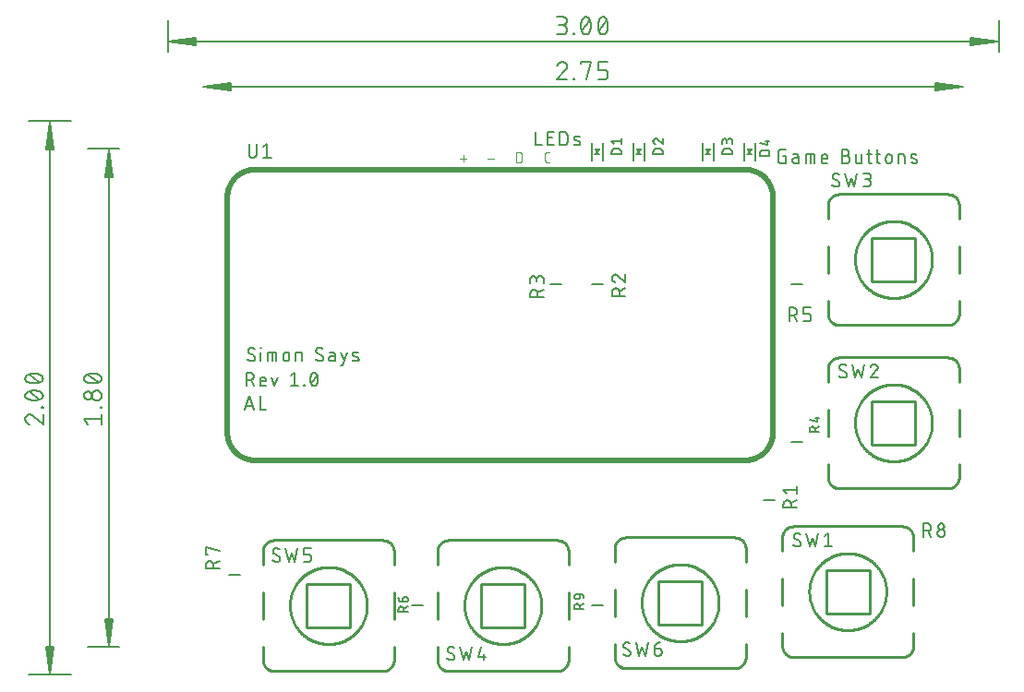
<source format=gbr>
G04 EAGLE Gerber RS-274X export*
G75*
%MOMM*%
%FSLAX34Y34*%
%LPD*%
%INSilkscreen Top*%
%IPPOS*%
%AMOC8*
5,1,8,0,0,1.08239X$1,22.5*%
G01*
%ADD10C,0.177800*%
%ADD11C,0.130000*%
%ADD12C,0.152400*%
%ADD13C,0.130000*%
%ADD14C,0.508000*%
%ADD15C,0.076200*%
%ADD16C,0.127000*%
%ADD17C,0.254000*%

G36*
X533419Y477432D02*
X533419Y477432D01*
X533463Y477429D01*
X533529Y477448D01*
X533597Y477457D01*
X533636Y477478D01*
X533679Y477490D01*
X533734Y477531D01*
X533794Y477563D01*
X533824Y477597D01*
X533860Y477623D01*
X533909Y477694D01*
X533943Y477732D01*
X533951Y477753D01*
X533967Y477776D01*
X535967Y481776D01*
X535995Y481872D01*
X536027Y481966D01*
X536027Y481979D01*
X536031Y481992D01*
X536024Y482091D01*
X536021Y482191D01*
X536016Y482202D01*
X536015Y482215D01*
X535974Y482306D01*
X535936Y482398D01*
X535928Y482408D01*
X535922Y482420D01*
X535852Y482491D01*
X535785Y482564D01*
X535774Y482570D01*
X535764Y482579D01*
X535674Y482621D01*
X535585Y482667D01*
X535571Y482669D01*
X535561Y482674D01*
X535514Y482677D01*
X535400Y482694D01*
X531400Y482694D01*
X531302Y482677D01*
X531203Y482663D01*
X531192Y482657D01*
X531179Y482655D01*
X531093Y482604D01*
X531006Y482557D01*
X530997Y482547D01*
X530986Y482540D01*
X530923Y482463D01*
X530857Y482388D01*
X530853Y482376D01*
X530845Y482366D01*
X530813Y482272D01*
X530777Y482179D01*
X530777Y482166D01*
X530773Y482154D01*
X530776Y482055D01*
X530775Y481955D01*
X530779Y481941D01*
X530779Y481929D01*
X530797Y481886D01*
X530833Y481776D01*
X532833Y477776D01*
X532859Y477741D01*
X532878Y477700D01*
X532926Y477651D01*
X532967Y477597D01*
X533004Y477573D01*
X533036Y477541D01*
X533098Y477512D01*
X533155Y477475D01*
X533199Y477465D01*
X533239Y477446D01*
X533308Y477441D01*
X533374Y477426D01*
X533419Y477432D01*
G37*
G36*
X495319Y477432D02*
X495319Y477432D01*
X495363Y477429D01*
X495429Y477448D01*
X495497Y477457D01*
X495536Y477478D01*
X495579Y477490D01*
X495634Y477531D01*
X495694Y477563D01*
X495724Y477597D01*
X495760Y477623D01*
X495809Y477694D01*
X495843Y477732D01*
X495851Y477753D01*
X495867Y477776D01*
X497867Y481776D01*
X497895Y481872D01*
X497927Y481966D01*
X497927Y481979D01*
X497931Y481992D01*
X497924Y482091D01*
X497921Y482191D01*
X497916Y482202D01*
X497915Y482215D01*
X497874Y482306D01*
X497836Y482398D01*
X497828Y482408D01*
X497822Y482420D01*
X497752Y482491D01*
X497685Y482564D01*
X497674Y482570D01*
X497664Y482579D01*
X497574Y482621D01*
X497485Y482667D01*
X497471Y482669D01*
X497461Y482674D01*
X497414Y482677D01*
X497300Y482694D01*
X493300Y482694D01*
X493202Y482677D01*
X493103Y482663D01*
X493092Y482657D01*
X493079Y482655D01*
X492993Y482604D01*
X492906Y482557D01*
X492897Y482547D01*
X492886Y482540D01*
X492823Y482463D01*
X492757Y482388D01*
X492753Y482376D01*
X492745Y482366D01*
X492713Y482272D01*
X492677Y482179D01*
X492677Y482166D01*
X492673Y482154D01*
X492676Y482055D01*
X492675Y481955D01*
X492679Y481941D01*
X492679Y481929D01*
X492697Y481886D01*
X492733Y481776D01*
X494733Y477776D01*
X494759Y477741D01*
X494778Y477700D01*
X494826Y477651D01*
X494867Y477597D01*
X494904Y477573D01*
X494936Y477541D01*
X494998Y477512D01*
X495055Y477475D01*
X495099Y477465D01*
X495139Y477446D01*
X495208Y477441D01*
X495274Y477426D01*
X495319Y477432D01*
G37*
G36*
X431819Y477432D02*
X431819Y477432D01*
X431863Y477429D01*
X431929Y477448D01*
X431997Y477457D01*
X432036Y477478D01*
X432079Y477490D01*
X432134Y477531D01*
X432194Y477563D01*
X432224Y477597D01*
X432260Y477623D01*
X432309Y477694D01*
X432343Y477732D01*
X432351Y477753D01*
X432367Y477776D01*
X434367Y481776D01*
X434395Y481872D01*
X434427Y481966D01*
X434427Y481979D01*
X434431Y481992D01*
X434424Y482091D01*
X434421Y482191D01*
X434416Y482202D01*
X434415Y482215D01*
X434374Y482306D01*
X434336Y482398D01*
X434328Y482408D01*
X434322Y482420D01*
X434252Y482491D01*
X434185Y482564D01*
X434174Y482570D01*
X434164Y482579D01*
X434074Y482621D01*
X433985Y482667D01*
X433971Y482669D01*
X433961Y482674D01*
X433914Y482677D01*
X433800Y482694D01*
X429800Y482694D01*
X429702Y482677D01*
X429603Y482663D01*
X429592Y482657D01*
X429579Y482655D01*
X429493Y482604D01*
X429406Y482557D01*
X429397Y482547D01*
X429386Y482540D01*
X429323Y482463D01*
X429257Y482388D01*
X429253Y482376D01*
X429245Y482366D01*
X429213Y482272D01*
X429177Y482179D01*
X429177Y482166D01*
X429173Y482154D01*
X429176Y482055D01*
X429175Y481955D01*
X429179Y481941D01*
X429179Y481929D01*
X429197Y481886D01*
X429233Y481776D01*
X431233Y477776D01*
X431259Y477741D01*
X431278Y477700D01*
X431326Y477651D01*
X431367Y477597D01*
X431404Y477573D01*
X431436Y477541D01*
X431498Y477512D01*
X431555Y477475D01*
X431599Y477465D01*
X431639Y477446D01*
X431708Y477441D01*
X431774Y477426D01*
X431819Y477432D01*
G37*
G36*
X393719Y477432D02*
X393719Y477432D01*
X393763Y477429D01*
X393829Y477448D01*
X393897Y477457D01*
X393936Y477478D01*
X393979Y477490D01*
X394034Y477531D01*
X394094Y477563D01*
X394124Y477597D01*
X394160Y477623D01*
X394209Y477694D01*
X394243Y477732D01*
X394251Y477753D01*
X394267Y477776D01*
X396267Y481776D01*
X396295Y481872D01*
X396327Y481966D01*
X396327Y481979D01*
X396331Y481992D01*
X396324Y482091D01*
X396321Y482191D01*
X396316Y482202D01*
X396315Y482215D01*
X396274Y482306D01*
X396236Y482398D01*
X396228Y482408D01*
X396222Y482420D01*
X396152Y482491D01*
X396085Y482564D01*
X396074Y482570D01*
X396064Y482579D01*
X395974Y482621D01*
X395885Y482667D01*
X395871Y482669D01*
X395861Y482674D01*
X395814Y482677D01*
X395700Y482694D01*
X391700Y482694D01*
X391602Y482677D01*
X391503Y482663D01*
X391492Y482657D01*
X391479Y482655D01*
X391393Y482604D01*
X391306Y482557D01*
X391297Y482547D01*
X391286Y482540D01*
X391223Y482463D01*
X391157Y482388D01*
X391153Y482376D01*
X391145Y482366D01*
X391113Y482272D01*
X391077Y482179D01*
X391077Y482166D01*
X391073Y482154D01*
X391076Y482055D01*
X391075Y481955D01*
X391079Y481941D01*
X391079Y481929D01*
X391097Y481886D01*
X391133Y481776D01*
X393133Y477776D01*
X393159Y477741D01*
X393178Y477700D01*
X393226Y477651D01*
X393267Y477597D01*
X393304Y477573D01*
X393336Y477541D01*
X393398Y477512D01*
X393455Y477475D01*
X393499Y477465D01*
X393539Y477446D01*
X393608Y477441D01*
X393674Y477426D01*
X393719Y477432D01*
G37*
D10*
X77428Y287909D02*
X77531Y287911D01*
X77635Y287917D01*
X77738Y287926D01*
X77840Y287940D01*
X77942Y287957D01*
X78043Y287978D01*
X78144Y288003D01*
X78243Y288032D01*
X78342Y288064D01*
X78439Y288100D01*
X78534Y288140D01*
X78628Y288183D01*
X78720Y288230D01*
X78811Y288280D01*
X78900Y288333D01*
X78986Y288390D01*
X79071Y288449D01*
X79153Y288512D01*
X79232Y288578D01*
X79309Y288647D01*
X79384Y288719D01*
X79456Y288794D01*
X79525Y288871D01*
X79591Y288950D01*
X79654Y289032D01*
X79713Y289117D01*
X79770Y289203D01*
X79823Y289292D01*
X79873Y289383D01*
X79920Y289475D01*
X79963Y289569D01*
X80003Y289664D01*
X80039Y289761D01*
X80071Y289860D01*
X80100Y289959D01*
X80125Y290060D01*
X80146Y290161D01*
X80163Y290263D01*
X80177Y290365D01*
X80186Y290468D01*
X80192Y290572D01*
X80194Y290675D01*
X77428Y287909D02*
X77279Y287911D01*
X77130Y287917D01*
X76982Y287926D01*
X76834Y287939D01*
X76686Y287956D01*
X76539Y287977D01*
X76392Y288002D01*
X76246Y288030D01*
X76100Y288062D01*
X75956Y288098D01*
X75812Y288137D01*
X75670Y288180D01*
X75528Y288226D01*
X75388Y288277D01*
X75250Y288330D01*
X75112Y288388D01*
X74976Y288448D01*
X74842Y288512D01*
X74709Y288580D01*
X74579Y288651D01*
X74450Y288725D01*
X74323Y288803D01*
X74198Y288883D01*
X74075Y288967D01*
X73954Y289054D01*
X73835Y289144D01*
X73719Y289237D01*
X73605Y289333D01*
X73494Y289432D01*
X73385Y289533D01*
X73279Y289638D01*
X73624Y297589D02*
X73626Y297692D01*
X73632Y297796D01*
X73641Y297899D01*
X73655Y298001D01*
X73672Y298103D01*
X73693Y298204D01*
X73718Y298305D01*
X73747Y298404D01*
X73779Y298503D01*
X73815Y298600D01*
X73855Y298695D01*
X73898Y298789D01*
X73945Y298881D01*
X73995Y298972D01*
X74048Y299061D01*
X74105Y299147D01*
X74164Y299232D01*
X74227Y299314D01*
X74293Y299393D01*
X74362Y299470D01*
X74434Y299545D01*
X74509Y299617D01*
X74586Y299686D01*
X74665Y299752D01*
X74748Y299815D01*
X74832Y299874D01*
X74918Y299931D01*
X75007Y299984D01*
X75098Y300034D01*
X75190Y300081D01*
X75284Y300124D01*
X75379Y300164D01*
X75476Y300200D01*
X75575Y300232D01*
X75674Y300261D01*
X75775Y300286D01*
X75876Y300307D01*
X75978Y300324D01*
X76080Y300338D01*
X76183Y300347D01*
X76287Y300353D01*
X76390Y300355D01*
X76529Y300353D01*
X76668Y300348D01*
X76807Y300338D01*
X76945Y300325D01*
X77083Y300308D01*
X77221Y300288D01*
X77358Y300264D01*
X77494Y300236D01*
X77629Y300205D01*
X77764Y300170D01*
X77898Y300131D01*
X78030Y300089D01*
X78161Y300043D01*
X78291Y299994D01*
X78420Y299941D01*
X78547Y299885D01*
X78673Y299826D01*
X78797Y299763D01*
X78919Y299696D01*
X79040Y299627D01*
X79158Y299554D01*
X79275Y299479D01*
X79389Y299400D01*
X79502Y299318D01*
X75008Y295169D02*
X74919Y295223D01*
X74832Y295281D01*
X74748Y295342D01*
X74666Y295406D01*
X74586Y295473D01*
X74509Y295543D01*
X74434Y295616D01*
X74363Y295692D01*
X74294Y295770D01*
X74228Y295850D01*
X74165Y295933D01*
X74105Y296018D01*
X74048Y296106D01*
X73995Y296195D01*
X73945Y296287D01*
X73899Y296380D01*
X73855Y296475D01*
X73816Y296571D01*
X73780Y296669D01*
X73748Y296768D01*
X73719Y296868D01*
X73694Y296969D01*
X73673Y297071D01*
X73656Y297174D01*
X73642Y297277D01*
X73633Y297381D01*
X73627Y297485D01*
X73625Y297589D01*
X78810Y293095D02*
X78899Y293041D01*
X78985Y292983D01*
X79070Y292922D01*
X79152Y292858D01*
X79232Y292791D01*
X79309Y292721D01*
X79383Y292648D01*
X79455Y292572D01*
X79524Y292494D01*
X79590Y292414D01*
X79653Y292331D01*
X79713Y292246D01*
X79770Y292158D01*
X79823Y292069D01*
X79873Y291977D01*
X79919Y291884D01*
X79963Y291789D01*
X80002Y291693D01*
X80038Y291595D01*
X80070Y291496D01*
X80099Y291396D01*
X80124Y291295D01*
X80145Y291193D01*
X80162Y291090D01*
X80176Y290987D01*
X80185Y290883D01*
X80191Y290779D01*
X80193Y290675D01*
X78811Y293095D02*
X75008Y295169D01*
X85271Y296206D02*
X85271Y287909D01*
X84925Y299664D02*
X84925Y300355D01*
X85616Y300355D01*
X85616Y299664D01*
X84925Y299664D01*
X91363Y296206D02*
X91363Y287909D01*
X91363Y296206D02*
X97586Y296206D01*
X97674Y296204D01*
X97762Y296199D01*
X97849Y296189D01*
X97937Y296176D01*
X98023Y296159D01*
X98109Y296139D01*
X98193Y296115D01*
X98277Y296088D01*
X98359Y296056D01*
X98440Y296022D01*
X98520Y295984D01*
X98597Y295943D01*
X98673Y295898D01*
X98747Y295850D01*
X98819Y295799D01*
X98889Y295746D01*
X98956Y295689D01*
X99021Y295629D01*
X99083Y295567D01*
X99143Y295502D01*
X99200Y295435D01*
X99253Y295365D01*
X99304Y295293D01*
X99352Y295219D01*
X99397Y295143D01*
X99438Y295066D01*
X99476Y294986D01*
X99510Y294905D01*
X99542Y294823D01*
X99569Y294739D01*
X99593Y294655D01*
X99613Y294569D01*
X99630Y294483D01*
X99643Y294395D01*
X99653Y294308D01*
X99658Y294220D01*
X99660Y294132D01*
X99661Y294132D02*
X99661Y287909D01*
X95512Y287909D02*
X95512Y296206D01*
X105974Y293441D02*
X105974Y290675D01*
X105974Y293441D02*
X105976Y293544D01*
X105982Y293648D01*
X105991Y293751D01*
X106005Y293853D01*
X106022Y293955D01*
X106043Y294056D01*
X106068Y294157D01*
X106097Y294256D01*
X106129Y294355D01*
X106165Y294452D01*
X106205Y294547D01*
X106248Y294641D01*
X106295Y294733D01*
X106345Y294824D01*
X106398Y294913D01*
X106455Y294999D01*
X106514Y295084D01*
X106577Y295166D01*
X106643Y295245D01*
X106712Y295322D01*
X106784Y295397D01*
X106859Y295469D01*
X106936Y295538D01*
X107015Y295604D01*
X107097Y295667D01*
X107182Y295726D01*
X107268Y295783D01*
X107357Y295836D01*
X107448Y295886D01*
X107540Y295933D01*
X107634Y295976D01*
X107729Y296016D01*
X107826Y296052D01*
X107925Y296084D01*
X108024Y296113D01*
X108125Y296138D01*
X108226Y296159D01*
X108328Y296176D01*
X108430Y296190D01*
X108533Y296199D01*
X108637Y296205D01*
X108740Y296207D01*
X108843Y296205D01*
X108947Y296199D01*
X109050Y296190D01*
X109152Y296176D01*
X109254Y296159D01*
X109355Y296138D01*
X109456Y296113D01*
X109555Y296084D01*
X109654Y296052D01*
X109751Y296016D01*
X109846Y295976D01*
X109940Y295933D01*
X110032Y295886D01*
X110123Y295836D01*
X110212Y295783D01*
X110298Y295726D01*
X110383Y295667D01*
X110465Y295604D01*
X110544Y295538D01*
X110621Y295469D01*
X110696Y295397D01*
X110768Y295322D01*
X110837Y295245D01*
X110903Y295166D01*
X110966Y295084D01*
X111025Y294999D01*
X111082Y294913D01*
X111135Y294824D01*
X111185Y294733D01*
X111232Y294641D01*
X111275Y294547D01*
X111315Y294452D01*
X111351Y294355D01*
X111383Y294256D01*
X111412Y294157D01*
X111437Y294056D01*
X111458Y293955D01*
X111475Y293853D01*
X111489Y293751D01*
X111498Y293648D01*
X111504Y293544D01*
X111506Y293441D01*
X111506Y290675D01*
X111504Y290572D01*
X111498Y290468D01*
X111489Y290365D01*
X111475Y290263D01*
X111458Y290161D01*
X111437Y290060D01*
X111412Y289959D01*
X111383Y289860D01*
X111351Y289761D01*
X111315Y289664D01*
X111275Y289569D01*
X111232Y289475D01*
X111185Y289383D01*
X111135Y289292D01*
X111082Y289203D01*
X111025Y289117D01*
X110966Y289032D01*
X110903Y288950D01*
X110837Y288871D01*
X110768Y288794D01*
X110696Y288719D01*
X110621Y288647D01*
X110544Y288578D01*
X110465Y288512D01*
X110383Y288449D01*
X110298Y288390D01*
X110212Y288333D01*
X110123Y288280D01*
X110032Y288230D01*
X109940Y288183D01*
X109846Y288140D01*
X109751Y288100D01*
X109654Y288064D01*
X109555Y288032D01*
X109456Y288003D01*
X109355Y287978D01*
X109254Y287957D01*
X109152Y287940D01*
X109050Y287926D01*
X108947Y287917D01*
X108843Y287911D01*
X108740Y287909D01*
X108637Y287911D01*
X108533Y287917D01*
X108430Y287926D01*
X108328Y287940D01*
X108226Y287957D01*
X108125Y287978D01*
X108024Y288003D01*
X107925Y288032D01*
X107826Y288064D01*
X107729Y288100D01*
X107634Y288140D01*
X107540Y288183D01*
X107448Y288230D01*
X107357Y288280D01*
X107268Y288333D01*
X107182Y288390D01*
X107097Y288449D01*
X107015Y288512D01*
X106936Y288578D01*
X106859Y288647D01*
X106784Y288719D01*
X106712Y288794D01*
X106643Y288871D01*
X106577Y288950D01*
X106514Y289032D01*
X106455Y289117D01*
X106398Y289203D01*
X106345Y289292D01*
X106295Y289383D01*
X106248Y289475D01*
X106205Y289569D01*
X106165Y289664D01*
X106129Y289761D01*
X106097Y289860D01*
X106068Y289959D01*
X106043Y290060D01*
X106022Y290161D01*
X106005Y290263D01*
X105991Y290365D01*
X105982Y290468D01*
X105976Y290572D01*
X105974Y290675D01*
X117496Y287909D02*
X117496Y296206D01*
X120953Y296206D01*
X121041Y296204D01*
X121129Y296199D01*
X121216Y296189D01*
X121304Y296176D01*
X121390Y296159D01*
X121476Y296139D01*
X121560Y296115D01*
X121644Y296088D01*
X121726Y296056D01*
X121807Y296022D01*
X121887Y295984D01*
X121964Y295943D01*
X122040Y295898D01*
X122114Y295850D01*
X122186Y295799D01*
X122256Y295746D01*
X122323Y295689D01*
X122388Y295629D01*
X122450Y295567D01*
X122510Y295502D01*
X122567Y295435D01*
X122620Y295365D01*
X122671Y295293D01*
X122719Y295219D01*
X122764Y295143D01*
X122805Y295066D01*
X122843Y294986D01*
X122877Y294905D01*
X122909Y294823D01*
X122936Y294739D01*
X122960Y294655D01*
X122980Y294569D01*
X122997Y294483D01*
X123010Y294395D01*
X123020Y294308D01*
X123025Y294220D01*
X123027Y294132D01*
X123027Y287909D01*
X139729Y287909D02*
X139832Y287911D01*
X139936Y287917D01*
X140039Y287926D01*
X140141Y287940D01*
X140243Y287957D01*
X140344Y287978D01*
X140445Y288003D01*
X140544Y288032D01*
X140643Y288064D01*
X140740Y288100D01*
X140835Y288140D01*
X140929Y288183D01*
X141021Y288230D01*
X141112Y288280D01*
X141201Y288333D01*
X141287Y288390D01*
X141372Y288449D01*
X141454Y288512D01*
X141533Y288578D01*
X141610Y288647D01*
X141685Y288719D01*
X141757Y288794D01*
X141826Y288871D01*
X141892Y288950D01*
X141955Y289032D01*
X142014Y289117D01*
X142071Y289203D01*
X142124Y289292D01*
X142174Y289383D01*
X142221Y289475D01*
X142264Y289569D01*
X142304Y289664D01*
X142340Y289761D01*
X142372Y289860D01*
X142401Y289959D01*
X142426Y290060D01*
X142447Y290161D01*
X142464Y290263D01*
X142478Y290365D01*
X142487Y290468D01*
X142493Y290572D01*
X142495Y290675D01*
X139729Y287909D02*
X139580Y287911D01*
X139431Y287917D01*
X139283Y287926D01*
X139135Y287939D01*
X138987Y287956D01*
X138840Y287977D01*
X138693Y288002D01*
X138547Y288030D01*
X138401Y288062D01*
X138257Y288098D01*
X138113Y288137D01*
X137971Y288180D01*
X137829Y288226D01*
X137689Y288277D01*
X137551Y288330D01*
X137413Y288388D01*
X137277Y288448D01*
X137143Y288512D01*
X137010Y288580D01*
X136880Y288651D01*
X136751Y288725D01*
X136624Y288803D01*
X136499Y288883D01*
X136376Y288967D01*
X136255Y289054D01*
X136136Y289144D01*
X136020Y289237D01*
X135906Y289333D01*
X135795Y289432D01*
X135686Y289533D01*
X135580Y289638D01*
X135926Y297589D02*
X135928Y297692D01*
X135934Y297796D01*
X135943Y297899D01*
X135957Y298001D01*
X135974Y298103D01*
X135995Y298204D01*
X136020Y298305D01*
X136049Y298404D01*
X136081Y298503D01*
X136117Y298600D01*
X136157Y298695D01*
X136200Y298789D01*
X136247Y298881D01*
X136297Y298972D01*
X136350Y299061D01*
X136407Y299147D01*
X136466Y299232D01*
X136529Y299314D01*
X136595Y299393D01*
X136664Y299470D01*
X136736Y299545D01*
X136811Y299617D01*
X136888Y299686D01*
X136967Y299752D01*
X137050Y299815D01*
X137134Y299874D01*
X137220Y299931D01*
X137309Y299984D01*
X137400Y300034D01*
X137492Y300081D01*
X137586Y300124D01*
X137681Y300164D01*
X137778Y300200D01*
X137877Y300232D01*
X137976Y300261D01*
X138077Y300286D01*
X138178Y300307D01*
X138280Y300324D01*
X138382Y300338D01*
X138485Y300347D01*
X138589Y300353D01*
X138692Y300355D01*
X138691Y300355D02*
X138830Y300353D01*
X138969Y300348D01*
X139108Y300338D01*
X139246Y300325D01*
X139384Y300308D01*
X139522Y300288D01*
X139659Y300264D01*
X139795Y300236D01*
X139930Y300205D01*
X140065Y300170D01*
X140199Y300131D01*
X140331Y300089D01*
X140462Y300043D01*
X140592Y299994D01*
X140721Y299941D01*
X140848Y299885D01*
X140974Y299826D01*
X141098Y299763D01*
X141220Y299696D01*
X141341Y299627D01*
X141459Y299554D01*
X141576Y299479D01*
X141690Y299400D01*
X141803Y299318D01*
X137309Y295169D02*
X137220Y295223D01*
X137133Y295281D01*
X137049Y295342D01*
X136967Y295406D01*
X136887Y295473D01*
X136810Y295543D01*
X136735Y295616D01*
X136664Y295692D01*
X136595Y295770D01*
X136529Y295850D01*
X136466Y295933D01*
X136406Y296018D01*
X136349Y296106D01*
X136296Y296195D01*
X136246Y296287D01*
X136200Y296380D01*
X136156Y296475D01*
X136117Y296571D01*
X136081Y296669D01*
X136049Y296768D01*
X136020Y296868D01*
X135995Y296969D01*
X135974Y297071D01*
X135957Y297174D01*
X135943Y297277D01*
X135934Y297381D01*
X135928Y297485D01*
X135926Y297589D01*
X141111Y293095D02*
X141200Y293041D01*
X141286Y292983D01*
X141371Y292922D01*
X141453Y292858D01*
X141533Y292791D01*
X141610Y292721D01*
X141684Y292648D01*
X141756Y292572D01*
X141825Y292494D01*
X141891Y292414D01*
X141954Y292331D01*
X142014Y292246D01*
X142071Y292158D01*
X142124Y292069D01*
X142174Y291977D01*
X142220Y291884D01*
X142264Y291789D01*
X142303Y291693D01*
X142339Y291595D01*
X142371Y291496D01*
X142400Y291396D01*
X142425Y291295D01*
X142446Y291193D01*
X142463Y291090D01*
X142477Y290987D01*
X142486Y290883D01*
X142492Y290779D01*
X142494Y290675D01*
X141112Y293095D02*
X137309Y295169D01*
X150128Y292749D02*
X153240Y292749D01*
X150128Y292749D02*
X150031Y292747D01*
X149933Y292741D01*
X149836Y292731D01*
X149740Y292718D01*
X149644Y292700D01*
X149549Y292679D01*
X149455Y292653D01*
X149362Y292624D01*
X149270Y292592D01*
X149179Y292555D01*
X149091Y292515D01*
X149003Y292472D01*
X148918Y292425D01*
X148835Y292374D01*
X148753Y292321D01*
X148674Y292264D01*
X148597Y292204D01*
X148523Y292140D01*
X148452Y292074D01*
X148383Y292005D01*
X148317Y291934D01*
X148253Y291860D01*
X148193Y291783D01*
X148136Y291704D01*
X148083Y291622D01*
X148032Y291539D01*
X147985Y291454D01*
X147942Y291366D01*
X147902Y291278D01*
X147865Y291187D01*
X147833Y291095D01*
X147804Y291002D01*
X147778Y290908D01*
X147757Y290813D01*
X147739Y290717D01*
X147726Y290621D01*
X147716Y290524D01*
X147710Y290426D01*
X147708Y290329D01*
X147710Y290232D01*
X147716Y290134D01*
X147726Y290037D01*
X147739Y289941D01*
X147757Y289845D01*
X147778Y289750D01*
X147804Y289656D01*
X147833Y289563D01*
X147865Y289471D01*
X147902Y289380D01*
X147942Y289292D01*
X147985Y289204D01*
X148032Y289119D01*
X148083Y289036D01*
X148136Y288954D01*
X148193Y288875D01*
X148253Y288798D01*
X148317Y288724D01*
X148383Y288653D01*
X148452Y288584D01*
X148523Y288518D01*
X148597Y288454D01*
X148674Y288394D01*
X148753Y288337D01*
X148835Y288284D01*
X148918Y288233D01*
X149003Y288186D01*
X149091Y288143D01*
X149179Y288103D01*
X149270Y288066D01*
X149362Y288034D01*
X149455Y288005D01*
X149549Y287979D01*
X149644Y287958D01*
X149740Y287940D01*
X149836Y287927D01*
X149933Y287917D01*
X150031Y287911D01*
X150128Y287909D01*
X153240Y287909D01*
X153240Y294132D01*
X153238Y294220D01*
X153233Y294308D01*
X153223Y294395D01*
X153210Y294483D01*
X153193Y294569D01*
X153173Y294655D01*
X153149Y294739D01*
X153122Y294823D01*
X153090Y294905D01*
X153056Y294986D01*
X153018Y295066D01*
X152977Y295143D01*
X152932Y295219D01*
X152884Y295293D01*
X152833Y295365D01*
X152780Y295435D01*
X152723Y295502D01*
X152663Y295567D01*
X152601Y295629D01*
X152536Y295689D01*
X152469Y295746D01*
X152399Y295799D01*
X152327Y295850D01*
X152253Y295898D01*
X152177Y295943D01*
X152100Y295984D01*
X152020Y296022D01*
X151939Y296056D01*
X151857Y296088D01*
X151773Y296115D01*
X151689Y296139D01*
X151603Y296159D01*
X151517Y296176D01*
X151429Y296189D01*
X151342Y296199D01*
X151254Y296204D01*
X151166Y296206D01*
X148400Y296206D01*
X158888Y283760D02*
X160271Y283760D01*
X164419Y296206D01*
X158888Y296206D02*
X161653Y287909D01*
X170593Y292749D02*
X174050Y291366D01*
X170593Y292749D02*
X170517Y292782D01*
X170442Y292818D01*
X170369Y292857D01*
X170298Y292900D01*
X170229Y292946D01*
X170162Y292995D01*
X170098Y293048D01*
X170036Y293103D01*
X169977Y293161D01*
X169920Y293221D01*
X169866Y293285D01*
X169816Y293350D01*
X169768Y293418D01*
X169724Y293488D01*
X169682Y293560D01*
X169645Y293634D01*
X169610Y293709D01*
X169579Y293786D01*
X169552Y293865D01*
X169529Y293944D01*
X169509Y294025D01*
X169493Y294106D01*
X169480Y294188D01*
X169472Y294270D01*
X169467Y294353D01*
X169466Y294436D01*
X169469Y294519D01*
X169476Y294602D01*
X169486Y294684D01*
X169501Y294766D01*
X169519Y294847D01*
X169541Y294927D01*
X169566Y295005D01*
X169596Y295083D01*
X169628Y295159D01*
X169664Y295234D01*
X169704Y295307D01*
X169747Y295378D01*
X169793Y295447D01*
X169843Y295513D01*
X169895Y295578D01*
X169950Y295639D01*
X170008Y295699D01*
X170069Y295755D01*
X170132Y295809D01*
X170198Y295859D01*
X170266Y295907D01*
X170336Y295951D01*
X170408Y295992D01*
X170482Y296030D01*
X170557Y296064D01*
X170634Y296095D01*
X170713Y296122D01*
X170792Y296145D01*
X170873Y296165D01*
X170954Y296181D01*
X171036Y296193D01*
X171119Y296202D01*
X171202Y296206D01*
X171285Y296207D01*
X171284Y296207D02*
X171473Y296202D01*
X171662Y296193D01*
X171850Y296179D01*
X172038Y296160D01*
X172225Y296137D01*
X172412Y296109D01*
X172598Y296077D01*
X172783Y296041D01*
X172968Y296000D01*
X173151Y295955D01*
X173333Y295905D01*
X173514Y295851D01*
X173693Y295792D01*
X173871Y295729D01*
X174048Y295662D01*
X174223Y295591D01*
X174396Y295516D01*
X174050Y291367D02*
X174126Y291334D01*
X174201Y291298D01*
X174274Y291259D01*
X174345Y291216D01*
X174414Y291170D01*
X174481Y291121D01*
X174545Y291068D01*
X174607Y291013D01*
X174666Y290955D01*
X174723Y290895D01*
X174777Y290831D01*
X174827Y290766D01*
X174875Y290698D01*
X174919Y290628D01*
X174961Y290556D01*
X174998Y290482D01*
X175033Y290407D01*
X175064Y290330D01*
X175091Y290251D01*
X175114Y290172D01*
X175134Y290091D01*
X175150Y290010D01*
X175163Y289928D01*
X175171Y289846D01*
X175176Y289763D01*
X175177Y289680D01*
X175174Y289597D01*
X175167Y289514D01*
X175157Y289432D01*
X175142Y289350D01*
X175124Y289269D01*
X175102Y289189D01*
X175077Y289111D01*
X175047Y289033D01*
X175015Y288957D01*
X174979Y288882D01*
X174939Y288809D01*
X174896Y288738D01*
X174850Y288669D01*
X174801Y288603D01*
X174748Y288538D01*
X174693Y288477D01*
X174635Y288417D01*
X174574Y288361D01*
X174511Y288307D01*
X174445Y288257D01*
X174377Y288209D01*
X174307Y288165D01*
X174235Y288124D01*
X174161Y288086D01*
X174086Y288052D01*
X174009Y288021D01*
X173930Y287994D01*
X173851Y287971D01*
X173770Y287951D01*
X173689Y287935D01*
X173607Y287923D01*
X173524Y287914D01*
X173441Y287910D01*
X173358Y287909D01*
X173359Y287909D02*
X173081Y287916D01*
X172804Y287930D01*
X172528Y287951D01*
X172252Y287977D01*
X171976Y288011D01*
X171702Y288051D01*
X171428Y288097D01*
X171156Y288150D01*
X170885Y288209D01*
X170616Y288275D01*
X170348Y288347D01*
X170082Y288425D01*
X169818Y288510D01*
X169556Y288601D01*
X72009Y277495D02*
X72009Y265049D01*
X72009Y277495D02*
X75466Y277495D01*
X75583Y277493D01*
X75699Y277487D01*
X75816Y277477D01*
X75932Y277463D01*
X76047Y277446D01*
X76162Y277424D01*
X76276Y277399D01*
X76389Y277370D01*
X76501Y277336D01*
X76612Y277300D01*
X76721Y277259D01*
X76829Y277215D01*
X76936Y277167D01*
X77041Y277116D01*
X77144Y277061D01*
X77245Y277002D01*
X77344Y276940D01*
X77441Y276875D01*
X77536Y276807D01*
X77628Y276736D01*
X77718Y276661D01*
X77805Y276583D01*
X77890Y276503D01*
X77972Y276420D01*
X78051Y276334D01*
X78127Y276245D01*
X78200Y276154D01*
X78270Y276061D01*
X78336Y275965D01*
X78400Y275867D01*
X78460Y275767D01*
X78517Y275664D01*
X78570Y275560D01*
X78619Y275455D01*
X78665Y275347D01*
X78708Y275239D01*
X78747Y275128D01*
X78781Y275017D01*
X78813Y274905D01*
X78840Y274791D01*
X78864Y274677D01*
X78883Y274561D01*
X78899Y274446D01*
X78911Y274330D01*
X78919Y274213D01*
X78923Y274096D01*
X78923Y273980D01*
X78919Y273863D01*
X78911Y273746D01*
X78899Y273630D01*
X78883Y273515D01*
X78864Y273399D01*
X78840Y273285D01*
X78813Y273171D01*
X78781Y273059D01*
X78747Y272948D01*
X78708Y272837D01*
X78665Y272729D01*
X78619Y272621D01*
X78570Y272516D01*
X78517Y272412D01*
X78460Y272310D01*
X78400Y272209D01*
X78336Y272111D01*
X78270Y272015D01*
X78200Y271922D01*
X78127Y271831D01*
X78051Y271742D01*
X77972Y271656D01*
X77890Y271573D01*
X77805Y271493D01*
X77718Y271415D01*
X77628Y271340D01*
X77536Y271269D01*
X77441Y271201D01*
X77344Y271136D01*
X77245Y271074D01*
X77144Y271015D01*
X77041Y270960D01*
X76936Y270909D01*
X76829Y270861D01*
X76721Y270817D01*
X76612Y270776D01*
X76501Y270740D01*
X76389Y270706D01*
X76276Y270677D01*
X76162Y270652D01*
X76047Y270630D01*
X75932Y270613D01*
X75816Y270599D01*
X75699Y270589D01*
X75583Y270583D01*
X75466Y270581D01*
X72009Y270581D01*
X76158Y270581D02*
X78923Y265049D01*
X86617Y265049D02*
X90075Y265049D01*
X86617Y265049D02*
X86529Y265051D01*
X86441Y265056D01*
X86354Y265066D01*
X86266Y265079D01*
X86180Y265096D01*
X86094Y265116D01*
X86010Y265140D01*
X85926Y265167D01*
X85844Y265199D01*
X85763Y265233D01*
X85683Y265271D01*
X85606Y265312D01*
X85530Y265357D01*
X85456Y265405D01*
X85384Y265456D01*
X85314Y265509D01*
X85247Y265566D01*
X85182Y265626D01*
X85120Y265688D01*
X85060Y265753D01*
X85003Y265820D01*
X84950Y265890D01*
X84899Y265962D01*
X84851Y266036D01*
X84806Y266112D01*
X84765Y266189D01*
X84727Y266269D01*
X84693Y266350D01*
X84661Y266432D01*
X84634Y266516D01*
X84610Y266600D01*
X84590Y266686D01*
X84573Y266772D01*
X84560Y266860D01*
X84550Y266947D01*
X84545Y267035D01*
X84543Y267123D01*
X84543Y270581D01*
X84545Y270684D01*
X84551Y270788D01*
X84560Y270891D01*
X84574Y270993D01*
X84591Y271095D01*
X84612Y271196D01*
X84637Y271297D01*
X84666Y271396D01*
X84698Y271495D01*
X84734Y271592D01*
X84774Y271687D01*
X84817Y271781D01*
X84864Y271873D01*
X84914Y271964D01*
X84967Y272053D01*
X85024Y272139D01*
X85083Y272224D01*
X85146Y272306D01*
X85212Y272385D01*
X85281Y272462D01*
X85353Y272537D01*
X85428Y272609D01*
X85505Y272678D01*
X85584Y272744D01*
X85666Y272807D01*
X85751Y272866D01*
X85837Y272923D01*
X85926Y272976D01*
X86017Y273026D01*
X86109Y273073D01*
X86203Y273116D01*
X86298Y273156D01*
X86395Y273192D01*
X86494Y273224D01*
X86593Y273253D01*
X86694Y273278D01*
X86795Y273299D01*
X86897Y273316D01*
X86999Y273330D01*
X87102Y273339D01*
X87206Y273345D01*
X87309Y273347D01*
X87412Y273345D01*
X87516Y273339D01*
X87619Y273330D01*
X87721Y273316D01*
X87823Y273299D01*
X87924Y273278D01*
X88025Y273253D01*
X88124Y273224D01*
X88223Y273192D01*
X88320Y273156D01*
X88415Y273116D01*
X88509Y273073D01*
X88601Y273026D01*
X88692Y272976D01*
X88781Y272923D01*
X88867Y272866D01*
X88952Y272807D01*
X89034Y272744D01*
X89113Y272678D01*
X89190Y272609D01*
X89265Y272537D01*
X89337Y272462D01*
X89406Y272385D01*
X89472Y272306D01*
X89535Y272224D01*
X89594Y272139D01*
X89651Y272053D01*
X89704Y271964D01*
X89754Y271873D01*
X89801Y271781D01*
X89844Y271687D01*
X89884Y271592D01*
X89920Y271495D01*
X89952Y271396D01*
X89981Y271297D01*
X90006Y271196D01*
X90027Y271095D01*
X90044Y270993D01*
X90058Y270891D01*
X90067Y270788D01*
X90073Y270684D01*
X90075Y270581D01*
X90075Y269198D01*
X84543Y269198D01*
X95211Y273346D02*
X97977Y265049D01*
X100743Y273346D01*
X112868Y274729D02*
X116326Y277495D01*
X116326Y265049D01*
X119783Y265049D02*
X112868Y265049D01*
X124941Y265049D02*
X124941Y265740D01*
X125633Y265740D01*
X125633Y265049D01*
X124941Y265049D01*
X130791Y271272D02*
X130794Y271517D01*
X130803Y271762D01*
X130817Y272006D01*
X130838Y272250D01*
X130864Y272493D01*
X130896Y272736D01*
X130934Y272978D01*
X130977Y273219D01*
X131027Y273459D01*
X131082Y273697D01*
X131143Y273934D01*
X131209Y274170D01*
X131281Y274404D01*
X131359Y274636D01*
X131442Y274867D01*
X131530Y275095D01*
X131624Y275321D01*
X131723Y275545D01*
X131828Y275766D01*
X131828Y275767D02*
X131862Y275860D01*
X131900Y275952D01*
X131941Y276042D01*
X131985Y276130D01*
X132033Y276217D01*
X132085Y276302D01*
X132139Y276385D01*
X132197Y276465D01*
X132258Y276544D01*
X132321Y276620D01*
X132388Y276693D01*
X132458Y276764D01*
X132530Y276832D01*
X132604Y276897D01*
X132682Y276959D01*
X132761Y277019D01*
X132843Y277075D01*
X132927Y277127D01*
X133013Y277177D01*
X133101Y277223D01*
X133190Y277266D01*
X133281Y277305D01*
X133374Y277341D01*
X133467Y277373D01*
X133562Y277401D01*
X133658Y277426D01*
X133755Y277447D01*
X133853Y277464D01*
X133951Y277478D01*
X134050Y277487D01*
X134149Y277493D01*
X134248Y277495D01*
X134347Y277493D01*
X134446Y277487D01*
X134545Y277478D01*
X134643Y277464D01*
X134741Y277447D01*
X134838Y277426D01*
X134934Y277401D01*
X135029Y277373D01*
X135122Y277341D01*
X135215Y277305D01*
X135306Y277266D01*
X135396Y277223D01*
X135483Y277177D01*
X135569Y277127D01*
X135653Y277075D01*
X135735Y277019D01*
X135814Y276959D01*
X135892Y276897D01*
X135966Y276832D01*
X136038Y276764D01*
X136108Y276693D01*
X136175Y276620D01*
X136238Y276544D01*
X136299Y276465D01*
X136357Y276385D01*
X136411Y276302D01*
X136463Y276217D01*
X136511Y276130D01*
X136555Y276042D01*
X136596Y275951D01*
X136634Y275860D01*
X136668Y275767D01*
X136668Y275766D02*
X136772Y275545D01*
X136872Y275321D01*
X136966Y275095D01*
X137054Y274867D01*
X137137Y274636D01*
X137215Y274404D01*
X137287Y274170D01*
X137353Y273935D01*
X137414Y273697D01*
X137469Y273459D01*
X137519Y273219D01*
X137562Y272978D01*
X137600Y272736D01*
X137632Y272493D01*
X137658Y272250D01*
X137679Y272006D01*
X137693Y271762D01*
X137702Y271517D01*
X137705Y271272D01*
X130790Y271272D02*
X130793Y271027D01*
X130802Y270782D01*
X130816Y270538D01*
X130837Y270294D01*
X130863Y270051D01*
X130895Y269808D01*
X130933Y269566D01*
X130976Y269325D01*
X131026Y269085D01*
X131081Y268847D01*
X131142Y268609D01*
X131208Y268374D01*
X131280Y268140D01*
X131358Y267907D01*
X131441Y267677D01*
X131529Y267449D01*
X131623Y267223D01*
X131723Y266999D01*
X131827Y266777D01*
X131828Y266777D02*
X131862Y266684D01*
X131900Y266592D01*
X131941Y266502D01*
X131985Y266414D01*
X132033Y266327D01*
X132085Y266242D01*
X132139Y266159D01*
X132197Y266079D01*
X132258Y266000D01*
X132321Y265924D01*
X132388Y265851D01*
X132458Y265780D01*
X132530Y265712D01*
X132604Y265647D01*
X132682Y265585D01*
X132761Y265525D01*
X132843Y265469D01*
X132927Y265417D01*
X133013Y265367D01*
X133101Y265321D01*
X133190Y265278D01*
X133281Y265239D01*
X133374Y265203D01*
X133467Y265171D01*
X133562Y265143D01*
X133658Y265118D01*
X133755Y265097D01*
X133853Y265080D01*
X133951Y265066D01*
X134050Y265057D01*
X134149Y265051D01*
X134248Y265049D01*
X136668Y266778D02*
X136773Y266999D01*
X136872Y267223D01*
X136966Y267449D01*
X137054Y267677D01*
X137137Y267908D01*
X137215Y268140D01*
X137287Y268374D01*
X137353Y268610D01*
X137414Y268847D01*
X137469Y269085D01*
X137519Y269325D01*
X137562Y269566D01*
X137600Y269808D01*
X137632Y270051D01*
X137658Y270294D01*
X137679Y270538D01*
X137693Y270782D01*
X137702Y271027D01*
X137705Y271272D01*
X136668Y266777D02*
X136634Y266684D01*
X136596Y266592D01*
X136555Y266502D01*
X136511Y266414D01*
X136463Y266327D01*
X136411Y266242D01*
X136357Y266159D01*
X136299Y266079D01*
X136238Y266000D01*
X136175Y265924D01*
X136108Y265851D01*
X136038Y265780D01*
X135966Y265712D01*
X135892Y265647D01*
X135814Y265585D01*
X135735Y265525D01*
X135653Y265469D01*
X135569Y265417D01*
X135483Y265367D01*
X135396Y265321D01*
X135306Y265278D01*
X135215Y265239D01*
X135122Y265203D01*
X135029Y265171D01*
X134934Y265143D01*
X134838Y265118D01*
X134741Y265097D01*
X134643Y265080D01*
X134545Y265066D01*
X134446Y265057D01*
X134347Y265051D01*
X134248Y265049D01*
X131482Y267815D02*
X137014Y274729D01*
X74888Y255905D02*
X70739Y243459D01*
X79036Y243459D02*
X74888Y255905D01*
X77999Y246571D02*
X71776Y246571D01*
X84691Y243459D02*
X84691Y255905D01*
X84691Y243459D02*
X90223Y243459D01*
X564529Y476433D02*
X566603Y476433D01*
X566603Y469519D01*
X562455Y469519D01*
X562352Y469521D01*
X562248Y469527D01*
X562145Y469536D01*
X562043Y469550D01*
X561941Y469567D01*
X561840Y469588D01*
X561739Y469613D01*
X561640Y469642D01*
X561541Y469674D01*
X561444Y469710D01*
X561349Y469750D01*
X561255Y469793D01*
X561163Y469840D01*
X561072Y469890D01*
X560983Y469943D01*
X560897Y470000D01*
X560812Y470059D01*
X560730Y470122D01*
X560651Y470188D01*
X560574Y470257D01*
X560499Y470329D01*
X560427Y470404D01*
X560358Y470481D01*
X560292Y470560D01*
X560229Y470642D01*
X560170Y470727D01*
X560113Y470813D01*
X560060Y470902D01*
X560010Y470993D01*
X559963Y471085D01*
X559920Y471179D01*
X559880Y471274D01*
X559844Y471371D01*
X559812Y471470D01*
X559783Y471569D01*
X559758Y471670D01*
X559737Y471771D01*
X559720Y471873D01*
X559706Y471975D01*
X559697Y472078D01*
X559691Y472182D01*
X559689Y472285D01*
X559689Y479199D01*
X559691Y479302D01*
X559697Y479406D01*
X559706Y479509D01*
X559720Y479611D01*
X559737Y479713D01*
X559758Y479814D01*
X559783Y479915D01*
X559812Y480014D01*
X559844Y480113D01*
X559880Y480210D01*
X559920Y480305D01*
X559963Y480399D01*
X560010Y480491D01*
X560060Y480582D01*
X560113Y480671D01*
X560170Y480757D01*
X560229Y480841D01*
X560292Y480924D01*
X560358Y481003D01*
X560427Y481080D01*
X560499Y481155D01*
X560574Y481227D01*
X560651Y481296D01*
X560730Y481362D01*
X560812Y481425D01*
X560897Y481484D01*
X560983Y481541D01*
X561072Y481594D01*
X561163Y481644D01*
X561255Y481691D01*
X561349Y481734D01*
X561444Y481774D01*
X561541Y481810D01*
X561640Y481842D01*
X561739Y481871D01*
X561839Y481896D01*
X561941Y481917D01*
X562043Y481934D01*
X562145Y481948D01*
X562248Y481957D01*
X562352Y481963D01*
X562455Y481965D01*
X566603Y481965D01*
X575091Y474359D02*
X578202Y474359D01*
X575091Y474359D02*
X574994Y474357D01*
X574896Y474351D01*
X574799Y474341D01*
X574703Y474328D01*
X574607Y474310D01*
X574512Y474289D01*
X574418Y474263D01*
X574325Y474234D01*
X574233Y474202D01*
X574142Y474165D01*
X574054Y474125D01*
X573966Y474082D01*
X573881Y474035D01*
X573798Y473984D01*
X573716Y473931D01*
X573637Y473874D01*
X573560Y473814D01*
X573486Y473750D01*
X573415Y473684D01*
X573346Y473615D01*
X573280Y473544D01*
X573216Y473470D01*
X573156Y473393D01*
X573099Y473314D01*
X573046Y473232D01*
X572995Y473149D01*
X572948Y473064D01*
X572905Y472976D01*
X572865Y472888D01*
X572828Y472797D01*
X572796Y472705D01*
X572767Y472612D01*
X572741Y472518D01*
X572720Y472423D01*
X572702Y472327D01*
X572689Y472231D01*
X572679Y472134D01*
X572673Y472036D01*
X572671Y471939D01*
X572673Y471842D01*
X572679Y471744D01*
X572689Y471647D01*
X572702Y471551D01*
X572720Y471455D01*
X572741Y471360D01*
X572767Y471266D01*
X572796Y471173D01*
X572828Y471081D01*
X572865Y470990D01*
X572905Y470902D01*
X572948Y470814D01*
X572995Y470729D01*
X573046Y470646D01*
X573099Y470564D01*
X573156Y470485D01*
X573216Y470408D01*
X573280Y470334D01*
X573346Y470263D01*
X573415Y470194D01*
X573486Y470128D01*
X573560Y470064D01*
X573637Y470004D01*
X573716Y469947D01*
X573798Y469894D01*
X573881Y469843D01*
X573966Y469796D01*
X574054Y469753D01*
X574142Y469713D01*
X574233Y469676D01*
X574325Y469644D01*
X574418Y469615D01*
X574512Y469589D01*
X574607Y469568D01*
X574703Y469550D01*
X574799Y469537D01*
X574896Y469527D01*
X574994Y469521D01*
X575091Y469519D01*
X578202Y469519D01*
X578202Y475742D01*
X578200Y475830D01*
X578195Y475918D01*
X578185Y476005D01*
X578172Y476093D01*
X578155Y476179D01*
X578135Y476265D01*
X578111Y476349D01*
X578084Y476433D01*
X578052Y476515D01*
X578018Y476596D01*
X577980Y476676D01*
X577939Y476753D01*
X577894Y476829D01*
X577846Y476903D01*
X577795Y476975D01*
X577742Y477045D01*
X577685Y477112D01*
X577625Y477177D01*
X577563Y477239D01*
X577498Y477299D01*
X577431Y477356D01*
X577361Y477409D01*
X577289Y477460D01*
X577215Y477508D01*
X577139Y477553D01*
X577062Y477594D01*
X576982Y477632D01*
X576901Y477666D01*
X576819Y477698D01*
X576735Y477725D01*
X576651Y477749D01*
X576565Y477769D01*
X576479Y477786D01*
X576391Y477799D01*
X576304Y477809D01*
X576216Y477814D01*
X576128Y477816D01*
X573362Y477816D01*
X585027Y477816D02*
X585027Y469519D01*
X585027Y477816D02*
X591250Y477816D01*
X591338Y477814D01*
X591426Y477809D01*
X591513Y477799D01*
X591601Y477786D01*
X591687Y477769D01*
X591773Y477749D01*
X591857Y477725D01*
X591941Y477698D01*
X592023Y477666D01*
X592104Y477632D01*
X592184Y477594D01*
X592261Y477553D01*
X592337Y477508D01*
X592411Y477460D01*
X592483Y477409D01*
X592553Y477356D01*
X592620Y477299D01*
X592685Y477239D01*
X592747Y477177D01*
X592807Y477112D01*
X592864Y477045D01*
X592917Y476975D01*
X592968Y476903D01*
X593016Y476829D01*
X593061Y476753D01*
X593102Y476676D01*
X593140Y476596D01*
X593174Y476515D01*
X593206Y476433D01*
X593233Y476349D01*
X593257Y476265D01*
X593277Y476179D01*
X593294Y476093D01*
X593307Y476005D01*
X593317Y475918D01*
X593322Y475830D01*
X593324Y475742D01*
X593325Y475742D02*
X593325Y469519D01*
X589176Y469519D02*
X589176Y477816D01*
X601713Y469519D02*
X605170Y469519D01*
X601713Y469519D02*
X601625Y469521D01*
X601537Y469526D01*
X601450Y469536D01*
X601362Y469549D01*
X601276Y469566D01*
X601190Y469586D01*
X601106Y469610D01*
X601022Y469637D01*
X600940Y469669D01*
X600859Y469703D01*
X600779Y469741D01*
X600702Y469782D01*
X600626Y469827D01*
X600552Y469875D01*
X600480Y469926D01*
X600410Y469979D01*
X600343Y470036D01*
X600278Y470096D01*
X600216Y470158D01*
X600156Y470223D01*
X600099Y470290D01*
X600046Y470360D01*
X599995Y470432D01*
X599947Y470506D01*
X599902Y470582D01*
X599861Y470659D01*
X599823Y470739D01*
X599789Y470820D01*
X599757Y470902D01*
X599730Y470986D01*
X599706Y471070D01*
X599686Y471156D01*
X599669Y471242D01*
X599656Y471330D01*
X599646Y471417D01*
X599641Y471505D01*
X599639Y471593D01*
X599639Y475051D01*
X599638Y475051D02*
X599640Y475154D01*
X599646Y475258D01*
X599655Y475361D01*
X599669Y475463D01*
X599686Y475565D01*
X599707Y475666D01*
X599732Y475767D01*
X599761Y475866D01*
X599793Y475965D01*
X599829Y476062D01*
X599869Y476157D01*
X599912Y476251D01*
X599959Y476343D01*
X600009Y476434D01*
X600062Y476523D01*
X600119Y476609D01*
X600178Y476694D01*
X600241Y476776D01*
X600307Y476855D01*
X600376Y476932D01*
X600448Y477007D01*
X600523Y477079D01*
X600600Y477148D01*
X600679Y477214D01*
X600761Y477277D01*
X600846Y477336D01*
X600932Y477393D01*
X601021Y477446D01*
X601112Y477496D01*
X601204Y477543D01*
X601298Y477586D01*
X601393Y477626D01*
X601490Y477662D01*
X601589Y477694D01*
X601688Y477723D01*
X601789Y477748D01*
X601890Y477769D01*
X601992Y477786D01*
X602094Y477800D01*
X602197Y477809D01*
X602301Y477815D01*
X602404Y477817D01*
X602507Y477815D01*
X602611Y477809D01*
X602714Y477800D01*
X602816Y477786D01*
X602918Y477769D01*
X603019Y477748D01*
X603120Y477723D01*
X603219Y477694D01*
X603318Y477662D01*
X603415Y477626D01*
X603510Y477586D01*
X603604Y477543D01*
X603696Y477496D01*
X603787Y477446D01*
X603876Y477393D01*
X603962Y477336D01*
X604047Y477277D01*
X604129Y477214D01*
X604208Y477148D01*
X604285Y477079D01*
X604360Y477007D01*
X604432Y476932D01*
X604501Y476855D01*
X604567Y476776D01*
X604630Y476694D01*
X604689Y476609D01*
X604746Y476523D01*
X604799Y476434D01*
X604849Y476343D01*
X604896Y476251D01*
X604939Y476157D01*
X604979Y476062D01*
X605015Y475965D01*
X605047Y475866D01*
X605076Y475767D01*
X605101Y475666D01*
X605122Y475565D01*
X605139Y475463D01*
X605153Y475361D01*
X605162Y475258D01*
X605168Y475154D01*
X605170Y475051D01*
X605170Y473668D01*
X599639Y473668D01*
X618393Y476433D02*
X621850Y476433D01*
X621967Y476431D01*
X622083Y476425D01*
X622200Y476415D01*
X622316Y476401D01*
X622431Y476384D01*
X622546Y476362D01*
X622660Y476337D01*
X622773Y476308D01*
X622885Y476274D01*
X622996Y476238D01*
X623105Y476197D01*
X623213Y476153D01*
X623320Y476105D01*
X623425Y476054D01*
X623528Y475999D01*
X623629Y475940D01*
X623728Y475878D01*
X623825Y475813D01*
X623920Y475745D01*
X624012Y475674D01*
X624102Y475599D01*
X624189Y475521D01*
X624274Y475441D01*
X624356Y475358D01*
X624435Y475272D01*
X624511Y475183D01*
X624584Y475092D01*
X624654Y474999D01*
X624720Y474903D01*
X624784Y474805D01*
X624844Y474705D01*
X624901Y474602D01*
X624954Y474498D01*
X625003Y474393D01*
X625049Y474285D01*
X625092Y474177D01*
X625131Y474066D01*
X625165Y473955D01*
X625197Y473843D01*
X625224Y473729D01*
X625248Y473615D01*
X625267Y473499D01*
X625283Y473384D01*
X625295Y473268D01*
X625303Y473151D01*
X625307Y473034D01*
X625307Y472918D01*
X625303Y472801D01*
X625295Y472684D01*
X625283Y472568D01*
X625267Y472453D01*
X625248Y472337D01*
X625224Y472223D01*
X625197Y472109D01*
X625165Y471997D01*
X625131Y471886D01*
X625092Y471775D01*
X625049Y471667D01*
X625003Y471559D01*
X624954Y471454D01*
X624901Y471350D01*
X624844Y471248D01*
X624784Y471147D01*
X624720Y471049D01*
X624654Y470953D01*
X624584Y470860D01*
X624511Y470769D01*
X624435Y470680D01*
X624356Y470594D01*
X624274Y470511D01*
X624189Y470431D01*
X624102Y470353D01*
X624012Y470278D01*
X623920Y470207D01*
X623825Y470139D01*
X623728Y470074D01*
X623629Y470012D01*
X623528Y469953D01*
X623425Y469898D01*
X623320Y469847D01*
X623213Y469799D01*
X623105Y469755D01*
X622996Y469714D01*
X622885Y469678D01*
X622773Y469644D01*
X622660Y469615D01*
X622546Y469590D01*
X622431Y469568D01*
X622316Y469551D01*
X622200Y469537D01*
X622083Y469527D01*
X621967Y469521D01*
X621850Y469519D01*
X618393Y469519D01*
X618393Y481965D01*
X621850Y481965D01*
X621953Y481963D01*
X622057Y481957D01*
X622160Y481948D01*
X622262Y481934D01*
X622364Y481917D01*
X622465Y481896D01*
X622566Y481871D01*
X622665Y481842D01*
X622764Y481810D01*
X622861Y481774D01*
X622956Y481734D01*
X623050Y481691D01*
X623142Y481644D01*
X623233Y481594D01*
X623322Y481541D01*
X623408Y481484D01*
X623493Y481425D01*
X623575Y481362D01*
X623654Y481296D01*
X623731Y481227D01*
X623806Y481155D01*
X623878Y481080D01*
X623947Y481003D01*
X624013Y480924D01*
X624076Y480842D01*
X624135Y480757D01*
X624192Y480671D01*
X624245Y480582D01*
X624295Y480491D01*
X624342Y480399D01*
X624385Y480305D01*
X624425Y480210D01*
X624461Y480113D01*
X624493Y480014D01*
X624522Y479915D01*
X624547Y479814D01*
X624568Y479713D01*
X624585Y479611D01*
X624599Y479509D01*
X624608Y479406D01*
X624614Y479302D01*
X624616Y479199D01*
X624614Y479096D01*
X624608Y478992D01*
X624599Y478889D01*
X624585Y478787D01*
X624568Y478685D01*
X624547Y478584D01*
X624522Y478483D01*
X624493Y478384D01*
X624461Y478285D01*
X624425Y478188D01*
X624385Y478093D01*
X624342Y477999D01*
X624295Y477907D01*
X624245Y477816D01*
X624192Y477727D01*
X624135Y477641D01*
X624076Y477556D01*
X624013Y477474D01*
X623947Y477395D01*
X623878Y477318D01*
X623806Y477243D01*
X623731Y477171D01*
X623654Y477102D01*
X623575Y477036D01*
X623493Y476973D01*
X623408Y476914D01*
X623322Y476857D01*
X623233Y476804D01*
X623142Y476754D01*
X623050Y476707D01*
X622956Y476664D01*
X622861Y476624D01*
X622764Y476588D01*
X622665Y476556D01*
X622566Y476527D01*
X622465Y476502D01*
X622364Y476481D01*
X622262Y476464D01*
X622160Y476450D01*
X622057Y476441D01*
X621953Y476435D01*
X621850Y476433D01*
X630789Y477816D02*
X630789Y471593D01*
X630791Y471505D01*
X630796Y471417D01*
X630806Y471330D01*
X630819Y471242D01*
X630836Y471156D01*
X630856Y471070D01*
X630880Y470986D01*
X630907Y470902D01*
X630939Y470820D01*
X630973Y470739D01*
X631011Y470659D01*
X631052Y470582D01*
X631097Y470506D01*
X631145Y470432D01*
X631196Y470360D01*
X631249Y470290D01*
X631306Y470223D01*
X631366Y470158D01*
X631428Y470096D01*
X631493Y470036D01*
X631560Y469979D01*
X631630Y469926D01*
X631702Y469875D01*
X631776Y469827D01*
X631852Y469782D01*
X631929Y469741D01*
X632009Y469703D01*
X632090Y469669D01*
X632172Y469637D01*
X632256Y469610D01*
X632340Y469586D01*
X632426Y469566D01*
X632512Y469549D01*
X632600Y469536D01*
X632687Y469526D01*
X632775Y469521D01*
X632863Y469519D01*
X636321Y469519D01*
X636321Y477816D01*
X641163Y477816D02*
X645311Y477816D01*
X642545Y481965D02*
X642545Y471593D01*
X642546Y471593D02*
X642548Y471505D01*
X642553Y471417D01*
X642563Y471330D01*
X642576Y471242D01*
X642593Y471156D01*
X642613Y471070D01*
X642637Y470986D01*
X642664Y470902D01*
X642696Y470820D01*
X642730Y470739D01*
X642768Y470659D01*
X642809Y470582D01*
X642854Y470506D01*
X642902Y470432D01*
X642953Y470360D01*
X643006Y470290D01*
X643063Y470223D01*
X643123Y470158D01*
X643185Y470096D01*
X643250Y470036D01*
X643317Y469979D01*
X643387Y469925D01*
X643459Y469875D01*
X643533Y469827D01*
X643609Y469782D01*
X643686Y469741D01*
X643766Y469703D01*
X643847Y469669D01*
X643929Y469637D01*
X644013Y469610D01*
X644097Y469586D01*
X644183Y469566D01*
X644270Y469549D01*
X644357Y469536D01*
X644444Y469526D01*
X644532Y469521D01*
X644620Y469519D01*
X645311Y469519D01*
X649270Y477816D02*
X653419Y477816D01*
X650653Y481965D02*
X650653Y471593D01*
X650655Y471505D01*
X650660Y471417D01*
X650670Y471330D01*
X650683Y471242D01*
X650700Y471156D01*
X650720Y471070D01*
X650744Y470986D01*
X650771Y470902D01*
X650803Y470820D01*
X650837Y470739D01*
X650875Y470659D01*
X650916Y470582D01*
X650961Y470506D01*
X651009Y470432D01*
X651060Y470360D01*
X651113Y470290D01*
X651170Y470223D01*
X651230Y470158D01*
X651292Y470096D01*
X651357Y470036D01*
X651424Y469979D01*
X651494Y469925D01*
X651566Y469875D01*
X651640Y469827D01*
X651716Y469782D01*
X651793Y469741D01*
X651873Y469703D01*
X651954Y469669D01*
X652036Y469637D01*
X652120Y469610D01*
X652204Y469586D01*
X652290Y469566D01*
X652377Y469549D01*
X652464Y469536D01*
X652551Y469526D01*
X652639Y469521D01*
X652727Y469519D01*
X653419Y469519D01*
X658526Y472285D02*
X658526Y475051D01*
X658528Y475154D01*
X658534Y475258D01*
X658543Y475361D01*
X658557Y475463D01*
X658574Y475565D01*
X658595Y475666D01*
X658620Y475767D01*
X658649Y475866D01*
X658681Y475965D01*
X658717Y476062D01*
X658757Y476157D01*
X658800Y476251D01*
X658847Y476343D01*
X658897Y476434D01*
X658950Y476523D01*
X659007Y476609D01*
X659066Y476694D01*
X659129Y476776D01*
X659195Y476855D01*
X659264Y476932D01*
X659336Y477007D01*
X659411Y477079D01*
X659488Y477148D01*
X659567Y477214D01*
X659649Y477277D01*
X659734Y477336D01*
X659820Y477393D01*
X659909Y477446D01*
X660000Y477496D01*
X660092Y477543D01*
X660186Y477586D01*
X660281Y477626D01*
X660378Y477662D01*
X660477Y477694D01*
X660576Y477723D01*
X660677Y477748D01*
X660778Y477769D01*
X660880Y477786D01*
X660982Y477800D01*
X661085Y477809D01*
X661189Y477815D01*
X661292Y477817D01*
X661395Y477815D01*
X661499Y477809D01*
X661602Y477800D01*
X661704Y477786D01*
X661806Y477769D01*
X661907Y477748D01*
X662008Y477723D01*
X662107Y477694D01*
X662206Y477662D01*
X662303Y477626D01*
X662398Y477586D01*
X662492Y477543D01*
X662584Y477496D01*
X662675Y477446D01*
X662764Y477393D01*
X662850Y477336D01*
X662935Y477277D01*
X663017Y477214D01*
X663096Y477148D01*
X663173Y477079D01*
X663248Y477007D01*
X663320Y476932D01*
X663389Y476855D01*
X663455Y476776D01*
X663518Y476694D01*
X663577Y476609D01*
X663634Y476523D01*
X663687Y476434D01*
X663737Y476343D01*
X663784Y476251D01*
X663827Y476157D01*
X663867Y476062D01*
X663903Y475965D01*
X663935Y475866D01*
X663964Y475767D01*
X663989Y475666D01*
X664010Y475565D01*
X664027Y475463D01*
X664041Y475361D01*
X664050Y475258D01*
X664056Y475154D01*
X664058Y475051D01*
X664057Y475051D02*
X664057Y472285D01*
X664058Y472285D02*
X664056Y472182D01*
X664050Y472078D01*
X664041Y471975D01*
X664027Y471873D01*
X664010Y471771D01*
X663989Y471670D01*
X663964Y471569D01*
X663935Y471470D01*
X663903Y471371D01*
X663867Y471274D01*
X663827Y471179D01*
X663784Y471085D01*
X663737Y470993D01*
X663687Y470902D01*
X663634Y470813D01*
X663577Y470727D01*
X663518Y470642D01*
X663455Y470560D01*
X663389Y470481D01*
X663320Y470404D01*
X663248Y470329D01*
X663173Y470257D01*
X663096Y470188D01*
X663017Y470122D01*
X662935Y470059D01*
X662850Y470000D01*
X662764Y469943D01*
X662675Y469890D01*
X662584Y469840D01*
X662492Y469793D01*
X662398Y469750D01*
X662303Y469710D01*
X662206Y469674D01*
X662107Y469642D01*
X662008Y469613D01*
X661907Y469588D01*
X661806Y469567D01*
X661704Y469550D01*
X661602Y469536D01*
X661499Y469527D01*
X661395Y469521D01*
X661292Y469519D01*
X661189Y469521D01*
X661085Y469527D01*
X660982Y469536D01*
X660880Y469550D01*
X660778Y469567D01*
X660677Y469588D01*
X660576Y469613D01*
X660477Y469642D01*
X660378Y469674D01*
X660281Y469710D01*
X660186Y469750D01*
X660092Y469793D01*
X660000Y469840D01*
X659909Y469890D01*
X659820Y469943D01*
X659734Y470000D01*
X659649Y470059D01*
X659567Y470122D01*
X659488Y470188D01*
X659411Y470257D01*
X659336Y470329D01*
X659264Y470404D01*
X659195Y470481D01*
X659129Y470560D01*
X659066Y470642D01*
X659007Y470727D01*
X658950Y470813D01*
X658897Y470902D01*
X658847Y470993D01*
X658800Y471085D01*
X658757Y471179D01*
X658717Y471274D01*
X658681Y471371D01*
X658649Y471470D01*
X658620Y471569D01*
X658595Y471670D01*
X658574Y471771D01*
X658557Y471873D01*
X658543Y471975D01*
X658534Y472078D01*
X658528Y472182D01*
X658526Y472285D01*
X670047Y469519D02*
X670047Y477816D01*
X673505Y477816D01*
X673593Y477814D01*
X673681Y477809D01*
X673768Y477799D01*
X673856Y477786D01*
X673942Y477769D01*
X674028Y477749D01*
X674112Y477725D01*
X674196Y477698D01*
X674278Y477666D01*
X674359Y477632D01*
X674439Y477594D01*
X674516Y477553D01*
X674592Y477508D01*
X674666Y477460D01*
X674738Y477409D01*
X674808Y477356D01*
X674875Y477299D01*
X674940Y477239D01*
X675002Y477177D01*
X675062Y477112D01*
X675119Y477045D01*
X675172Y476975D01*
X675223Y476903D01*
X675271Y476829D01*
X675316Y476753D01*
X675357Y476676D01*
X675395Y476596D01*
X675429Y476515D01*
X675461Y476433D01*
X675488Y476349D01*
X675512Y476265D01*
X675532Y476179D01*
X675549Y476093D01*
X675562Y476005D01*
X675572Y475918D01*
X675577Y475830D01*
X675579Y475742D01*
X675579Y469519D01*
X682606Y474359D02*
X686063Y472976D01*
X682606Y474359D02*
X682530Y474392D01*
X682455Y474428D01*
X682382Y474467D01*
X682311Y474510D01*
X682242Y474556D01*
X682175Y474605D01*
X682111Y474658D01*
X682049Y474713D01*
X681990Y474771D01*
X681933Y474831D01*
X681879Y474895D01*
X681829Y474960D01*
X681781Y475028D01*
X681737Y475098D01*
X681695Y475170D01*
X681658Y475244D01*
X681623Y475319D01*
X681592Y475396D01*
X681565Y475475D01*
X681542Y475554D01*
X681522Y475635D01*
X681506Y475716D01*
X681493Y475798D01*
X681485Y475880D01*
X681480Y475963D01*
X681479Y476046D01*
X681482Y476129D01*
X681489Y476212D01*
X681499Y476294D01*
X681514Y476376D01*
X681532Y476457D01*
X681554Y476537D01*
X681579Y476615D01*
X681609Y476693D01*
X681641Y476769D01*
X681677Y476844D01*
X681717Y476917D01*
X681760Y476988D01*
X681806Y477057D01*
X681856Y477123D01*
X681908Y477188D01*
X681963Y477249D01*
X682021Y477309D01*
X682082Y477365D01*
X682145Y477419D01*
X682211Y477469D01*
X682279Y477517D01*
X682349Y477561D01*
X682421Y477602D01*
X682495Y477640D01*
X682570Y477674D01*
X682647Y477705D01*
X682726Y477732D01*
X682805Y477755D01*
X682886Y477775D01*
X682967Y477791D01*
X683049Y477803D01*
X683132Y477812D01*
X683215Y477816D01*
X683298Y477817D01*
X683297Y477817D02*
X683486Y477812D01*
X683675Y477803D01*
X683863Y477789D01*
X684051Y477770D01*
X684238Y477747D01*
X684425Y477719D01*
X684611Y477687D01*
X684796Y477651D01*
X684981Y477610D01*
X685164Y477565D01*
X685346Y477515D01*
X685527Y477461D01*
X685706Y477402D01*
X685884Y477339D01*
X686061Y477272D01*
X686236Y477201D01*
X686409Y477126D01*
X686063Y472977D02*
X686139Y472944D01*
X686214Y472908D01*
X686287Y472869D01*
X686358Y472826D01*
X686427Y472780D01*
X686494Y472731D01*
X686558Y472678D01*
X686620Y472623D01*
X686679Y472565D01*
X686736Y472505D01*
X686790Y472441D01*
X686840Y472376D01*
X686888Y472308D01*
X686932Y472238D01*
X686974Y472166D01*
X687011Y472092D01*
X687046Y472017D01*
X687077Y471940D01*
X687104Y471861D01*
X687127Y471782D01*
X687147Y471701D01*
X687163Y471620D01*
X687176Y471538D01*
X687184Y471456D01*
X687189Y471373D01*
X687190Y471290D01*
X687187Y471207D01*
X687180Y471124D01*
X687170Y471042D01*
X687155Y470960D01*
X687137Y470879D01*
X687115Y470799D01*
X687090Y470721D01*
X687060Y470643D01*
X687028Y470567D01*
X686992Y470492D01*
X686952Y470419D01*
X686909Y470348D01*
X686863Y470279D01*
X686814Y470213D01*
X686761Y470148D01*
X686706Y470087D01*
X686648Y470027D01*
X686587Y469971D01*
X686524Y469917D01*
X686458Y469867D01*
X686390Y469819D01*
X686320Y469775D01*
X686248Y469734D01*
X686174Y469696D01*
X686099Y469662D01*
X686022Y469631D01*
X685943Y469604D01*
X685864Y469581D01*
X685783Y469561D01*
X685702Y469545D01*
X685620Y469533D01*
X685537Y469524D01*
X685454Y469520D01*
X685371Y469519D01*
X685372Y469519D02*
X685094Y469526D01*
X684817Y469540D01*
X684541Y469561D01*
X684265Y469587D01*
X683989Y469621D01*
X683715Y469661D01*
X683441Y469707D01*
X683169Y469760D01*
X682898Y469819D01*
X682629Y469885D01*
X682361Y469957D01*
X682095Y470035D01*
X681831Y470120D01*
X681569Y470211D01*
X337439Y486029D02*
X337439Y498475D01*
X337439Y486029D02*
X342971Y486029D01*
X348534Y486029D02*
X354065Y486029D01*
X348534Y486029D02*
X348534Y498475D01*
X354065Y498475D01*
X352682Y492943D02*
X348534Y492943D01*
X359596Y498475D02*
X359596Y486029D01*
X359596Y498475D02*
X363053Y498475D01*
X363169Y498473D01*
X363284Y498467D01*
X363399Y498458D01*
X363514Y498444D01*
X363628Y498427D01*
X363742Y498406D01*
X363854Y498381D01*
X363966Y498352D01*
X364077Y498320D01*
X364187Y498284D01*
X364295Y498244D01*
X364403Y498201D01*
X364508Y498154D01*
X364612Y498103D01*
X364714Y498050D01*
X364815Y497992D01*
X364913Y497932D01*
X365009Y497868D01*
X365104Y497801D01*
X365195Y497731D01*
X365285Y497658D01*
X365372Y497582D01*
X365456Y497503D01*
X365538Y497421D01*
X365617Y497337D01*
X365693Y497250D01*
X365766Y497160D01*
X365836Y497069D01*
X365903Y496974D01*
X365967Y496878D01*
X366027Y496780D01*
X366085Y496679D01*
X366138Y496577D01*
X366189Y496473D01*
X366236Y496368D01*
X366279Y496260D01*
X366319Y496152D01*
X366355Y496042D01*
X366387Y495931D01*
X366416Y495819D01*
X366441Y495707D01*
X366462Y495593D01*
X366479Y495479D01*
X366493Y495364D01*
X366502Y495249D01*
X366508Y495133D01*
X366510Y495018D01*
X366510Y489486D01*
X366508Y489370D01*
X366502Y489255D01*
X366493Y489140D01*
X366479Y489025D01*
X366462Y488911D01*
X366441Y488797D01*
X366416Y488685D01*
X366387Y488573D01*
X366355Y488462D01*
X366319Y488352D01*
X366279Y488244D01*
X366236Y488136D01*
X366189Y488031D01*
X366138Y487927D01*
X366085Y487825D01*
X366027Y487724D01*
X365967Y487626D01*
X365903Y487530D01*
X365836Y487435D01*
X365766Y487344D01*
X365693Y487254D01*
X365617Y487167D01*
X365538Y487083D01*
X365456Y487001D01*
X365372Y486922D01*
X365285Y486846D01*
X365195Y486773D01*
X365104Y486703D01*
X365009Y486636D01*
X364913Y486572D01*
X364815Y486512D01*
X364714Y486454D01*
X364612Y486401D01*
X364508Y486350D01*
X364403Y486303D01*
X364295Y486260D01*
X364187Y486220D01*
X364077Y486184D01*
X363966Y486152D01*
X363854Y486123D01*
X363742Y486098D01*
X363628Y486077D01*
X363514Y486060D01*
X363399Y486046D01*
X363284Y486037D01*
X363169Y486031D01*
X363053Y486029D01*
X359596Y486029D01*
X373699Y490869D02*
X377157Y489486D01*
X373699Y490869D02*
X373623Y490902D01*
X373548Y490938D01*
X373475Y490977D01*
X373404Y491020D01*
X373335Y491066D01*
X373268Y491115D01*
X373204Y491168D01*
X373142Y491223D01*
X373083Y491281D01*
X373026Y491341D01*
X372972Y491405D01*
X372922Y491470D01*
X372874Y491538D01*
X372830Y491608D01*
X372788Y491680D01*
X372751Y491754D01*
X372716Y491829D01*
X372685Y491906D01*
X372658Y491985D01*
X372635Y492064D01*
X372615Y492145D01*
X372599Y492226D01*
X372586Y492308D01*
X372578Y492390D01*
X372573Y492473D01*
X372572Y492556D01*
X372575Y492639D01*
X372582Y492722D01*
X372592Y492804D01*
X372607Y492886D01*
X372625Y492967D01*
X372647Y493047D01*
X372672Y493125D01*
X372702Y493203D01*
X372734Y493279D01*
X372770Y493354D01*
X372810Y493427D01*
X372853Y493498D01*
X372899Y493567D01*
X372949Y493633D01*
X373001Y493698D01*
X373056Y493759D01*
X373114Y493819D01*
X373175Y493875D01*
X373238Y493929D01*
X373304Y493979D01*
X373372Y494027D01*
X373442Y494071D01*
X373514Y494112D01*
X373588Y494150D01*
X373663Y494184D01*
X373740Y494215D01*
X373819Y494242D01*
X373898Y494265D01*
X373979Y494285D01*
X374060Y494301D01*
X374142Y494313D01*
X374225Y494322D01*
X374308Y494326D01*
X374391Y494327D01*
X374580Y494322D01*
X374769Y494313D01*
X374957Y494299D01*
X375145Y494280D01*
X375332Y494257D01*
X375519Y494229D01*
X375705Y494197D01*
X375890Y494161D01*
X376075Y494120D01*
X376258Y494075D01*
X376440Y494025D01*
X376621Y493971D01*
X376800Y493912D01*
X376978Y493849D01*
X377155Y493782D01*
X377330Y493711D01*
X377503Y493636D01*
X377157Y489487D02*
X377233Y489454D01*
X377308Y489418D01*
X377381Y489379D01*
X377452Y489336D01*
X377521Y489290D01*
X377588Y489241D01*
X377652Y489188D01*
X377714Y489133D01*
X377773Y489075D01*
X377830Y489015D01*
X377884Y488951D01*
X377934Y488886D01*
X377982Y488818D01*
X378026Y488748D01*
X378068Y488676D01*
X378105Y488602D01*
X378140Y488527D01*
X378171Y488450D01*
X378198Y488371D01*
X378221Y488292D01*
X378241Y488211D01*
X378257Y488130D01*
X378270Y488048D01*
X378278Y487966D01*
X378283Y487883D01*
X378284Y487800D01*
X378281Y487717D01*
X378274Y487634D01*
X378264Y487552D01*
X378249Y487470D01*
X378231Y487389D01*
X378209Y487309D01*
X378184Y487231D01*
X378154Y487153D01*
X378122Y487077D01*
X378086Y487002D01*
X378046Y486929D01*
X378003Y486858D01*
X377957Y486789D01*
X377908Y486723D01*
X377855Y486658D01*
X377800Y486597D01*
X377742Y486537D01*
X377681Y486481D01*
X377618Y486427D01*
X377552Y486377D01*
X377484Y486329D01*
X377414Y486285D01*
X377342Y486244D01*
X377268Y486206D01*
X377193Y486172D01*
X377116Y486141D01*
X377037Y486114D01*
X376958Y486091D01*
X376877Y486071D01*
X376796Y486055D01*
X376714Y486043D01*
X376631Y486034D01*
X376548Y486030D01*
X376465Y486029D01*
X376466Y486029D02*
X376188Y486036D01*
X375911Y486050D01*
X375635Y486071D01*
X375359Y486097D01*
X375083Y486131D01*
X374809Y486171D01*
X374535Y486217D01*
X374263Y486270D01*
X373992Y486329D01*
X373723Y486395D01*
X373455Y486467D01*
X373189Y486545D01*
X372925Y486630D01*
X372663Y486721D01*
D11*
X0Y571500D02*
X0Y600525D01*
X762000Y600525D02*
X762000Y571500D01*
X761350Y581025D02*
X650Y581025D01*
X26000Y584217D01*
X26000Y577832D01*
X650Y581025D01*
X26000Y582325D01*
X26000Y579725D02*
X650Y581025D01*
X26000Y583625D01*
X26000Y578425D02*
X650Y581025D01*
X736000Y584217D02*
X761350Y581025D01*
X736000Y584217D02*
X736000Y577832D01*
X761350Y581025D01*
X736000Y582325D01*
X736000Y579725D02*
X761350Y581025D01*
X736000Y583625D01*
X736000Y578425D02*
X761350Y581025D01*
D12*
X361508Y587532D02*
X356993Y587532D01*
X361508Y587531D02*
X361641Y587533D01*
X361773Y587539D01*
X361905Y587549D01*
X362037Y587562D01*
X362169Y587580D01*
X362299Y587601D01*
X362430Y587626D01*
X362559Y587655D01*
X362687Y587688D01*
X362815Y587724D01*
X362941Y587764D01*
X363066Y587808D01*
X363190Y587856D01*
X363312Y587907D01*
X363433Y587962D01*
X363552Y588020D01*
X363670Y588082D01*
X363785Y588147D01*
X363899Y588216D01*
X364010Y588287D01*
X364119Y588363D01*
X364226Y588441D01*
X364331Y588522D01*
X364433Y588607D01*
X364533Y588694D01*
X364630Y588784D01*
X364725Y588877D01*
X364816Y588973D01*
X364905Y589071D01*
X364991Y589172D01*
X365074Y589276D01*
X365154Y589382D01*
X365230Y589490D01*
X365304Y589600D01*
X365374Y589713D01*
X365441Y589827D01*
X365504Y589944D01*
X365564Y590062D01*
X365621Y590182D01*
X365674Y590304D01*
X365723Y590427D01*
X365769Y590551D01*
X365811Y590677D01*
X365849Y590804D01*
X365884Y590932D01*
X365915Y591061D01*
X365942Y591190D01*
X365965Y591321D01*
X365985Y591452D01*
X366000Y591584D01*
X366012Y591716D01*
X366020Y591848D01*
X366024Y591981D01*
X366024Y592113D01*
X366020Y592246D01*
X366012Y592378D01*
X366000Y592510D01*
X365985Y592642D01*
X365965Y592773D01*
X365942Y592904D01*
X365915Y593033D01*
X365884Y593162D01*
X365849Y593290D01*
X365811Y593417D01*
X365769Y593543D01*
X365723Y593667D01*
X365674Y593790D01*
X365621Y593912D01*
X365564Y594032D01*
X365504Y594150D01*
X365441Y594267D01*
X365374Y594381D01*
X365304Y594494D01*
X365230Y594604D01*
X365154Y594712D01*
X365074Y594818D01*
X364991Y594922D01*
X364905Y595023D01*
X364816Y595121D01*
X364725Y595217D01*
X364630Y595310D01*
X364533Y595400D01*
X364433Y595487D01*
X364331Y595572D01*
X364226Y595653D01*
X364119Y595731D01*
X364010Y595807D01*
X363899Y595878D01*
X363785Y595947D01*
X363670Y596012D01*
X363552Y596074D01*
X363433Y596132D01*
X363312Y596187D01*
X363190Y596238D01*
X363066Y596286D01*
X362941Y596330D01*
X362815Y596370D01*
X362687Y596406D01*
X362559Y596439D01*
X362430Y596468D01*
X362299Y596493D01*
X362169Y596514D01*
X362037Y596532D01*
X361905Y596545D01*
X361773Y596555D01*
X361641Y596561D01*
X361508Y596563D01*
X362411Y603788D02*
X356993Y603788D01*
X362411Y603787D02*
X362530Y603785D01*
X362650Y603779D01*
X362769Y603769D01*
X362887Y603755D01*
X363006Y603738D01*
X363123Y603716D01*
X363240Y603691D01*
X363355Y603661D01*
X363470Y603628D01*
X363584Y603591D01*
X363696Y603551D01*
X363807Y603506D01*
X363916Y603458D01*
X364024Y603407D01*
X364130Y603352D01*
X364234Y603293D01*
X364336Y603231D01*
X364436Y603166D01*
X364534Y603097D01*
X364630Y603025D01*
X364723Y602950D01*
X364813Y602873D01*
X364901Y602792D01*
X364986Y602708D01*
X365068Y602621D01*
X365148Y602532D01*
X365224Y602440D01*
X365298Y602346D01*
X365368Y602249D01*
X365435Y602151D01*
X365499Y602050D01*
X365559Y601946D01*
X365616Y601841D01*
X365669Y601734D01*
X365719Y601626D01*
X365765Y601516D01*
X365807Y601404D01*
X365846Y601291D01*
X365881Y601177D01*
X365912Y601062D01*
X365940Y600945D01*
X365963Y600828D01*
X365983Y600711D01*
X365999Y600592D01*
X366011Y600473D01*
X366019Y600354D01*
X366023Y600235D01*
X366023Y600115D01*
X366019Y599996D01*
X366011Y599877D01*
X365999Y599758D01*
X365983Y599639D01*
X365963Y599522D01*
X365940Y599405D01*
X365912Y599288D01*
X365881Y599173D01*
X365846Y599059D01*
X365807Y598946D01*
X365765Y598834D01*
X365719Y598724D01*
X365669Y598616D01*
X365616Y598509D01*
X365559Y598404D01*
X365499Y598300D01*
X365435Y598199D01*
X365368Y598101D01*
X365298Y598004D01*
X365224Y597910D01*
X365148Y597818D01*
X365068Y597729D01*
X364986Y597642D01*
X364901Y597558D01*
X364813Y597477D01*
X364723Y597400D01*
X364630Y597325D01*
X364534Y597253D01*
X364436Y597184D01*
X364336Y597119D01*
X364234Y597057D01*
X364130Y596998D01*
X364024Y596943D01*
X363916Y596892D01*
X363807Y596844D01*
X363696Y596799D01*
X363584Y596759D01*
X363470Y596722D01*
X363355Y596689D01*
X363240Y596659D01*
X363123Y596634D01*
X363006Y596612D01*
X362887Y596595D01*
X362769Y596581D01*
X362650Y596571D01*
X362530Y596565D01*
X362411Y596563D01*
X358799Y596563D01*
X371999Y588435D02*
X371999Y587532D01*
X371999Y588435D02*
X372902Y588435D01*
X372902Y587532D01*
X371999Y587532D01*
X378877Y595660D02*
X378881Y595980D01*
X378892Y596299D01*
X378911Y596619D01*
X378938Y596937D01*
X378972Y597255D01*
X379014Y597572D01*
X379064Y597888D01*
X379121Y598203D01*
X379185Y598516D01*
X379257Y598828D01*
X379336Y599138D01*
X379423Y599445D01*
X379517Y599751D01*
X379618Y600054D01*
X379727Y600355D01*
X379842Y600653D01*
X379965Y600949D01*
X380095Y601241D01*
X380232Y601530D01*
X380231Y601530D02*
X380270Y601638D01*
X380313Y601745D01*
X380359Y601850D01*
X380410Y601954D01*
X380463Y602056D01*
X380520Y602156D01*
X380581Y602254D01*
X380645Y602349D01*
X380712Y602443D01*
X380783Y602534D01*
X380856Y602623D01*
X380933Y602709D01*
X381012Y602792D01*
X381094Y602873D01*
X381179Y602951D01*
X381267Y603025D01*
X381357Y603097D01*
X381449Y603165D01*
X381544Y603231D01*
X381641Y603293D01*
X381740Y603351D01*
X381842Y603407D01*
X381944Y603458D01*
X382049Y603506D01*
X382155Y603551D01*
X382263Y603592D01*
X382372Y603629D01*
X382482Y603662D01*
X382594Y603691D01*
X382706Y603717D01*
X382819Y603739D01*
X382933Y603756D01*
X383047Y603770D01*
X383162Y603780D01*
X383277Y603786D01*
X383392Y603788D01*
X383507Y603786D01*
X383622Y603780D01*
X383737Y603770D01*
X383851Y603756D01*
X383965Y603739D01*
X384078Y603717D01*
X384190Y603691D01*
X384302Y603662D01*
X384412Y603629D01*
X384521Y603592D01*
X384629Y603551D01*
X384735Y603506D01*
X384840Y603458D01*
X384942Y603407D01*
X385043Y603351D01*
X385143Y603293D01*
X385240Y603231D01*
X385334Y603166D01*
X385427Y603097D01*
X385517Y603025D01*
X385605Y602951D01*
X385690Y602873D01*
X385772Y602792D01*
X385851Y602709D01*
X385928Y602623D01*
X386001Y602534D01*
X386072Y602443D01*
X386139Y602349D01*
X386203Y602254D01*
X386264Y602156D01*
X386321Y602056D01*
X386374Y601954D01*
X386425Y601850D01*
X386471Y601745D01*
X386514Y601638D01*
X386553Y601530D01*
X386552Y601530D02*
X386689Y601241D01*
X386819Y600949D01*
X386942Y600653D01*
X387057Y600355D01*
X387166Y600054D01*
X387267Y599751D01*
X387361Y599445D01*
X387448Y599138D01*
X387527Y598828D01*
X387599Y598516D01*
X387663Y598203D01*
X387720Y597888D01*
X387770Y597572D01*
X387812Y597255D01*
X387846Y596937D01*
X387873Y596619D01*
X387892Y596299D01*
X387903Y595980D01*
X387907Y595660D01*
X378877Y595660D02*
X378881Y595340D01*
X378892Y595021D01*
X378911Y594701D01*
X378938Y594383D01*
X378972Y594065D01*
X379014Y593748D01*
X379064Y593432D01*
X379121Y593117D01*
X379185Y592804D01*
X379257Y592492D01*
X379336Y592182D01*
X379423Y591875D01*
X379517Y591569D01*
X379618Y591266D01*
X379727Y590965D01*
X379842Y590667D01*
X379965Y590371D01*
X380095Y590079D01*
X380232Y589790D01*
X380231Y589789D02*
X380270Y589681D01*
X380313Y589574D01*
X380359Y589469D01*
X380410Y589365D01*
X380463Y589263D01*
X380520Y589163D01*
X380581Y589065D01*
X380645Y588970D01*
X380712Y588876D01*
X380783Y588785D01*
X380856Y588696D01*
X380933Y588610D01*
X381012Y588527D01*
X381094Y588446D01*
X381179Y588368D01*
X381267Y588294D01*
X381357Y588222D01*
X381450Y588153D01*
X381544Y588088D01*
X381641Y588026D01*
X381741Y587968D01*
X381842Y587912D01*
X381944Y587861D01*
X382049Y587813D01*
X382155Y587768D01*
X382263Y587727D01*
X382372Y587690D01*
X382482Y587657D01*
X382594Y587628D01*
X382706Y587602D01*
X382819Y587580D01*
X382933Y587563D01*
X383047Y587549D01*
X383162Y587539D01*
X383277Y587533D01*
X383392Y587531D01*
X386552Y589790D02*
X386689Y590079D01*
X386819Y590371D01*
X386942Y590667D01*
X387057Y590965D01*
X387166Y591266D01*
X387267Y591569D01*
X387361Y591875D01*
X387448Y592182D01*
X387527Y592492D01*
X387599Y592804D01*
X387663Y593117D01*
X387720Y593432D01*
X387770Y593748D01*
X387812Y594065D01*
X387846Y594383D01*
X387873Y594701D01*
X387892Y595021D01*
X387903Y595340D01*
X387907Y595660D01*
X386553Y589789D02*
X386514Y589681D01*
X386471Y589574D01*
X386425Y589469D01*
X386374Y589365D01*
X386321Y589263D01*
X386264Y589163D01*
X386203Y589065D01*
X386139Y588970D01*
X386072Y588876D01*
X386001Y588785D01*
X385928Y588696D01*
X385851Y588610D01*
X385772Y588527D01*
X385690Y588446D01*
X385605Y588368D01*
X385517Y588294D01*
X385427Y588222D01*
X385334Y588153D01*
X385240Y588088D01*
X385143Y588026D01*
X385043Y587968D01*
X384942Y587912D01*
X384839Y587861D01*
X384735Y587813D01*
X384629Y587768D01*
X384521Y587727D01*
X384412Y587690D01*
X384302Y587657D01*
X384190Y587628D01*
X384078Y587602D01*
X383965Y587580D01*
X383851Y587563D01*
X383737Y587549D01*
X383622Y587539D01*
X383507Y587533D01*
X383392Y587531D01*
X379780Y591144D02*
X387004Y600175D01*
X394508Y595660D02*
X394512Y595980D01*
X394523Y596299D01*
X394542Y596619D01*
X394569Y596937D01*
X394603Y597255D01*
X394645Y597572D01*
X394695Y597888D01*
X394752Y598203D01*
X394816Y598516D01*
X394888Y598828D01*
X394967Y599138D01*
X395054Y599445D01*
X395148Y599751D01*
X395249Y600054D01*
X395358Y600355D01*
X395473Y600653D01*
X395596Y600949D01*
X395726Y601241D01*
X395863Y601530D01*
X395862Y601530D02*
X395901Y601638D01*
X395944Y601745D01*
X395990Y601850D01*
X396041Y601954D01*
X396094Y602056D01*
X396151Y602156D01*
X396212Y602254D01*
X396276Y602349D01*
X396343Y602443D01*
X396414Y602534D01*
X396487Y602623D01*
X396564Y602709D01*
X396643Y602792D01*
X396725Y602873D01*
X396810Y602951D01*
X396898Y603025D01*
X396988Y603097D01*
X397080Y603165D01*
X397175Y603231D01*
X397272Y603293D01*
X397371Y603351D01*
X397473Y603407D01*
X397575Y603458D01*
X397680Y603506D01*
X397786Y603551D01*
X397894Y603592D01*
X398003Y603629D01*
X398113Y603662D01*
X398225Y603691D01*
X398337Y603717D01*
X398450Y603739D01*
X398564Y603756D01*
X398678Y603770D01*
X398793Y603780D01*
X398908Y603786D01*
X399023Y603788D01*
X399138Y603786D01*
X399253Y603780D01*
X399368Y603770D01*
X399482Y603756D01*
X399596Y603739D01*
X399709Y603717D01*
X399821Y603691D01*
X399933Y603662D01*
X400043Y603629D01*
X400152Y603592D01*
X400260Y603551D01*
X400366Y603506D01*
X400471Y603458D01*
X400573Y603407D01*
X400674Y603351D01*
X400774Y603293D01*
X400871Y603231D01*
X400965Y603166D01*
X401058Y603097D01*
X401148Y603025D01*
X401236Y602951D01*
X401321Y602873D01*
X401403Y602792D01*
X401482Y602709D01*
X401559Y602623D01*
X401632Y602534D01*
X401703Y602443D01*
X401770Y602349D01*
X401834Y602254D01*
X401895Y602156D01*
X401952Y602056D01*
X402005Y601954D01*
X402056Y601850D01*
X402102Y601745D01*
X402145Y601638D01*
X402184Y601530D01*
X402321Y601241D01*
X402451Y600949D01*
X402574Y600653D01*
X402689Y600355D01*
X402798Y600054D01*
X402899Y599751D01*
X402993Y599445D01*
X403080Y599138D01*
X403159Y598828D01*
X403231Y598516D01*
X403295Y598203D01*
X403352Y597888D01*
X403402Y597572D01*
X403444Y597255D01*
X403478Y596937D01*
X403505Y596619D01*
X403524Y596299D01*
X403535Y595980D01*
X403539Y595660D01*
X394508Y595660D02*
X394512Y595340D01*
X394523Y595021D01*
X394542Y594701D01*
X394569Y594383D01*
X394603Y594065D01*
X394645Y593748D01*
X394695Y593432D01*
X394752Y593117D01*
X394816Y592804D01*
X394888Y592492D01*
X394967Y592182D01*
X395054Y591875D01*
X395148Y591569D01*
X395249Y591266D01*
X395358Y590965D01*
X395473Y590667D01*
X395596Y590371D01*
X395726Y590079D01*
X395863Y589790D01*
X395862Y589789D02*
X395901Y589681D01*
X395944Y589574D01*
X395990Y589469D01*
X396041Y589365D01*
X396094Y589263D01*
X396151Y589163D01*
X396212Y589065D01*
X396276Y588970D01*
X396343Y588876D01*
X396414Y588785D01*
X396487Y588696D01*
X396564Y588610D01*
X396643Y588527D01*
X396725Y588446D01*
X396810Y588368D01*
X396898Y588294D01*
X396988Y588222D01*
X397081Y588153D01*
X397175Y588088D01*
X397272Y588026D01*
X397372Y587968D01*
X397473Y587912D01*
X397575Y587861D01*
X397680Y587813D01*
X397786Y587768D01*
X397894Y587727D01*
X398003Y587690D01*
X398113Y587657D01*
X398225Y587628D01*
X398337Y587602D01*
X398450Y587580D01*
X398564Y587563D01*
X398678Y587549D01*
X398793Y587539D01*
X398908Y587533D01*
X399023Y587531D01*
X402183Y589790D02*
X402320Y590079D01*
X402450Y590371D01*
X402573Y590667D01*
X402688Y590965D01*
X402797Y591266D01*
X402898Y591569D01*
X402992Y591875D01*
X403079Y592182D01*
X403158Y592492D01*
X403230Y592804D01*
X403294Y593117D01*
X403351Y593432D01*
X403401Y593748D01*
X403443Y594065D01*
X403477Y594383D01*
X403504Y594701D01*
X403523Y595021D01*
X403534Y595340D01*
X403538Y595660D01*
X402184Y589789D02*
X402145Y589681D01*
X402102Y589574D01*
X402056Y589469D01*
X402005Y589365D01*
X401952Y589263D01*
X401895Y589163D01*
X401834Y589065D01*
X401770Y588970D01*
X401703Y588876D01*
X401632Y588785D01*
X401559Y588696D01*
X401482Y588610D01*
X401403Y588527D01*
X401321Y588446D01*
X401236Y588368D01*
X401148Y588294D01*
X401058Y588222D01*
X400965Y588153D01*
X400871Y588088D01*
X400774Y588026D01*
X400674Y587968D01*
X400573Y587912D01*
X400470Y587861D01*
X400366Y587813D01*
X400260Y587768D01*
X400152Y587727D01*
X400043Y587690D01*
X399933Y587657D01*
X399821Y587628D01*
X399709Y587602D01*
X399596Y587580D01*
X399482Y587563D01*
X399368Y587549D01*
X399253Y587539D01*
X399138Y587533D01*
X399023Y587531D01*
X395411Y591144D02*
X402636Y600175D01*
D11*
X-88900Y508000D02*
X-127450Y508000D01*
X-127450Y0D02*
X-88900Y0D01*
X-107950Y650D02*
X-107950Y507350D01*
X-111142Y482000D01*
X-104758Y482000D01*
X-107950Y507350D01*
X-109250Y482000D01*
X-106650Y482000D02*
X-107950Y507350D01*
X-110550Y482000D01*
X-105350Y482000D02*
X-107950Y507350D01*
X-111142Y26000D02*
X-107950Y650D01*
X-111142Y26000D02*
X-104758Y26000D01*
X-107950Y650D01*
X-109250Y26000D01*
X-106650Y26000D02*
X-107950Y650D01*
X-110550Y26000D01*
X-105350Y26000D02*
X-107950Y650D01*
D12*
X-130713Y234960D02*
X-130711Y235085D01*
X-130705Y235210D01*
X-130696Y235335D01*
X-130682Y235459D01*
X-130665Y235583D01*
X-130644Y235707D01*
X-130619Y235829D01*
X-130590Y235951D01*
X-130558Y236072D01*
X-130522Y236192D01*
X-130482Y236311D01*
X-130439Y236428D01*
X-130392Y236544D01*
X-130341Y236659D01*
X-130287Y236771D01*
X-130229Y236883D01*
X-130169Y236992D01*
X-130104Y237099D01*
X-130037Y237205D01*
X-129966Y237308D01*
X-129892Y237409D01*
X-129815Y237508D01*
X-129735Y237604D01*
X-129652Y237698D01*
X-129567Y237789D01*
X-129478Y237878D01*
X-129387Y237963D01*
X-129293Y238046D01*
X-129197Y238126D01*
X-129098Y238203D01*
X-128997Y238277D01*
X-128894Y238348D01*
X-128788Y238415D01*
X-128681Y238480D01*
X-128572Y238540D01*
X-128460Y238598D01*
X-128348Y238652D01*
X-128233Y238703D01*
X-128117Y238750D01*
X-128000Y238793D01*
X-127881Y238833D01*
X-127761Y238869D01*
X-127640Y238901D01*
X-127518Y238930D01*
X-127396Y238955D01*
X-127272Y238976D01*
X-127148Y238993D01*
X-127024Y239007D01*
X-126899Y239016D01*
X-126774Y239022D01*
X-126649Y239024D01*
X-130713Y234960D02*
X-130711Y234817D01*
X-130705Y234675D01*
X-130695Y234532D01*
X-130682Y234390D01*
X-130664Y234249D01*
X-130643Y234107D01*
X-130618Y233967D01*
X-130589Y233827D01*
X-130556Y233688D01*
X-130519Y233550D01*
X-130479Y233413D01*
X-130435Y233278D01*
X-130387Y233143D01*
X-130335Y233010D01*
X-130280Y232878D01*
X-130221Y232748D01*
X-130159Y232620D01*
X-130093Y232493D01*
X-130024Y232368D01*
X-129952Y232245D01*
X-129876Y232125D01*
X-129797Y232006D01*
X-129714Y231889D01*
X-129629Y231775D01*
X-129540Y231663D01*
X-129449Y231554D01*
X-129354Y231447D01*
X-129257Y231342D01*
X-129156Y231241D01*
X-129053Y231142D01*
X-128948Y231046D01*
X-128839Y230953D01*
X-128728Y230863D01*
X-128615Y230776D01*
X-128500Y230692D01*
X-128382Y230612D01*
X-128262Y230534D01*
X-128140Y230460D01*
X-128016Y230390D01*
X-127890Y230322D01*
X-127762Y230259D01*
X-127633Y230198D01*
X-127502Y230141D01*
X-127370Y230088D01*
X-127236Y230039D01*
X-127101Y229993D01*
X-123488Y237669D02*
X-123580Y237763D01*
X-123674Y237853D01*
X-123771Y237941D01*
X-123871Y238026D01*
X-123973Y238108D01*
X-124078Y238187D01*
X-124185Y238262D01*
X-124294Y238334D01*
X-124405Y238403D01*
X-124519Y238469D01*
X-124634Y238531D01*
X-124751Y238590D01*
X-124870Y238645D01*
X-124990Y238696D01*
X-125112Y238744D01*
X-125235Y238789D01*
X-125359Y238829D01*
X-125485Y238866D01*
X-125612Y238899D01*
X-125739Y238928D01*
X-125868Y238954D01*
X-125997Y238975D01*
X-126127Y238993D01*
X-126257Y239006D01*
X-126387Y239016D01*
X-126518Y239022D01*
X-126649Y239024D01*
X-123488Y237669D02*
X-114457Y229993D01*
X-114457Y239024D01*
X-114457Y244999D02*
X-115360Y244999D01*
X-115360Y245902D01*
X-114457Y245902D01*
X-114457Y244999D01*
X-122585Y251877D02*
X-122905Y251881D01*
X-123224Y251892D01*
X-123544Y251911D01*
X-123862Y251938D01*
X-124180Y251972D01*
X-124497Y252014D01*
X-124813Y252064D01*
X-125128Y252121D01*
X-125441Y252185D01*
X-125753Y252257D01*
X-126063Y252336D01*
X-126370Y252423D01*
X-126676Y252517D01*
X-126979Y252618D01*
X-127280Y252727D01*
X-127578Y252842D01*
X-127874Y252965D01*
X-128166Y253095D01*
X-128455Y253232D01*
X-128455Y253231D02*
X-128563Y253270D01*
X-128670Y253313D01*
X-128775Y253359D01*
X-128879Y253410D01*
X-128981Y253463D01*
X-129081Y253520D01*
X-129179Y253581D01*
X-129274Y253645D01*
X-129368Y253712D01*
X-129459Y253783D01*
X-129548Y253856D01*
X-129634Y253933D01*
X-129717Y254012D01*
X-129798Y254094D01*
X-129876Y254179D01*
X-129950Y254267D01*
X-130022Y254357D01*
X-130090Y254449D01*
X-130156Y254544D01*
X-130218Y254641D01*
X-130276Y254740D01*
X-130332Y254842D01*
X-130383Y254944D01*
X-130431Y255049D01*
X-130476Y255155D01*
X-130517Y255263D01*
X-130554Y255372D01*
X-130587Y255482D01*
X-130616Y255594D01*
X-130642Y255706D01*
X-130664Y255819D01*
X-130681Y255933D01*
X-130695Y256047D01*
X-130705Y256162D01*
X-130711Y256277D01*
X-130713Y256392D01*
X-130711Y256507D01*
X-130705Y256622D01*
X-130695Y256737D01*
X-130681Y256851D01*
X-130664Y256965D01*
X-130642Y257078D01*
X-130616Y257190D01*
X-130587Y257302D01*
X-130554Y257412D01*
X-130517Y257521D01*
X-130476Y257629D01*
X-130431Y257735D01*
X-130383Y257840D01*
X-130332Y257942D01*
X-130276Y258043D01*
X-130218Y258143D01*
X-130156Y258240D01*
X-130091Y258334D01*
X-130022Y258427D01*
X-129950Y258517D01*
X-129876Y258605D01*
X-129798Y258690D01*
X-129717Y258772D01*
X-129634Y258851D01*
X-129548Y258928D01*
X-129459Y259001D01*
X-129368Y259072D01*
X-129274Y259139D01*
X-129179Y259203D01*
X-129081Y259264D01*
X-128981Y259321D01*
X-128879Y259374D01*
X-128775Y259425D01*
X-128670Y259471D01*
X-128563Y259514D01*
X-128455Y259553D01*
X-128455Y259552D02*
X-128166Y259689D01*
X-127874Y259819D01*
X-127578Y259942D01*
X-127280Y260057D01*
X-126979Y260166D01*
X-126676Y260267D01*
X-126370Y260361D01*
X-126063Y260448D01*
X-125753Y260527D01*
X-125441Y260599D01*
X-125128Y260663D01*
X-124813Y260720D01*
X-124497Y260770D01*
X-124180Y260812D01*
X-123862Y260846D01*
X-123544Y260873D01*
X-123224Y260892D01*
X-122905Y260903D01*
X-122585Y260907D01*
X-122585Y251877D02*
X-122265Y251881D01*
X-121946Y251892D01*
X-121626Y251911D01*
X-121308Y251938D01*
X-120990Y251972D01*
X-120673Y252014D01*
X-120357Y252064D01*
X-120042Y252121D01*
X-119729Y252185D01*
X-119417Y252257D01*
X-119107Y252336D01*
X-118800Y252423D01*
X-118494Y252517D01*
X-118191Y252618D01*
X-117890Y252727D01*
X-117592Y252842D01*
X-117296Y252965D01*
X-117004Y253095D01*
X-116715Y253232D01*
X-116714Y253231D02*
X-116606Y253270D01*
X-116499Y253313D01*
X-116394Y253359D01*
X-116290Y253410D01*
X-116188Y253463D01*
X-116088Y253520D01*
X-115990Y253581D01*
X-115895Y253645D01*
X-115801Y253712D01*
X-115710Y253783D01*
X-115621Y253856D01*
X-115535Y253933D01*
X-115452Y254012D01*
X-115371Y254094D01*
X-115293Y254179D01*
X-115219Y254267D01*
X-115147Y254357D01*
X-115078Y254450D01*
X-115013Y254544D01*
X-114951Y254641D01*
X-114893Y254741D01*
X-114837Y254842D01*
X-114786Y254944D01*
X-114738Y255049D01*
X-114693Y255155D01*
X-114652Y255263D01*
X-114615Y255372D01*
X-114582Y255482D01*
X-114553Y255594D01*
X-114527Y255706D01*
X-114505Y255819D01*
X-114488Y255933D01*
X-114474Y256047D01*
X-114464Y256162D01*
X-114458Y256277D01*
X-114456Y256392D01*
X-116715Y259552D02*
X-117004Y259689D01*
X-117296Y259819D01*
X-117592Y259942D01*
X-117890Y260057D01*
X-118191Y260166D01*
X-118494Y260267D01*
X-118800Y260361D01*
X-119107Y260448D01*
X-119417Y260527D01*
X-119729Y260599D01*
X-120042Y260663D01*
X-120357Y260720D01*
X-120673Y260770D01*
X-120990Y260812D01*
X-121308Y260846D01*
X-121626Y260873D01*
X-121946Y260892D01*
X-122265Y260903D01*
X-122585Y260907D01*
X-116715Y259553D02*
X-116607Y259514D01*
X-116500Y259471D01*
X-116395Y259425D01*
X-116291Y259374D01*
X-116189Y259321D01*
X-116089Y259264D01*
X-115991Y259203D01*
X-115896Y259139D01*
X-115802Y259072D01*
X-115711Y259001D01*
X-115622Y258928D01*
X-115536Y258851D01*
X-115453Y258772D01*
X-115372Y258690D01*
X-115294Y258605D01*
X-115220Y258517D01*
X-115148Y258427D01*
X-115079Y258334D01*
X-115014Y258240D01*
X-114952Y258143D01*
X-114894Y258043D01*
X-114838Y257942D01*
X-114787Y257839D01*
X-114739Y257735D01*
X-114694Y257629D01*
X-114653Y257521D01*
X-114616Y257412D01*
X-114583Y257302D01*
X-114554Y257190D01*
X-114528Y257078D01*
X-114506Y256965D01*
X-114489Y256851D01*
X-114475Y256737D01*
X-114465Y256622D01*
X-114459Y256507D01*
X-114457Y256392D01*
X-118069Y252780D02*
X-127101Y260004D01*
X-122585Y267508D02*
X-122905Y267512D01*
X-123224Y267523D01*
X-123544Y267542D01*
X-123862Y267569D01*
X-124180Y267603D01*
X-124497Y267645D01*
X-124813Y267695D01*
X-125128Y267752D01*
X-125441Y267816D01*
X-125753Y267888D01*
X-126063Y267967D01*
X-126370Y268054D01*
X-126676Y268148D01*
X-126979Y268249D01*
X-127280Y268358D01*
X-127578Y268473D01*
X-127874Y268596D01*
X-128166Y268726D01*
X-128455Y268863D01*
X-128455Y268862D02*
X-128563Y268901D01*
X-128670Y268944D01*
X-128775Y268990D01*
X-128879Y269041D01*
X-128981Y269094D01*
X-129081Y269151D01*
X-129179Y269212D01*
X-129274Y269276D01*
X-129368Y269343D01*
X-129459Y269414D01*
X-129548Y269487D01*
X-129634Y269564D01*
X-129717Y269643D01*
X-129798Y269725D01*
X-129876Y269810D01*
X-129950Y269898D01*
X-130022Y269988D01*
X-130090Y270080D01*
X-130156Y270175D01*
X-130218Y270272D01*
X-130276Y270371D01*
X-130332Y270473D01*
X-130383Y270575D01*
X-130431Y270680D01*
X-130476Y270786D01*
X-130517Y270894D01*
X-130554Y271003D01*
X-130587Y271113D01*
X-130616Y271225D01*
X-130642Y271337D01*
X-130664Y271450D01*
X-130681Y271564D01*
X-130695Y271678D01*
X-130705Y271793D01*
X-130711Y271908D01*
X-130713Y272023D01*
X-130711Y272138D01*
X-130705Y272253D01*
X-130695Y272368D01*
X-130681Y272482D01*
X-130664Y272596D01*
X-130642Y272709D01*
X-130616Y272821D01*
X-130587Y272933D01*
X-130554Y273043D01*
X-130517Y273152D01*
X-130476Y273260D01*
X-130431Y273366D01*
X-130383Y273471D01*
X-130332Y273573D01*
X-130276Y273674D01*
X-130218Y273774D01*
X-130156Y273871D01*
X-130091Y273965D01*
X-130022Y274058D01*
X-129950Y274148D01*
X-129876Y274236D01*
X-129798Y274321D01*
X-129717Y274403D01*
X-129634Y274482D01*
X-129548Y274559D01*
X-129459Y274632D01*
X-129368Y274703D01*
X-129274Y274770D01*
X-129179Y274834D01*
X-129081Y274895D01*
X-128981Y274952D01*
X-128879Y275005D01*
X-128775Y275056D01*
X-128670Y275102D01*
X-128563Y275145D01*
X-128455Y275184D01*
X-128166Y275321D01*
X-127874Y275451D01*
X-127578Y275574D01*
X-127280Y275689D01*
X-126979Y275798D01*
X-126676Y275899D01*
X-126370Y275993D01*
X-126063Y276080D01*
X-125753Y276159D01*
X-125441Y276231D01*
X-125128Y276295D01*
X-124813Y276352D01*
X-124497Y276402D01*
X-124180Y276444D01*
X-123862Y276478D01*
X-123544Y276505D01*
X-123224Y276524D01*
X-122905Y276535D01*
X-122585Y276539D01*
X-122585Y267508D02*
X-122265Y267512D01*
X-121946Y267523D01*
X-121626Y267542D01*
X-121308Y267569D01*
X-120990Y267603D01*
X-120673Y267645D01*
X-120357Y267695D01*
X-120042Y267752D01*
X-119729Y267816D01*
X-119417Y267888D01*
X-119107Y267967D01*
X-118800Y268054D01*
X-118494Y268148D01*
X-118191Y268249D01*
X-117890Y268358D01*
X-117592Y268473D01*
X-117296Y268596D01*
X-117004Y268726D01*
X-116715Y268863D01*
X-116714Y268862D02*
X-116606Y268901D01*
X-116499Y268944D01*
X-116394Y268990D01*
X-116290Y269041D01*
X-116188Y269094D01*
X-116088Y269151D01*
X-115990Y269212D01*
X-115895Y269276D01*
X-115801Y269343D01*
X-115710Y269414D01*
X-115621Y269487D01*
X-115535Y269564D01*
X-115452Y269643D01*
X-115371Y269725D01*
X-115293Y269810D01*
X-115219Y269898D01*
X-115147Y269988D01*
X-115078Y270081D01*
X-115013Y270175D01*
X-114951Y270272D01*
X-114893Y270372D01*
X-114837Y270473D01*
X-114786Y270575D01*
X-114738Y270680D01*
X-114693Y270786D01*
X-114652Y270894D01*
X-114615Y271003D01*
X-114582Y271113D01*
X-114553Y271225D01*
X-114527Y271337D01*
X-114505Y271450D01*
X-114488Y271564D01*
X-114474Y271678D01*
X-114464Y271793D01*
X-114458Y271908D01*
X-114456Y272023D01*
X-116715Y275183D02*
X-117004Y275320D01*
X-117296Y275450D01*
X-117592Y275573D01*
X-117890Y275688D01*
X-118191Y275797D01*
X-118494Y275898D01*
X-118800Y275992D01*
X-119107Y276079D01*
X-119417Y276158D01*
X-119729Y276230D01*
X-120042Y276294D01*
X-120357Y276351D01*
X-120673Y276401D01*
X-120990Y276443D01*
X-121308Y276477D01*
X-121626Y276504D01*
X-121946Y276523D01*
X-122265Y276534D01*
X-122585Y276538D01*
X-116715Y275184D02*
X-116607Y275145D01*
X-116500Y275102D01*
X-116395Y275056D01*
X-116291Y275005D01*
X-116189Y274952D01*
X-116089Y274895D01*
X-115991Y274834D01*
X-115896Y274770D01*
X-115802Y274703D01*
X-115711Y274632D01*
X-115622Y274559D01*
X-115536Y274482D01*
X-115453Y274403D01*
X-115372Y274321D01*
X-115294Y274236D01*
X-115220Y274148D01*
X-115148Y274058D01*
X-115079Y273965D01*
X-115014Y273871D01*
X-114952Y273774D01*
X-114894Y273674D01*
X-114838Y273573D01*
X-114787Y273470D01*
X-114739Y273366D01*
X-114694Y273260D01*
X-114653Y273152D01*
X-114616Y273043D01*
X-114583Y272933D01*
X-114554Y272821D01*
X-114528Y272709D01*
X-114506Y272596D01*
X-114489Y272482D01*
X-114475Y272368D01*
X-114465Y272253D01*
X-114459Y272138D01*
X-114457Y272023D01*
X-118069Y268411D02*
X-127101Y275636D01*
D11*
X-73562Y482600D02*
X-44450Y482600D01*
X-44450Y25400D02*
X-73562Y25400D01*
X-54062Y26050D02*
X-54062Y481950D01*
X-57254Y456600D01*
X-50870Y456600D01*
X-54062Y481950D01*
X-55362Y456600D01*
X-52762Y456600D02*
X-54062Y481950D01*
X-56662Y456600D01*
X-51462Y456600D02*
X-54062Y481950D01*
X-57254Y51400D02*
X-54062Y26050D01*
X-57254Y51400D02*
X-50870Y51400D01*
X-54062Y26050D01*
X-55362Y51400D01*
X-52762Y51400D02*
X-54062Y26050D01*
X-56662Y51400D01*
X-51462Y51400D02*
X-54062Y26050D01*
D12*
X-73212Y229993D02*
X-76825Y234508D01*
X-60569Y234508D01*
X-60569Y229993D02*
X-60569Y239024D01*
X-60569Y244999D02*
X-61472Y244999D01*
X-61472Y245902D01*
X-60569Y245902D01*
X-60569Y244999D01*
X-65084Y251876D02*
X-65217Y251878D01*
X-65349Y251884D01*
X-65481Y251894D01*
X-65613Y251907D01*
X-65745Y251925D01*
X-65875Y251946D01*
X-66006Y251971D01*
X-66135Y252000D01*
X-66263Y252033D01*
X-66391Y252069D01*
X-66517Y252109D01*
X-66642Y252153D01*
X-66766Y252201D01*
X-66888Y252252D01*
X-67009Y252307D01*
X-67128Y252365D01*
X-67246Y252427D01*
X-67361Y252492D01*
X-67475Y252561D01*
X-67586Y252632D01*
X-67695Y252708D01*
X-67802Y252786D01*
X-67907Y252867D01*
X-68009Y252952D01*
X-68109Y253039D01*
X-68206Y253129D01*
X-68301Y253222D01*
X-68392Y253318D01*
X-68481Y253416D01*
X-68567Y253517D01*
X-68650Y253621D01*
X-68730Y253727D01*
X-68806Y253835D01*
X-68880Y253945D01*
X-68950Y254058D01*
X-69017Y254172D01*
X-69080Y254289D01*
X-69140Y254407D01*
X-69197Y254527D01*
X-69250Y254649D01*
X-69299Y254772D01*
X-69345Y254896D01*
X-69387Y255022D01*
X-69425Y255149D01*
X-69460Y255277D01*
X-69491Y255406D01*
X-69518Y255535D01*
X-69541Y255666D01*
X-69561Y255797D01*
X-69576Y255929D01*
X-69588Y256061D01*
X-69596Y256193D01*
X-69600Y256326D01*
X-69600Y256458D01*
X-69596Y256591D01*
X-69588Y256723D01*
X-69576Y256855D01*
X-69561Y256987D01*
X-69541Y257118D01*
X-69518Y257249D01*
X-69491Y257378D01*
X-69460Y257507D01*
X-69425Y257635D01*
X-69387Y257762D01*
X-69345Y257888D01*
X-69299Y258012D01*
X-69250Y258135D01*
X-69197Y258257D01*
X-69140Y258377D01*
X-69080Y258495D01*
X-69017Y258612D01*
X-68950Y258726D01*
X-68880Y258839D01*
X-68806Y258949D01*
X-68730Y259057D01*
X-68650Y259163D01*
X-68567Y259267D01*
X-68481Y259368D01*
X-68392Y259466D01*
X-68301Y259562D01*
X-68206Y259655D01*
X-68109Y259745D01*
X-68009Y259832D01*
X-67907Y259917D01*
X-67802Y259998D01*
X-67695Y260076D01*
X-67586Y260152D01*
X-67475Y260223D01*
X-67361Y260292D01*
X-67246Y260357D01*
X-67128Y260419D01*
X-67009Y260477D01*
X-66888Y260532D01*
X-66766Y260583D01*
X-66642Y260631D01*
X-66517Y260675D01*
X-66391Y260715D01*
X-66263Y260751D01*
X-66135Y260784D01*
X-66006Y260813D01*
X-65875Y260838D01*
X-65745Y260859D01*
X-65613Y260877D01*
X-65481Y260890D01*
X-65349Y260900D01*
X-65217Y260906D01*
X-65084Y260908D01*
X-64951Y260906D01*
X-64819Y260900D01*
X-64687Y260890D01*
X-64555Y260877D01*
X-64423Y260859D01*
X-64293Y260838D01*
X-64162Y260813D01*
X-64033Y260784D01*
X-63905Y260751D01*
X-63777Y260715D01*
X-63651Y260675D01*
X-63526Y260631D01*
X-63402Y260583D01*
X-63280Y260532D01*
X-63159Y260477D01*
X-63040Y260419D01*
X-62922Y260357D01*
X-62807Y260292D01*
X-62693Y260223D01*
X-62582Y260152D01*
X-62473Y260076D01*
X-62366Y259998D01*
X-62261Y259917D01*
X-62159Y259832D01*
X-62059Y259745D01*
X-61962Y259655D01*
X-61867Y259562D01*
X-61776Y259466D01*
X-61687Y259368D01*
X-61601Y259267D01*
X-61518Y259163D01*
X-61438Y259057D01*
X-61362Y258949D01*
X-61288Y258839D01*
X-61218Y258726D01*
X-61151Y258612D01*
X-61088Y258495D01*
X-61028Y258377D01*
X-60971Y258257D01*
X-60918Y258135D01*
X-60869Y258012D01*
X-60823Y257888D01*
X-60781Y257762D01*
X-60743Y257635D01*
X-60708Y257507D01*
X-60677Y257378D01*
X-60650Y257249D01*
X-60627Y257118D01*
X-60607Y256987D01*
X-60592Y256855D01*
X-60580Y256723D01*
X-60572Y256591D01*
X-60568Y256458D01*
X-60568Y256326D01*
X-60572Y256193D01*
X-60580Y256061D01*
X-60592Y255929D01*
X-60607Y255797D01*
X-60627Y255666D01*
X-60650Y255535D01*
X-60677Y255406D01*
X-60708Y255277D01*
X-60743Y255149D01*
X-60781Y255022D01*
X-60823Y254896D01*
X-60869Y254772D01*
X-60918Y254649D01*
X-60971Y254527D01*
X-61028Y254407D01*
X-61088Y254289D01*
X-61151Y254172D01*
X-61218Y254058D01*
X-61288Y253945D01*
X-61362Y253835D01*
X-61438Y253727D01*
X-61518Y253621D01*
X-61601Y253517D01*
X-61687Y253416D01*
X-61776Y253318D01*
X-61867Y253222D01*
X-61962Y253129D01*
X-62059Y253039D01*
X-62159Y252952D01*
X-62261Y252867D01*
X-62366Y252786D01*
X-62473Y252708D01*
X-62582Y252632D01*
X-62693Y252561D01*
X-62807Y252492D01*
X-62922Y252427D01*
X-63040Y252365D01*
X-63159Y252307D01*
X-63280Y252252D01*
X-63402Y252201D01*
X-63526Y252153D01*
X-63651Y252109D01*
X-63777Y252069D01*
X-63905Y252033D01*
X-64033Y252000D01*
X-64162Y251971D01*
X-64293Y251946D01*
X-64423Y251925D01*
X-64555Y251907D01*
X-64687Y251894D01*
X-64819Y251884D01*
X-64951Y251878D01*
X-65084Y251876D01*
X-73212Y252780D02*
X-73331Y252782D01*
X-73451Y252788D01*
X-73570Y252798D01*
X-73688Y252812D01*
X-73807Y252829D01*
X-73924Y252851D01*
X-74041Y252876D01*
X-74156Y252906D01*
X-74271Y252939D01*
X-74385Y252976D01*
X-74497Y253016D01*
X-74608Y253061D01*
X-74717Y253109D01*
X-74825Y253160D01*
X-74931Y253215D01*
X-75035Y253274D01*
X-75137Y253336D01*
X-75237Y253401D01*
X-75335Y253470D01*
X-75431Y253542D01*
X-75524Y253617D01*
X-75614Y253694D01*
X-75702Y253775D01*
X-75787Y253859D01*
X-75869Y253946D01*
X-75949Y254035D01*
X-76025Y254127D01*
X-76099Y254221D01*
X-76169Y254318D01*
X-76236Y254416D01*
X-76300Y254517D01*
X-76360Y254621D01*
X-76417Y254726D01*
X-76470Y254833D01*
X-76520Y254941D01*
X-76566Y255051D01*
X-76608Y255163D01*
X-76647Y255276D01*
X-76682Y255390D01*
X-76713Y255505D01*
X-76741Y255622D01*
X-76764Y255739D01*
X-76784Y255856D01*
X-76800Y255975D01*
X-76812Y256094D01*
X-76820Y256213D01*
X-76824Y256332D01*
X-76824Y256452D01*
X-76820Y256571D01*
X-76812Y256690D01*
X-76800Y256809D01*
X-76784Y256928D01*
X-76764Y257045D01*
X-76741Y257162D01*
X-76713Y257279D01*
X-76682Y257394D01*
X-76647Y257508D01*
X-76608Y257621D01*
X-76566Y257733D01*
X-76520Y257843D01*
X-76470Y257951D01*
X-76417Y258058D01*
X-76360Y258163D01*
X-76300Y258267D01*
X-76236Y258368D01*
X-76169Y258466D01*
X-76099Y258563D01*
X-76025Y258657D01*
X-75949Y258749D01*
X-75869Y258838D01*
X-75787Y258925D01*
X-75702Y259009D01*
X-75614Y259090D01*
X-75524Y259167D01*
X-75431Y259242D01*
X-75335Y259314D01*
X-75237Y259383D01*
X-75137Y259448D01*
X-75035Y259510D01*
X-74931Y259569D01*
X-74825Y259624D01*
X-74717Y259675D01*
X-74608Y259723D01*
X-74497Y259768D01*
X-74385Y259808D01*
X-74271Y259845D01*
X-74156Y259878D01*
X-74041Y259908D01*
X-73924Y259933D01*
X-73807Y259955D01*
X-73688Y259972D01*
X-73570Y259986D01*
X-73451Y259996D01*
X-73331Y260002D01*
X-73212Y260004D01*
X-73093Y260002D01*
X-72973Y259996D01*
X-72854Y259986D01*
X-72736Y259972D01*
X-72617Y259955D01*
X-72500Y259933D01*
X-72383Y259908D01*
X-72268Y259878D01*
X-72153Y259845D01*
X-72039Y259808D01*
X-71927Y259768D01*
X-71816Y259723D01*
X-71707Y259675D01*
X-71599Y259624D01*
X-71493Y259569D01*
X-71389Y259510D01*
X-71287Y259448D01*
X-71187Y259383D01*
X-71089Y259314D01*
X-70993Y259242D01*
X-70900Y259167D01*
X-70810Y259090D01*
X-70722Y259009D01*
X-70637Y258925D01*
X-70555Y258838D01*
X-70475Y258749D01*
X-70399Y258657D01*
X-70325Y258563D01*
X-70255Y258466D01*
X-70188Y258368D01*
X-70124Y258267D01*
X-70064Y258163D01*
X-70007Y258058D01*
X-69954Y257951D01*
X-69904Y257843D01*
X-69858Y257733D01*
X-69816Y257621D01*
X-69777Y257508D01*
X-69742Y257394D01*
X-69711Y257279D01*
X-69683Y257162D01*
X-69660Y257045D01*
X-69640Y256928D01*
X-69624Y256809D01*
X-69612Y256690D01*
X-69604Y256571D01*
X-69600Y256452D01*
X-69600Y256332D01*
X-69604Y256213D01*
X-69612Y256094D01*
X-69624Y255975D01*
X-69640Y255856D01*
X-69660Y255739D01*
X-69683Y255622D01*
X-69711Y255505D01*
X-69742Y255390D01*
X-69777Y255276D01*
X-69816Y255163D01*
X-69858Y255051D01*
X-69904Y254941D01*
X-69954Y254833D01*
X-70007Y254726D01*
X-70064Y254621D01*
X-70124Y254517D01*
X-70188Y254416D01*
X-70255Y254318D01*
X-70325Y254221D01*
X-70399Y254127D01*
X-70475Y254035D01*
X-70555Y253946D01*
X-70637Y253859D01*
X-70722Y253775D01*
X-70810Y253694D01*
X-70900Y253617D01*
X-70993Y253542D01*
X-71089Y253470D01*
X-71187Y253401D01*
X-71287Y253336D01*
X-71389Y253274D01*
X-71493Y253215D01*
X-71599Y253160D01*
X-71707Y253109D01*
X-71816Y253061D01*
X-71927Y253016D01*
X-72039Y252976D01*
X-72153Y252939D01*
X-72268Y252906D01*
X-72383Y252876D01*
X-72500Y252851D01*
X-72617Y252829D01*
X-72736Y252812D01*
X-72854Y252798D01*
X-72973Y252788D01*
X-73093Y252782D01*
X-73212Y252780D01*
X-68697Y267508D02*
X-69017Y267512D01*
X-69336Y267523D01*
X-69656Y267542D01*
X-69974Y267569D01*
X-70292Y267603D01*
X-70609Y267645D01*
X-70925Y267695D01*
X-71240Y267752D01*
X-71553Y267816D01*
X-71865Y267888D01*
X-72175Y267967D01*
X-72482Y268054D01*
X-72788Y268148D01*
X-73091Y268249D01*
X-73392Y268358D01*
X-73690Y268473D01*
X-73986Y268596D01*
X-74278Y268726D01*
X-74567Y268863D01*
X-74567Y268862D02*
X-74675Y268901D01*
X-74782Y268944D01*
X-74887Y268990D01*
X-74991Y269041D01*
X-75093Y269094D01*
X-75193Y269151D01*
X-75291Y269212D01*
X-75386Y269276D01*
X-75480Y269343D01*
X-75571Y269414D01*
X-75660Y269487D01*
X-75746Y269564D01*
X-75829Y269643D01*
X-75910Y269725D01*
X-75988Y269810D01*
X-76062Y269898D01*
X-76134Y269988D01*
X-76202Y270080D01*
X-76268Y270175D01*
X-76330Y270272D01*
X-76388Y270371D01*
X-76444Y270473D01*
X-76495Y270575D01*
X-76543Y270680D01*
X-76588Y270786D01*
X-76629Y270894D01*
X-76666Y271003D01*
X-76699Y271113D01*
X-76728Y271225D01*
X-76754Y271337D01*
X-76776Y271450D01*
X-76793Y271564D01*
X-76807Y271678D01*
X-76817Y271793D01*
X-76823Y271908D01*
X-76825Y272023D01*
X-76823Y272138D01*
X-76817Y272253D01*
X-76807Y272368D01*
X-76793Y272482D01*
X-76776Y272596D01*
X-76754Y272709D01*
X-76728Y272821D01*
X-76699Y272933D01*
X-76666Y273043D01*
X-76629Y273152D01*
X-76588Y273260D01*
X-76543Y273366D01*
X-76495Y273471D01*
X-76444Y273573D01*
X-76388Y273674D01*
X-76330Y273774D01*
X-76268Y273871D01*
X-76203Y273965D01*
X-76134Y274058D01*
X-76062Y274148D01*
X-75988Y274236D01*
X-75910Y274321D01*
X-75829Y274403D01*
X-75746Y274482D01*
X-75660Y274559D01*
X-75571Y274632D01*
X-75480Y274703D01*
X-75386Y274770D01*
X-75291Y274834D01*
X-75193Y274895D01*
X-75093Y274952D01*
X-74991Y275005D01*
X-74887Y275056D01*
X-74782Y275102D01*
X-74675Y275145D01*
X-74567Y275184D01*
X-74278Y275321D01*
X-73986Y275451D01*
X-73690Y275574D01*
X-73392Y275689D01*
X-73091Y275798D01*
X-72788Y275899D01*
X-72482Y275993D01*
X-72175Y276080D01*
X-71865Y276159D01*
X-71553Y276231D01*
X-71240Y276295D01*
X-70925Y276352D01*
X-70609Y276402D01*
X-70292Y276444D01*
X-69974Y276478D01*
X-69656Y276505D01*
X-69336Y276524D01*
X-69017Y276535D01*
X-68697Y276539D01*
X-68697Y267508D02*
X-68377Y267512D01*
X-68058Y267523D01*
X-67738Y267542D01*
X-67420Y267569D01*
X-67102Y267603D01*
X-66785Y267645D01*
X-66469Y267695D01*
X-66154Y267752D01*
X-65841Y267816D01*
X-65529Y267888D01*
X-65219Y267967D01*
X-64912Y268054D01*
X-64606Y268148D01*
X-64303Y268249D01*
X-64002Y268358D01*
X-63704Y268473D01*
X-63408Y268596D01*
X-63116Y268726D01*
X-62827Y268863D01*
X-62826Y268862D02*
X-62718Y268901D01*
X-62611Y268944D01*
X-62506Y268990D01*
X-62402Y269041D01*
X-62300Y269094D01*
X-62200Y269151D01*
X-62102Y269212D01*
X-62007Y269276D01*
X-61913Y269343D01*
X-61822Y269414D01*
X-61733Y269487D01*
X-61647Y269564D01*
X-61564Y269643D01*
X-61483Y269725D01*
X-61405Y269810D01*
X-61331Y269898D01*
X-61259Y269988D01*
X-61190Y270081D01*
X-61125Y270175D01*
X-61063Y270272D01*
X-61005Y270372D01*
X-60949Y270473D01*
X-60898Y270575D01*
X-60850Y270680D01*
X-60805Y270786D01*
X-60764Y270894D01*
X-60727Y271003D01*
X-60694Y271113D01*
X-60665Y271225D01*
X-60639Y271337D01*
X-60617Y271450D01*
X-60600Y271564D01*
X-60586Y271678D01*
X-60576Y271793D01*
X-60570Y271908D01*
X-60568Y272023D01*
X-62827Y275183D02*
X-63116Y275320D01*
X-63408Y275450D01*
X-63704Y275573D01*
X-64002Y275688D01*
X-64303Y275797D01*
X-64606Y275898D01*
X-64912Y275992D01*
X-65219Y276079D01*
X-65529Y276158D01*
X-65841Y276230D01*
X-66154Y276294D01*
X-66469Y276351D01*
X-66785Y276401D01*
X-67102Y276443D01*
X-67420Y276477D01*
X-67738Y276504D01*
X-68058Y276523D01*
X-68377Y276534D01*
X-68697Y276538D01*
X-62826Y275184D02*
X-62718Y275145D01*
X-62611Y275102D01*
X-62506Y275056D01*
X-62402Y275005D01*
X-62300Y274952D01*
X-62200Y274895D01*
X-62102Y274834D01*
X-62007Y274770D01*
X-61913Y274703D01*
X-61822Y274632D01*
X-61733Y274559D01*
X-61647Y274482D01*
X-61564Y274403D01*
X-61483Y274321D01*
X-61405Y274236D01*
X-61331Y274148D01*
X-61259Y274058D01*
X-61190Y273965D01*
X-61125Y273871D01*
X-61063Y273774D01*
X-61005Y273674D01*
X-60949Y273573D01*
X-60898Y273470D01*
X-60850Y273366D01*
X-60805Y273260D01*
X-60764Y273152D01*
X-60727Y273043D01*
X-60694Y272933D01*
X-60665Y272821D01*
X-60639Y272709D01*
X-60617Y272596D01*
X-60600Y272482D01*
X-60586Y272368D01*
X-60576Y272253D01*
X-60570Y272138D01*
X-60568Y272023D01*
X-64181Y268411D02*
X-73212Y275636D01*
D13*
X31750Y539750D03*
X730250Y539750D03*
D11*
X729600Y539750D02*
X32400Y539750D01*
X57750Y542942D01*
X57750Y536558D01*
X32400Y539750D01*
X57750Y541050D01*
X57750Y538450D02*
X32400Y539750D01*
X57750Y542350D01*
X57750Y537150D02*
X32400Y539750D01*
X704250Y542942D02*
X729600Y539750D01*
X704250Y542942D02*
X704250Y536558D01*
X729600Y539750D01*
X704250Y541050D01*
X704250Y538450D02*
X729600Y539750D01*
X704250Y542350D01*
X704250Y537150D02*
X729600Y539750D01*
D12*
X366024Y558449D02*
X366022Y558574D01*
X366016Y558699D01*
X366007Y558824D01*
X365993Y558948D01*
X365976Y559072D01*
X365955Y559196D01*
X365930Y559318D01*
X365901Y559440D01*
X365869Y559561D01*
X365833Y559681D01*
X365793Y559800D01*
X365750Y559917D01*
X365703Y560033D01*
X365652Y560148D01*
X365598Y560260D01*
X365540Y560372D01*
X365480Y560481D01*
X365415Y560588D01*
X365348Y560694D01*
X365277Y560797D01*
X365203Y560898D01*
X365126Y560997D01*
X365046Y561093D01*
X364963Y561187D01*
X364878Y561278D01*
X364789Y561367D01*
X364698Y561452D01*
X364604Y561535D01*
X364508Y561615D01*
X364409Y561692D01*
X364308Y561766D01*
X364205Y561837D01*
X364099Y561904D01*
X363992Y561969D01*
X363883Y562029D01*
X363771Y562087D01*
X363659Y562141D01*
X363544Y562192D01*
X363428Y562239D01*
X363311Y562282D01*
X363192Y562322D01*
X363072Y562358D01*
X362951Y562390D01*
X362829Y562419D01*
X362707Y562444D01*
X362583Y562465D01*
X362459Y562482D01*
X362335Y562496D01*
X362210Y562505D01*
X362085Y562511D01*
X361960Y562513D01*
X361817Y562511D01*
X361675Y562505D01*
X361532Y562495D01*
X361390Y562482D01*
X361249Y562464D01*
X361107Y562443D01*
X360967Y562418D01*
X360827Y562389D01*
X360688Y562356D01*
X360550Y562319D01*
X360413Y562279D01*
X360278Y562235D01*
X360143Y562187D01*
X360010Y562135D01*
X359878Y562080D01*
X359748Y562021D01*
X359620Y561959D01*
X359493Y561893D01*
X359368Y561824D01*
X359245Y561752D01*
X359125Y561676D01*
X359006Y561597D01*
X358889Y561514D01*
X358775Y561429D01*
X358663Y561340D01*
X358554Y561249D01*
X358447Y561154D01*
X358342Y561057D01*
X358241Y560956D01*
X358142Y560853D01*
X358046Y560748D01*
X357953Y560639D01*
X357863Y560528D01*
X357776Y560415D01*
X357692Y560300D01*
X357612Y560182D01*
X357534Y560062D01*
X357460Y559940D01*
X357390Y559816D01*
X357322Y559690D01*
X357259Y559562D01*
X357198Y559433D01*
X357141Y559302D01*
X357088Y559170D01*
X357039Y559036D01*
X356993Y558901D01*
X364669Y555288D02*
X364763Y555380D01*
X364853Y555474D01*
X364941Y555571D01*
X365026Y555671D01*
X365108Y555773D01*
X365187Y555878D01*
X365262Y555985D01*
X365334Y556094D01*
X365403Y556205D01*
X365469Y556319D01*
X365531Y556434D01*
X365590Y556551D01*
X365645Y556670D01*
X365696Y556790D01*
X365744Y556912D01*
X365789Y557035D01*
X365829Y557159D01*
X365866Y557285D01*
X365899Y557412D01*
X365928Y557539D01*
X365954Y557668D01*
X365975Y557797D01*
X365993Y557927D01*
X366006Y558057D01*
X366016Y558187D01*
X366022Y558318D01*
X366024Y558449D01*
X364669Y555288D02*
X356993Y546257D01*
X366024Y546257D01*
X371999Y546257D02*
X371999Y547160D01*
X372902Y547160D01*
X372902Y546257D01*
X371999Y546257D01*
X378876Y560707D02*
X378876Y562513D01*
X387908Y562513D01*
X383392Y546257D01*
X394508Y546257D02*
X399926Y546257D01*
X400044Y546259D01*
X400162Y546265D01*
X400280Y546274D01*
X400397Y546288D01*
X400514Y546305D01*
X400631Y546326D01*
X400746Y546351D01*
X400861Y546380D01*
X400975Y546413D01*
X401087Y546449D01*
X401198Y546489D01*
X401308Y546532D01*
X401417Y546579D01*
X401524Y546629D01*
X401629Y546684D01*
X401732Y546741D01*
X401833Y546802D01*
X401933Y546866D01*
X402030Y546933D01*
X402125Y547003D01*
X402217Y547077D01*
X402308Y547153D01*
X402395Y547233D01*
X402480Y547315D01*
X402562Y547400D01*
X402642Y547487D01*
X402718Y547578D01*
X402792Y547670D01*
X402862Y547765D01*
X402929Y547862D01*
X402993Y547962D01*
X403054Y548063D01*
X403111Y548166D01*
X403166Y548271D01*
X403216Y548378D01*
X403263Y548487D01*
X403306Y548597D01*
X403346Y548708D01*
X403382Y548820D01*
X403415Y548934D01*
X403444Y549049D01*
X403469Y549164D01*
X403490Y549281D01*
X403507Y549398D01*
X403521Y549515D01*
X403530Y549633D01*
X403536Y549751D01*
X403538Y549869D01*
X403539Y549869D02*
X403539Y551676D01*
X403538Y551676D02*
X403536Y551794D01*
X403530Y551912D01*
X403521Y552030D01*
X403507Y552147D01*
X403490Y552264D01*
X403469Y552381D01*
X403444Y552496D01*
X403415Y552611D01*
X403382Y552725D01*
X403346Y552837D01*
X403306Y552948D01*
X403263Y553058D01*
X403216Y553167D01*
X403166Y553274D01*
X403111Y553379D01*
X403054Y553482D01*
X402993Y553583D01*
X402929Y553683D01*
X402862Y553780D01*
X402792Y553875D01*
X402718Y553967D01*
X402642Y554058D01*
X402562Y554145D01*
X402480Y554230D01*
X402395Y554312D01*
X402308Y554392D01*
X402217Y554468D01*
X402125Y554542D01*
X402030Y554612D01*
X401933Y554679D01*
X401833Y554743D01*
X401732Y554804D01*
X401629Y554861D01*
X401524Y554916D01*
X401417Y554966D01*
X401308Y555013D01*
X401198Y555056D01*
X401087Y555096D01*
X400975Y555132D01*
X400861Y555165D01*
X400746Y555194D01*
X400631Y555219D01*
X400514Y555240D01*
X400397Y555257D01*
X400280Y555271D01*
X400162Y555280D01*
X400044Y555286D01*
X399926Y555288D01*
X394508Y555288D01*
X394508Y562513D01*
X403539Y562513D01*
D14*
X554990Y222250D02*
X554983Y221636D01*
X554960Y221023D01*
X554923Y220410D01*
X554871Y219799D01*
X554805Y219188D01*
X554723Y218580D01*
X554627Y217974D01*
X554517Y217370D01*
X554392Y216769D01*
X554252Y216171D01*
X554098Y215577D01*
X553929Y214987D01*
X553747Y214401D01*
X553550Y213820D01*
X553339Y213243D01*
X553115Y212672D01*
X552877Y212106D01*
X552625Y211546D01*
X552359Y210993D01*
X552081Y210446D01*
X551789Y209906D01*
X551484Y209373D01*
X551166Y208848D01*
X550836Y208330D01*
X550494Y207821D01*
X550139Y207320D01*
X549772Y206828D01*
X549394Y206345D01*
X549004Y205871D01*
X548602Y205407D01*
X548190Y204952D01*
X547766Y204508D01*
X547332Y204074D01*
X546888Y203650D01*
X546433Y203238D01*
X545969Y202836D01*
X545495Y202446D01*
X545012Y202068D01*
X544520Y201701D01*
X544019Y201346D01*
X543510Y201004D01*
X542992Y200674D01*
X542467Y200356D01*
X541934Y200051D01*
X541394Y199759D01*
X540847Y199481D01*
X540294Y199215D01*
X539734Y198963D01*
X539168Y198725D01*
X538597Y198501D01*
X538020Y198290D01*
X537439Y198093D01*
X536853Y197911D01*
X536263Y197742D01*
X535669Y197588D01*
X535071Y197448D01*
X534470Y197323D01*
X533866Y197213D01*
X533260Y197117D01*
X532652Y197035D01*
X532041Y196969D01*
X531430Y196917D01*
X530817Y196880D01*
X530204Y196857D01*
X529590Y196850D01*
X554990Y222250D02*
X554990Y438150D01*
X554983Y438764D01*
X554960Y439377D01*
X554923Y439990D01*
X554871Y440601D01*
X554805Y441212D01*
X554723Y441820D01*
X554627Y442426D01*
X554517Y443030D01*
X554392Y443631D01*
X554252Y444229D01*
X554098Y444823D01*
X553929Y445413D01*
X553747Y445999D01*
X553550Y446580D01*
X553339Y447157D01*
X553115Y447728D01*
X552877Y448294D01*
X552625Y448854D01*
X552359Y449407D01*
X552081Y449954D01*
X551789Y450494D01*
X551484Y451027D01*
X551166Y451552D01*
X550836Y452070D01*
X550494Y452579D01*
X550139Y453080D01*
X549772Y453572D01*
X549394Y454055D01*
X549004Y454529D01*
X548602Y454993D01*
X548190Y455448D01*
X547766Y455892D01*
X547332Y456326D01*
X546888Y456750D01*
X546433Y457162D01*
X545969Y457564D01*
X545495Y457954D01*
X545012Y458332D01*
X544520Y458699D01*
X544019Y459054D01*
X543510Y459396D01*
X542992Y459726D01*
X542467Y460044D01*
X541934Y460349D01*
X541394Y460641D01*
X540847Y460919D01*
X540294Y461185D01*
X539734Y461437D01*
X539168Y461675D01*
X538597Y461899D01*
X538020Y462110D01*
X537439Y462307D01*
X536853Y462489D01*
X536263Y462658D01*
X535669Y462812D01*
X535071Y462952D01*
X534470Y463077D01*
X533866Y463187D01*
X533260Y463283D01*
X532652Y463365D01*
X532041Y463431D01*
X531430Y463483D01*
X530817Y463520D01*
X530204Y463543D01*
X529590Y463550D01*
X80010Y463550D01*
X79396Y463543D01*
X78783Y463520D01*
X78170Y463483D01*
X77559Y463431D01*
X76948Y463365D01*
X76340Y463283D01*
X75734Y463187D01*
X75130Y463077D01*
X74529Y462952D01*
X73931Y462812D01*
X73337Y462658D01*
X72747Y462489D01*
X72161Y462307D01*
X71580Y462110D01*
X71003Y461899D01*
X70432Y461675D01*
X69866Y461437D01*
X69306Y461185D01*
X68753Y460919D01*
X68206Y460641D01*
X67666Y460349D01*
X67133Y460044D01*
X66608Y459726D01*
X66090Y459396D01*
X65581Y459054D01*
X65080Y458699D01*
X64588Y458332D01*
X64105Y457954D01*
X63631Y457564D01*
X63167Y457162D01*
X62712Y456750D01*
X62268Y456326D01*
X61834Y455892D01*
X61410Y455448D01*
X60998Y454993D01*
X60596Y454529D01*
X60206Y454055D01*
X59828Y453572D01*
X59461Y453080D01*
X59106Y452579D01*
X58764Y452070D01*
X58434Y451552D01*
X58116Y451027D01*
X57811Y450494D01*
X57519Y449954D01*
X57241Y449407D01*
X56975Y448854D01*
X56723Y448294D01*
X56485Y447728D01*
X56261Y447157D01*
X56050Y446580D01*
X55853Y445999D01*
X55671Y445413D01*
X55502Y444823D01*
X55348Y444229D01*
X55208Y443631D01*
X55083Y443030D01*
X54973Y442426D01*
X54877Y441820D01*
X54795Y441212D01*
X54729Y440601D01*
X54677Y439990D01*
X54640Y439377D01*
X54617Y438764D01*
X54610Y438150D01*
X54610Y222250D01*
X54617Y221636D01*
X54640Y221023D01*
X54677Y220410D01*
X54729Y219799D01*
X54795Y219188D01*
X54877Y218580D01*
X54973Y217974D01*
X55083Y217370D01*
X55208Y216769D01*
X55348Y216171D01*
X55502Y215577D01*
X55671Y214987D01*
X55853Y214401D01*
X56050Y213820D01*
X56261Y213243D01*
X56485Y212672D01*
X56723Y212106D01*
X56975Y211546D01*
X57241Y210993D01*
X57519Y210446D01*
X57811Y209906D01*
X58116Y209373D01*
X58434Y208848D01*
X58764Y208330D01*
X59106Y207821D01*
X59461Y207320D01*
X59828Y206828D01*
X60206Y206345D01*
X60596Y205871D01*
X60998Y205407D01*
X61410Y204952D01*
X61834Y204508D01*
X62268Y204074D01*
X62712Y203650D01*
X63167Y203238D01*
X63631Y202836D01*
X64105Y202446D01*
X64588Y202068D01*
X65080Y201701D01*
X65581Y201346D01*
X66090Y201004D01*
X66608Y200674D01*
X67133Y200356D01*
X67666Y200051D01*
X68206Y199759D01*
X68753Y199481D01*
X69306Y199215D01*
X69866Y198963D01*
X70432Y198725D01*
X71003Y198501D01*
X71580Y198290D01*
X72161Y198093D01*
X72747Y197911D01*
X73337Y197742D01*
X73931Y197588D01*
X74529Y197448D01*
X75130Y197323D01*
X75734Y197213D01*
X76340Y197117D01*
X76948Y197035D01*
X77559Y196969D01*
X78170Y196917D01*
X78783Y196880D01*
X79396Y196857D01*
X80010Y196850D01*
X529590Y196850D01*
D15*
X350139Y470281D02*
X348051Y470281D01*
X347962Y470283D01*
X347874Y470289D01*
X347786Y470298D01*
X347698Y470311D01*
X347611Y470328D01*
X347525Y470348D01*
X347440Y470373D01*
X347355Y470400D01*
X347272Y470432D01*
X347191Y470466D01*
X347111Y470505D01*
X347033Y470546D01*
X346956Y470591D01*
X346882Y470639D01*
X346809Y470690D01*
X346739Y470744D01*
X346672Y470802D01*
X346606Y470862D01*
X346544Y470924D01*
X346484Y470990D01*
X346426Y471057D01*
X346372Y471127D01*
X346321Y471200D01*
X346273Y471274D01*
X346228Y471351D01*
X346187Y471429D01*
X346148Y471509D01*
X346114Y471590D01*
X346082Y471673D01*
X346055Y471758D01*
X346030Y471843D01*
X346010Y471929D01*
X345993Y472016D01*
X345980Y472104D01*
X345971Y472192D01*
X345965Y472280D01*
X345963Y472369D01*
X345962Y472369D02*
X345962Y477591D01*
X345963Y477591D02*
X345965Y477682D01*
X345971Y477773D01*
X345981Y477864D01*
X345995Y477954D01*
X346012Y478043D01*
X346034Y478131D01*
X346060Y478219D01*
X346089Y478305D01*
X346122Y478390D01*
X346159Y478473D01*
X346199Y478555D01*
X346243Y478635D01*
X346290Y478713D01*
X346341Y478789D01*
X346394Y478862D01*
X346451Y478933D01*
X346512Y479002D01*
X346575Y479067D01*
X346640Y479130D01*
X346709Y479190D01*
X346780Y479248D01*
X346853Y479301D01*
X346929Y479352D01*
X347007Y479399D01*
X347087Y479443D01*
X347169Y479483D01*
X347252Y479520D01*
X347337Y479553D01*
X347423Y479582D01*
X347511Y479608D01*
X347599Y479630D01*
X347688Y479647D01*
X347778Y479661D01*
X347869Y479671D01*
X347960Y479677D01*
X348051Y479679D01*
X350139Y479679D01*
X319518Y479679D02*
X319518Y470281D01*
X319518Y479679D02*
X322128Y479679D01*
X322228Y479677D01*
X322328Y479671D01*
X322427Y479662D01*
X322527Y479648D01*
X322625Y479631D01*
X322723Y479610D01*
X322820Y479586D01*
X322916Y479557D01*
X323011Y479525D01*
X323104Y479490D01*
X323196Y479451D01*
X323287Y479408D01*
X323375Y479362D01*
X323462Y479312D01*
X323547Y479260D01*
X323630Y479204D01*
X323711Y479145D01*
X323789Y479082D01*
X323865Y479017D01*
X323939Y478949D01*
X324009Y478879D01*
X324077Y478805D01*
X324142Y478729D01*
X324205Y478651D01*
X324264Y478570D01*
X324320Y478487D01*
X324372Y478402D01*
X324422Y478315D01*
X324468Y478227D01*
X324511Y478136D01*
X324550Y478044D01*
X324585Y477951D01*
X324617Y477856D01*
X324646Y477760D01*
X324670Y477663D01*
X324691Y477565D01*
X324708Y477467D01*
X324722Y477367D01*
X324731Y477268D01*
X324737Y477168D01*
X324739Y477068D01*
X324739Y472892D01*
X324737Y472792D01*
X324731Y472692D01*
X324722Y472593D01*
X324708Y472493D01*
X324691Y472395D01*
X324670Y472297D01*
X324646Y472200D01*
X324617Y472104D01*
X324585Y472009D01*
X324550Y471916D01*
X324511Y471824D01*
X324468Y471733D01*
X324422Y471645D01*
X324372Y471558D01*
X324320Y471473D01*
X324264Y471390D01*
X324205Y471309D01*
X324142Y471231D01*
X324077Y471155D01*
X324009Y471081D01*
X323939Y471011D01*
X323865Y470943D01*
X323789Y470878D01*
X323711Y470815D01*
X323630Y470756D01*
X323547Y470700D01*
X323462Y470648D01*
X323375Y470598D01*
X323287Y470552D01*
X323196Y470509D01*
X323104Y470470D01*
X323011Y470435D01*
X322916Y470403D01*
X322820Y470374D01*
X322723Y470350D01*
X322625Y470329D01*
X322527Y470312D01*
X322427Y470298D01*
X322328Y470289D01*
X322228Y470283D01*
X322128Y470281D01*
X319518Y470281D01*
X299339Y473936D02*
X293074Y473936D01*
X273939Y473936D02*
X267674Y473936D01*
X270806Y477068D02*
X270806Y470803D01*
D10*
X74549Y478056D02*
X74549Y487045D01*
X74549Y478056D02*
X74551Y477939D01*
X74557Y477823D01*
X74567Y477706D01*
X74581Y477590D01*
X74598Y477475D01*
X74620Y477360D01*
X74645Y477246D01*
X74674Y477133D01*
X74708Y477021D01*
X74744Y476910D01*
X74785Y476801D01*
X74829Y476693D01*
X74877Y476586D01*
X74928Y476481D01*
X74983Y476378D01*
X75042Y476277D01*
X75104Y476178D01*
X75169Y476081D01*
X75237Y475986D01*
X75308Y475894D01*
X75383Y475804D01*
X75461Y475717D01*
X75541Y475632D01*
X75624Y475550D01*
X75710Y475471D01*
X75799Y475395D01*
X75890Y475322D01*
X75983Y475252D01*
X76079Y475186D01*
X76177Y475122D01*
X76277Y475062D01*
X76380Y475005D01*
X76484Y474952D01*
X76589Y474903D01*
X76697Y474857D01*
X76805Y474814D01*
X76916Y474775D01*
X77027Y474741D01*
X77139Y474709D01*
X77253Y474682D01*
X77367Y474658D01*
X77483Y474639D01*
X77598Y474623D01*
X77714Y474611D01*
X77831Y474603D01*
X77948Y474599D01*
X78064Y474599D01*
X78181Y474603D01*
X78298Y474611D01*
X78414Y474623D01*
X78529Y474639D01*
X78645Y474658D01*
X78759Y474682D01*
X78873Y474709D01*
X78985Y474741D01*
X79096Y474775D01*
X79207Y474814D01*
X79315Y474857D01*
X79423Y474903D01*
X79528Y474952D01*
X79632Y475005D01*
X79734Y475062D01*
X79835Y475122D01*
X79933Y475186D01*
X80029Y475252D01*
X80122Y475322D01*
X80213Y475395D01*
X80302Y475471D01*
X80388Y475550D01*
X80471Y475632D01*
X80551Y475717D01*
X80629Y475804D01*
X80704Y475894D01*
X80775Y475986D01*
X80843Y476081D01*
X80908Y476178D01*
X80970Y476277D01*
X81029Y476378D01*
X81084Y476481D01*
X81135Y476586D01*
X81183Y476693D01*
X81227Y476801D01*
X81268Y476910D01*
X81304Y477021D01*
X81338Y477133D01*
X81367Y477246D01*
X81392Y477360D01*
X81414Y477475D01*
X81431Y477590D01*
X81445Y477706D01*
X81455Y477823D01*
X81461Y477939D01*
X81463Y478056D01*
X81463Y487045D01*
X87777Y484279D02*
X91235Y487045D01*
X91235Y474599D01*
X94692Y474599D02*
X87777Y474599D01*
D16*
X398700Y472060D02*
X398700Y488060D01*
X388700Y488060D02*
X388700Y472060D01*
X391700Y478060D02*
X395700Y478060D01*
X407035Y477737D02*
X415925Y477737D01*
X407035Y477737D02*
X407035Y480207D01*
X407037Y480304D01*
X407043Y480401D01*
X407052Y480497D01*
X407065Y480593D01*
X407082Y480689D01*
X407103Y480783D01*
X407128Y480877D01*
X407156Y480970D01*
X407188Y481062D01*
X407223Y481152D01*
X407262Y481241D01*
X407304Y481328D01*
X407350Y481413D01*
X407399Y481497D01*
X407451Y481579D01*
X407507Y481658D01*
X407565Y481736D01*
X407627Y481810D01*
X407691Y481883D01*
X407758Y481953D01*
X407828Y482020D01*
X407901Y482084D01*
X407975Y482146D01*
X408053Y482204D01*
X408132Y482260D01*
X408214Y482312D01*
X408298Y482361D01*
X408383Y482407D01*
X408470Y482449D01*
X408559Y482488D01*
X408649Y482523D01*
X408741Y482555D01*
X408834Y482583D01*
X408928Y482608D01*
X409022Y482629D01*
X409118Y482646D01*
X409214Y482659D01*
X409310Y482668D01*
X409407Y482674D01*
X409504Y482676D01*
X413456Y482676D01*
X413553Y482674D01*
X413650Y482668D01*
X413746Y482659D01*
X413842Y482646D01*
X413938Y482629D01*
X414032Y482608D01*
X414126Y482583D01*
X414219Y482555D01*
X414311Y482523D01*
X414401Y482488D01*
X414490Y482449D01*
X414577Y482407D01*
X414662Y482361D01*
X414746Y482312D01*
X414828Y482260D01*
X414907Y482204D01*
X414985Y482146D01*
X415059Y482084D01*
X415132Y482020D01*
X415202Y481953D01*
X415269Y481883D01*
X415333Y481810D01*
X415395Y481736D01*
X415453Y481658D01*
X415509Y481579D01*
X415561Y481497D01*
X415610Y481413D01*
X415656Y481328D01*
X415698Y481241D01*
X415737Y481152D01*
X415772Y481062D01*
X415804Y480970D01*
X415832Y480877D01*
X415857Y480783D01*
X415878Y480689D01*
X415895Y480593D01*
X415908Y480497D01*
X415917Y480401D01*
X415923Y480304D01*
X415925Y480207D01*
X415925Y477737D01*
X409011Y487186D02*
X407035Y489656D01*
X415925Y489656D01*
X415925Y492125D02*
X415925Y487186D01*
X436800Y488060D02*
X436800Y472060D01*
X426800Y472060D02*
X426800Y488060D01*
X429800Y478060D02*
X433800Y478060D01*
X445135Y477737D02*
X454025Y477737D01*
X445135Y477737D02*
X445135Y480207D01*
X445137Y480304D01*
X445143Y480401D01*
X445152Y480497D01*
X445165Y480593D01*
X445182Y480689D01*
X445203Y480783D01*
X445228Y480877D01*
X445256Y480970D01*
X445288Y481062D01*
X445323Y481152D01*
X445362Y481241D01*
X445404Y481328D01*
X445450Y481413D01*
X445499Y481497D01*
X445551Y481579D01*
X445607Y481658D01*
X445665Y481736D01*
X445727Y481810D01*
X445791Y481883D01*
X445858Y481953D01*
X445928Y482020D01*
X446001Y482084D01*
X446075Y482146D01*
X446153Y482204D01*
X446232Y482260D01*
X446314Y482312D01*
X446398Y482361D01*
X446483Y482407D01*
X446570Y482449D01*
X446659Y482488D01*
X446749Y482523D01*
X446841Y482555D01*
X446934Y482583D01*
X447028Y482608D01*
X447122Y482629D01*
X447218Y482646D01*
X447314Y482659D01*
X447410Y482668D01*
X447507Y482674D01*
X447604Y482676D01*
X451556Y482676D01*
X451653Y482674D01*
X451750Y482668D01*
X451846Y482659D01*
X451942Y482646D01*
X452038Y482629D01*
X452132Y482608D01*
X452226Y482583D01*
X452319Y482555D01*
X452411Y482523D01*
X452501Y482488D01*
X452590Y482449D01*
X452677Y482407D01*
X452762Y482361D01*
X452846Y482312D01*
X452928Y482260D01*
X453007Y482204D01*
X453085Y482146D01*
X453159Y482084D01*
X453232Y482020D01*
X453302Y481953D01*
X453369Y481883D01*
X453433Y481810D01*
X453495Y481736D01*
X453553Y481658D01*
X453609Y481579D01*
X453661Y481497D01*
X453710Y481413D01*
X453756Y481328D01*
X453798Y481241D01*
X453837Y481152D01*
X453872Y481062D01*
X453904Y480970D01*
X453932Y480877D01*
X453957Y480783D01*
X453978Y480689D01*
X453995Y480593D01*
X454008Y480497D01*
X454017Y480401D01*
X454023Y480304D01*
X454025Y480207D01*
X454025Y477737D01*
X445135Y489903D02*
X445137Y489995D01*
X445143Y490087D01*
X445152Y490178D01*
X445165Y490269D01*
X445182Y490359D01*
X445203Y490449D01*
X445227Y490537D01*
X445255Y490625D01*
X445287Y490711D01*
X445322Y490796D01*
X445361Y490879D01*
X445403Y490961D01*
X445448Y491041D01*
X445497Y491119D01*
X445549Y491195D01*
X445604Y491268D01*
X445662Y491340D01*
X445722Y491409D01*
X445786Y491475D01*
X445852Y491539D01*
X445921Y491599D01*
X445993Y491657D01*
X446066Y491712D01*
X446142Y491764D01*
X446220Y491813D01*
X446300Y491858D01*
X446382Y491900D01*
X446465Y491939D01*
X446550Y491974D01*
X446636Y492006D01*
X446724Y492034D01*
X446812Y492058D01*
X446902Y492079D01*
X446992Y492096D01*
X447083Y492109D01*
X447174Y492118D01*
X447266Y492124D01*
X447358Y492126D01*
X445135Y489903D02*
X445137Y489797D01*
X445143Y489692D01*
X445153Y489587D01*
X445166Y489482D01*
X445184Y489378D01*
X445205Y489275D01*
X445230Y489172D01*
X445259Y489070D01*
X445292Y488970D01*
X445328Y488871D01*
X445368Y488773D01*
X445412Y488677D01*
X445459Y488582D01*
X445509Y488490D01*
X445563Y488399D01*
X445621Y488310D01*
X445681Y488224D01*
X445745Y488140D01*
X445811Y488058D01*
X445881Y487978D01*
X445954Y487902D01*
X446029Y487828D01*
X446107Y487757D01*
X446188Y487689D01*
X446271Y487623D01*
X446357Y487561D01*
X446444Y487503D01*
X446534Y487447D01*
X446626Y487395D01*
X446720Y487346D01*
X446815Y487301D01*
X446912Y487259D01*
X447011Y487221D01*
X447110Y487187D01*
X449087Y491384D02*
X449018Y491453D01*
X448948Y491519D01*
X448874Y491582D01*
X448798Y491641D01*
X448720Y491698D01*
X448640Y491752D01*
X448557Y491802D01*
X448473Y491849D01*
X448386Y491892D01*
X448298Y491932D01*
X448209Y491968D01*
X448118Y492001D01*
X448026Y492030D01*
X447932Y492055D01*
X447838Y492076D01*
X447743Y492094D01*
X447647Y492107D01*
X447551Y492117D01*
X447455Y492123D01*
X447358Y492125D01*
X449086Y491384D02*
X454025Y487186D01*
X454025Y492125D01*
X500300Y488060D02*
X500300Y472060D01*
X490300Y472060D02*
X490300Y488060D01*
X493300Y478060D02*
X497300Y478060D01*
X508635Y477737D02*
X517525Y477737D01*
X508635Y477737D02*
X508635Y480207D01*
X508637Y480304D01*
X508643Y480401D01*
X508652Y480497D01*
X508665Y480593D01*
X508682Y480689D01*
X508703Y480783D01*
X508728Y480877D01*
X508756Y480970D01*
X508788Y481062D01*
X508823Y481152D01*
X508862Y481241D01*
X508904Y481328D01*
X508950Y481413D01*
X508999Y481497D01*
X509051Y481579D01*
X509107Y481658D01*
X509165Y481736D01*
X509227Y481810D01*
X509291Y481883D01*
X509358Y481953D01*
X509428Y482020D01*
X509501Y482084D01*
X509575Y482146D01*
X509653Y482204D01*
X509732Y482260D01*
X509814Y482312D01*
X509898Y482361D01*
X509983Y482407D01*
X510070Y482449D01*
X510159Y482488D01*
X510249Y482523D01*
X510341Y482555D01*
X510434Y482583D01*
X510528Y482608D01*
X510622Y482629D01*
X510718Y482646D01*
X510814Y482659D01*
X510910Y482668D01*
X511007Y482674D01*
X511104Y482676D01*
X515056Y482676D01*
X515153Y482674D01*
X515250Y482668D01*
X515346Y482659D01*
X515442Y482646D01*
X515538Y482629D01*
X515632Y482608D01*
X515726Y482583D01*
X515819Y482555D01*
X515911Y482523D01*
X516001Y482488D01*
X516090Y482449D01*
X516177Y482407D01*
X516262Y482361D01*
X516346Y482312D01*
X516428Y482260D01*
X516507Y482204D01*
X516585Y482146D01*
X516659Y482084D01*
X516732Y482020D01*
X516802Y481953D01*
X516869Y481883D01*
X516933Y481810D01*
X516995Y481736D01*
X517053Y481658D01*
X517109Y481579D01*
X517161Y481497D01*
X517210Y481413D01*
X517256Y481328D01*
X517298Y481241D01*
X517337Y481152D01*
X517372Y481062D01*
X517404Y480970D01*
X517432Y480877D01*
X517457Y480783D01*
X517478Y480689D01*
X517495Y480593D01*
X517508Y480497D01*
X517517Y480401D01*
X517523Y480304D01*
X517525Y480207D01*
X517525Y477737D01*
X517525Y487186D02*
X517525Y489656D01*
X517523Y489754D01*
X517517Y489852D01*
X517507Y489950D01*
X517494Y490047D01*
X517476Y490144D01*
X517455Y490240D01*
X517430Y490334D01*
X517401Y490428D01*
X517369Y490521D01*
X517332Y490612D01*
X517293Y490702D01*
X517249Y490790D01*
X517202Y490876D01*
X517152Y490961D01*
X517099Y491043D01*
X517042Y491123D01*
X516982Y491201D01*
X516919Y491276D01*
X516853Y491349D01*
X516784Y491419D01*
X516713Y491486D01*
X516639Y491551D01*
X516562Y491612D01*
X516483Y491671D01*
X516402Y491726D01*
X516319Y491778D01*
X516233Y491826D01*
X516146Y491871D01*
X516057Y491913D01*
X515967Y491951D01*
X515875Y491985D01*
X515782Y492016D01*
X515687Y492043D01*
X515592Y492066D01*
X515495Y492086D01*
X515399Y492101D01*
X515301Y492113D01*
X515203Y492121D01*
X515105Y492125D01*
X515007Y492125D01*
X514909Y492121D01*
X514811Y492113D01*
X514713Y492101D01*
X514617Y492086D01*
X514520Y492066D01*
X514425Y492043D01*
X514330Y492016D01*
X514237Y491985D01*
X514145Y491951D01*
X514055Y491913D01*
X513966Y491871D01*
X513879Y491826D01*
X513793Y491778D01*
X513710Y491726D01*
X513629Y491671D01*
X513550Y491612D01*
X513473Y491551D01*
X513399Y491486D01*
X513328Y491419D01*
X513259Y491349D01*
X513193Y491276D01*
X513130Y491201D01*
X513070Y491123D01*
X513013Y491043D01*
X512960Y490961D01*
X512910Y490876D01*
X512863Y490790D01*
X512819Y490702D01*
X512780Y490612D01*
X512743Y490521D01*
X512711Y490428D01*
X512682Y490334D01*
X512657Y490240D01*
X512636Y490144D01*
X512618Y490047D01*
X512605Y489950D01*
X512595Y489852D01*
X512589Y489754D01*
X512587Y489656D01*
X508635Y490149D02*
X508635Y487186D01*
X508635Y490149D02*
X508637Y490236D01*
X508643Y490324D01*
X508652Y490411D01*
X508666Y490497D01*
X508683Y490583D01*
X508704Y490667D01*
X508729Y490751D01*
X508758Y490834D01*
X508790Y490915D01*
X508825Y490995D01*
X508864Y491073D01*
X508907Y491150D01*
X508953Y491224D01*
X509002Y491296D01*
X509054Y491366D01*
X509110Y491434D01*
X509168Y491499D01*
X509229Y491562D01*
X509293Y491621D01*
X509360Y491678D01*
X509428Y491732D01*
X509500Y491783D01*
X509573Y491830D01*
X509648Y491875D01*
X509726Y491916D01*
X509805Y491953D01*
X509885Y491987D01*
X509967Y492017D01*
X510050Y492044D01*
X510135Y492067D01*
X510220Y492086D01*
X510306Y492101D01*
X510393Y492113D01*
X510480Y492121D01*
X510567Y492125D01*
X510655Y492125D01*
X510742Y492121D01*
X510829Y492113D01*
X510916Y492101D01*
X511002Y492086D01*
X511087Y492067D01*
X511172Y492044D01*
X511255Y492017D01*
X511337Y491987D01*
X511417Y491953D01*
X511496Y491916D01*
X511574Y491875D01*
X511649Y491830D01*
X511722Y491783D01*
X511794Y491732D01*
X511862Y491678D01*
X511929Y491621D01*
X511993Y491562D01*
X512054Y491499D01*
X512112Y491434D01*
X512168Y491366D01*
X512220Y491296D01*
X512269Y491224D01*
X512315Y491150D01*
X512358Y491073D01*
X512397Y490995D01*
X512432Y490915D01*
X512464Y490834D01*
X512493Y490751D01*
X512518Y490667D01*
X512539Y490583D01*
X512556Y490497D01*
X512570Y490411D01*
X512579Y490324D01*
X512585Y490236D01*
X512587Y490149D01*
X512586Y490149D02*
X512586Y488174D01*
X538400Y488060D02*
X538400Y472060D01*
X528400Y472060D02*
X528400Y488060D01*
X531400Y478060D02*
X535400Y478060D01*
X542925Y476467D02*
X551815Y476467D01*
X542925Y476467D02*
X542925Y478937D01*
X542927Y479034D01*
X542933Y479131D01*
X542942Y479227D01*
X542955Y479323D01*
X542972Y479419D01*
X542993Y479513D01*
X543018Y479607D01*
X543046Y479700D01*
X543078Y479792D01*
X543113Y479882D01*
X543152Y479971D01*
X543194Y480058D01*
X543240Y480143D01*
X543289Y480227D01*
X543341Y480309D01*
X543397Y480388D01*
X543455Y480466D01*
X543517Y480540D01*
X543581Y480613D01*
X543648Y480683D01*
X543718Y480750D01*
X543791Y480814D01*
X543865Y480876D01*
X543943Y480934D01*
X544022Y480990D01*
X544104Y481042D01*
X544188Y481091D01*
X544273Y481137D01*
X544360Y481179D01*
X544449Y481218D01*
X544539Y481253D01*
X544631Y481285D01*
X544724Y481313D01*
X544818Y481338D01*
X544912Y481359D01*
X545008Y481376D01*
X545104Y481389D01*
X545200Y481398D01*
X545297Y481404D01*
X545394Y481406D01*
X549346Y481406D01*
X549443Y481404D01*
X549540Y481398D01*
X549636Y481389D01*
X549732Y481376D01*
X549828Y481359D01*
X549922Y481338D01*
X550016Y481313D01*
X550109Y481285D01*
X550201Y481253D01*
X550291Y481218D01*
X550380Y481179D01*
X550467Y481137D01*
X550552Y481091D01*
X550636Y481042D01*
X550718Y480990D01*
X550797Y480934D01*
X550875Y480876D01*
X550949Y480814D01*
X551022Y480750D01*
X551092Y480683D01*
X551159Y480613D01*
X551223Y480540D01*
X551285Y480466D01*
X551343Y480388D01*
X551399Y480309D01*
X551451Y480227D01*
X551500Y480143D01*
X551546Y480058D01*
X551588Y479971D01*
X551627Y479882D01*
X551662Y479792D01*
X551694Y479700D01*
X551722Y479607D01*
X551747Y479513D01*
X551768Y479419D01*
X551785Y479323D01*
X551798Y479227D01*
X551807Y479131D01*
X551813Y479034D01*
X551815Y478937D01*
X551815Y476467D01*
X549839Y485916D02*
X542925Y487892D01*
X549839Y485916D02*
X549839Y490855D01*
X547864Y489373D02*
X551815Y489373D01*
X398780Y358140D02*
X388620Y358140D01*
D10*
X407289Y347801D02*
X419735Y347801D01*
X407289Y347801D02*
X407289Y351258D01*
X407291Y351375D01*
X407297Y351491D01*
X407307Y351608D01*
X407321Y351724D01*
X407338Y351839D01*
X407360Y351954D01*
X407385Y352068D01*
X407414Y352181D01*
X407448Y352293D01*
X407484Y352404D01*
X407525Y352513D01*
X407569Y352621D01*
X407617Y352728D01*
X407668Y352833D01*
X407723Y352936D01*
X407782Y353037D01*
X407844Y353136D01*
X407909Y353233D01*
X407977Y353328D01*
X408048Y353420D01*
X408123Y353510D01*
X408201Y353597D01*
X408281Y353682D01*
X408364Y353764D01*
X408450Y353843D01*
X408539Y353919D01*
X408630Y353992D01*
X408723Y354062D01*
X408819Y354128D01*
X408917Y354192D01*
X409018Y354252D01*
X409120Y354309D01*
X409224Y354362D01*
X409329Y354411D01*
X409437Y354457D01*
X409545Y354500D01*
X409656Y354539D01*
X409767Y354573D01*
X409879Y354605D01*
X409993Y354632D01*
X410107Y354656D01*
X410223Y354675D01*
X410338Y354691D01*
X410454Y354703D01*
X410571Y354711D01*
X410688Y354715D01*
X410804Y354715D01*
X410921Y354711D01*
X411038Y354703D01*
X411154Y354691D01*
X411269Y354675D01*
X411385Y354656D01*
X411499Y354632D01*
X411613Y354605D01*
X411725Y354573D01*
X411836Y354539D01*
X411947Y354500D01*
X412055Y354457D01*
X412163Y354411D01*
X412268Y354362D01*
X412372Y354309D01*
X412475Y354252D01*
X412575Y354192D01*
X412673Y354128D01*
X412769Y354062D01*
X412862Y353992D01*
X412953Y353919D01*
X413042Y353843D01*
X413128Y353764D01*
X413211Y353682D01*
X413291Y353597D01*
X413369Y353510D01*
X413444Y353420D01*
X413515Y353328D01*
X413583Y353233D01*
X413648Y353136D01*
X413710Y353037D01*
X413769Y352936D01*
X413824Y352833D01*
X413875Y352728D01*
X413923Y352621D01*
X413967Y352513D01*
X414008Y352404D01*
X414044Y352293D01*
X414078Y352181D01*
X414107Y352068D01*
X414132Y351954D01*
X414154Y351839D01*
X414171Y351724D01*
X414185Y351608D01*
X414195Y351491D01*
X414201Y351375D01*
X414203Y351258D01*
X414203Y347801D01*
X414203Y351949D02*
X419735Y354715D01*
X407289Y364300D02*
X407291Y364411D01*
X407297Y364522D01*
X407307Y364633D01*
X407321Y364743D01*
X407338Y364853D01*
X407360Y364962D01*
X407386Y365070D01*
X407415Y365177D01*
X407448Y365283D01*
X407485Y365388D01*
X407526Y365491D01*
X407570Y365593D01*
X407618Y365693D01*
X407670Y365791D01*
X407725Y365888D01*
X407783Y365982D01*
X407845Y366075D01*
X407910Y366165D01*
X407978Y366253D01*
X408049Y366338D01*
X408123Y366421D01*
X408200Y366501D01*
X408280Y366578D01*
X408363Y366652D01*
X408448Y366723D01*
X408536Y366791D01*
X408626Y366856D01*
X408719Y366918D01*
X408813Y366976D01*
X408910Y367031D01*
X409008Y367083D01*
X409108Y367131D01*
X409210Y367175D01*
X409313Y367216D01*
X409418Y367253D01*
X409524Y367286D01*
X409631Y367315D01*
X409739Y367341D01*
X409848Y367363D01*
X409958Y367380D01*
X410068Y367394D01*
X410179Y367404D01*
X410290Y367410D01*
X410401Y367412D01*
X407289Y364300D02*
X407291Y364174D01*
X407297Y364049D01*
X407307Y363924D01*
X407321Y363799D01*
X407338Y363674D01*
X407360Y363550D01*
X407385Y363427D01*
X407415Y363305D01*
X407448Y363184D01*
X407485Y363064D01*
X407526Y362945D01*
X407570Y362828D01*
X407618Y362711D01*
X407670Y362597D01*
X407725Y362484D01*
X407784Y362373D01*
X407846Y362264D01*
X407912Y362157D01*
X407981Y362052D01*
X408053Y361949D01*
X408129Y361849D01*
X408208Y361751D01*
X408289Y361655D01*
X408374Y361562D01*
X408461Y361472D01*
X408552Y361385D01*
X408645Y361300D01*
X408740Y361219D01*
X408838Y361140D01*
X408939Y361065D01*
X409042Y360992D01*
X409147Y360924D01*
X409254Y360858D01*
X409363Y360796D01*
X409474Y360737D01*
X409587Y360682D01*
X409702Y360630D01*
X409818Y360582D01*
X409936Y360538D01*
X410055Y360497D01*
X412821Y366374D02*
X412742Y366454D01*
X412660Y366532D01*
X412576Y366607D01*
X412489Y366678D01*
X412400Y366747D01*
X412308Y366813D01*
X412215Y366876D01*
X412119Y366936D01*
X412021Y366992D01*
X411922Y367045D01*
X411820Y367095D01*
X411718Y367141D01*
X411613Y367183D01*
X411507Y367223D01*
X411400Y367258D01*
X411292Y367290D01*
X411183Y367318D01*
X411073Y367343D01*
X410962Y367364D01*
X410851Y367381D01*
X410739Y367394D01*
X410626Y367403D01*
X410514Y367409D01*
X410401Y367411D01*
X412821Y366374D02*
X419735Y360497D01*
X419735Y367411D01*
D16*
X360680Y358140D02*
X350520Y358140D01*
D10*
X344805Y346531D02*
X332359Y346531D01*
X332359Y349988D01*
X332361Y350105D01*
X332367Y350221D01*
X332377Y350338D01*
X332391Y350454D01*
X332408Y350569D01*
X332430Y350684D01*
X332455Y350798D01*
X332484Y350911D01*
X332518Y351023D01*
X332554Y351134D01*
X332595Y351243D01*
X332639Y351351D01*
X332687Y351458D01*
X332738Y351563D01*
X332793Y351666D01*
X332852Y351767D01*
X332914Y351866D01*
X332979Y351963D01*
X333047Y352058D01*
X333118Y352150D01*
X333193Y352240D01*
X333271Y352327D01*
X333351Y352412D01*
X333434Y352494D01*
X333520Y352573D01*
X333609Y352649D01*
X333700Y352722D01*
X333793Y352792D01*
X333889Y352858D01*
X333987Y352922D01*
X334088Y352982D01*
X334190Y353039D01*
X334294Y353092D01*
X334399Y353141D01*
X334507Y353187D01*
X334615Y353230D01*
X334726Y353269D01*
X334837Y353303D01*
X334949Y353335D01*
X335063Y353362D01*
X335177Y353386D01*
X335293Y353405D01*
X335408Y353421D01*
X335524Y353433D01*
X335641Y353441D01*
X335758Y353445D01*
X335874Y353445D01*
X335991Y353441D01*
X336108Y353433D01*
X336224Y353421D01*
X336339Y353405D01*
X336455Y353386D01*
X336569Y353362D01*
X336683Y353335D01*
X336795Y353303D01*
X336906Y353269D01*
X337017Y353230D01*
X337125Y353187D01*
X337233Y353141D01*
X337338Y353092D01*
X337442Y353039D01*
X337545Y352982D01*
X337645Y352922D01*
X337743Y352858D01*
X337839Y352792D01*
X337932Y352722D01*
X338023Y352649D01*
X338112Y352573D01*
X338198Y352494D01*
X338281Y352412D01*
X338361Y352327D01*
X338439Y352240D01*
X338514Y352150D01*
X338585Y352058D01*
X338653Y351963D01*
X338718Y351866D01*
X338780Y351767D01*
X338839Y351666D01*
X338894Y351563D01*
X338945Y351458D01*
X338993Y351351D01*
X339037Y351243D01*
X339078Y351134D01*
X339114Y351023D01*
X339148Y350911D01*
X339177Y350798D01*
X339202Y350684D01*
X339224Y350569D01*
X339241Y350454D01*
X339255Y350338D01*
X339265Y350221D01*
X339271Y350105D01*
X339273Y349988D01*
X339273Y346531D01*
X339273Y350679D02*
X344805Y353445D01*
X344805Y359227D02*
X344805Y362684D01*
X344803Y362801D01*
X344797Y362917D01*
X344787Y363034D01*
X344773Y363150D01*
X344756Y363265D01*
X344734Y363380D01*
X344709Y363494D01*
X344680Y363607D01*
X344646Y363719D01*
X344610Y363830D01*
X344569Y363939D01*
X344525Y364047D01*
X344477Y364154D01*
X344426Y364259D01*
X344371Y364362D01*
X344312Y364463D01*
X344250Y364562D01*
X344185Y364659D01*
X344117Y364754D01*
X344046Y364846D01*
X343971Y364936D01*
X343893Y365023D01*
X343813Y365108D01*
X343730Y365190D01*
X343644Y365269D01*
X343555Y365345D01*
X343464Y365418D01*
X343371Y365488D01*
X343275Y365554D01*
X343177Y365618D01*
X343077Y365678D01*
X342974Y365735D01*
X342870Y365788D01*
X342765Y365837D01*
X342657Y365883D01*
X342549Y365926D01*
X342438Y365965D01*
X342327Y365999D01*
X342215Y366031D01*
X342101Y366058D01*
X341987Y366082D01*
X341871Y366101D01*
X341756Y366117D01*
X341640Y366129D01*
X341523Y366137D01*
X341406Y366141D01*
X341290Y366141D01*
X341173Y366137D01*
X341056Y366129D01*
X340940Y366117D01*
X340825Y366101D01*
X340709Y366082D01*
X340595Y366058D01*
X340481Y366031D01*
X340369Y365999D01*
X340258Y365965D01*
X340147Y365926D01*
X340039Y365883D01*
X339931Y365837D01*
X339826Y365788D01*
X339722Y365735D01*
X339620Y365678D01*
X339519Y365618D01*
X339421Y365554D01*
X339325Y365488D01*
X339232Y365418D01*
X339141Y365345D01*
X339052Y365269D01*
X338966Y365190D01*
X338883Y365108D01*
X338803Y365023D01*
X338725Y364936D01*
X338650Y364846D01*
X338579Y364754D01*
X338511Y364659D01*
X338446Y364562D01*
X338384Y364463D01*
X338325Y364362D01*
X338270Y364259D01*
X338219Y364154D01*
X338171Y364047D01*
X338127Y363939D01*
X338086Y363830D01*
X338050Y363719D01*
X338016Y363607D01*
X337987Y363494D01*
X337962Y363380D01*
X337940Y363265D01*
X337923Y363150D01*
X337909Y363034D01*
X337899Y362917D01*
X337893Y362801D01*
X337891Y362684D01*
X332359Y363375D02*
X332359Y359227D01*
X332359Y363375D02*
X332361Y363478D01*
X332367Y363582D01*
X332376Y363685D01*
X332390Y363787D01*
X332407Y363889D01*
X332428Y363990D01*
X332453Y364091D01*
X332482Y364190D01*
X332514Y364289D01*
X332550Y364386D01*
X332590Y364481D01*
X332633Y364575D01*
X332680Y364667D01*
X332730Y364758D01*
X332783Y364847D01*
X332840Y364933D01*
X332899Y365018D01*
X332962Y365100D01*
X333028Y365179D01*
X333097Y365256D01*
X333169Y365331D01*
X333244Y365403D01*
X333321Y365472D01*
X333400Y365538D01*
X333482Y365601D01*
X333567Y365660D01*
X333653Y365717D01*
X333742Y365770D01*
X333833Y365820D01*
X333925Y365867D01*
X334019Y365910D01*
X334114Y365950D01*
X334211Y365986D01*
X334310Y366018D01*
X334409Y366047D01*
X334510Y366072D01*
X334611Y366093D01*
X334713Y366110D01*
X334815Y366124D01*
X334918Y366133D01*
X335022Y366139D01*
X335125Y366141D01*
X335228Y366139D01*
X335332Y366133D01*
X335435Y366124D01*
X335537Y366110D01*
X335639Y366093D01*
X335740Y366072D01*
X335841Y366047D01*
X335940Y366018D01*
X336039Y365986D01*
X336136Y365950D01*
X336231Y365910D01*
X336325Y365867D01*
X336417Y365820D01*
X336508Y365770D01*
X336597Y365717D01*
X336683Y365660D01*
X336768Y365601D01*
X336850Y365538D01*
X336929Y365472D01*
X337006Y365403D01*
X337081Y365331D01*
X337153Y365256D01*
X337222Y365179D01*
X337288Y365100D01*
X337351Y365018D01*
X337410Y364933D01*
X337467Y364847D01*
X337520Y364758D01*
X337570Y364667D01*
X337617Y364575D01*
X337660Y364481D01*
X337700Y364386D01*
X337736Y364289D01*
X337768Y364190D01*
X337797Y364091D01*
X337822Y363990D01*
X337843Y363889D01*
X337860Y363787D01*
X337874Y363685D01*
X337883Y363582D01*
X337889Y363478D01*
X337891Y363375D01*
X337891Y360609D01*
D17*
X529900Y16040D02*
X529897Y15798D01*
X529888Y15557D01*
X529874Y15316D01*
X529853Y15075D01*
X529827Y14835D01*
X529795Y14595D01*
X529757Y14356D01*
X529714Y14119D01*
X529664Y13882D01*
X529609Y13647D01*
X529549Y13413D01*
X529482Y13181D01*
X529411Y12950D01*
X529333Y12721D01*
X529250Y12494D01*
X529162Y12269D01*
X529068Y12046D01*
X528969Y11826D01*
X528864Y11608D01*
X528755Y11393D01*
X528640Y11180D01*
X528520Y10970D01*
X528395Y10764D01*
X528265Y10560D01*
X528130Y10359D01*
X527990Y10162D01*
X527846Y9968D01*
X527697Y9778D01*
X527543Y9592D01*
X527385Y9409D01*
X527223Y9230D01*
X527056Y9055D01*
X526885Y8884D01*
X526710Y8717D01*
X526531Y8555D01*
X526348Y8397D01*
X526162Y8243D01*
X525972Y8094D01*
X525778Y7950D01*
X525581Y7810D01*
X525380Y7675D01*
X525176Y7545D01*
X524970Y7420D01*
X524760Y7300D01*
X524547Y7185D01*
X524332Y7076D01*
X524114Y6971D01*
X523894Y6872D01*
X523671Y6778D01*
X523446Y6690D01*
X523219Y6607D01*
X522990Y6529D01*
X522759Y6458D01*
X522527Y6391D01*
X522293Y6331D01*
X522058Y6276D01*
X521821Y6226D01*
X521584Y6183D01*
X521345Y6145D01*
X521105Y6113D01*
X520865Y6087D01*
X520624Y6066D01*
X520383Y6052D01*
X520142Y6043D01*
X519900Y6040D01*
X419900Y6040D01*
X419658Y6043D01*
X419417Y6052D01*
X419176Y6066D01*
X418935Y6087D01*
X418695Y6113D01*
X418455Y6145D01*
X418216Y6183D01*
X417979Y6226D01*
X417742Y6276D01*
X417507Y6331D01*
X417273Y6391D01*
X417041Y6458D01*
X416810Y6529D01*
X416581Y6607D01*
X416354Y6690D01*
X416129Y6778D01*
X415906Y6872D01*
X415686Y6971D01*
X415468Y7076D01*
X415253Y7185D01*
X415040Y7300D01*
X414830Y7420D01*
X414624Y7545D01*
X414420Y7675D01*
X414219Y7810D01*
X414022Y7950D01*
X413828Y8094D01*
X413638Y8243D01*
X413452Y8397D01*
X413269Y8555D01*
X413090Y8717D01*
X412915Y8884D01*
X412744Y9055D01*
X412577Y9230D01*
X412415Y9409D01*
X412257Y9592D01*
X412103Y9778D01*
X411954Y9968D01*
X411810Y10162D01*
X411670Y10359D01*
X411535Y10560D01*
X411405Y10764D01*
X411280Y10970D01*
X411160Y11180D01*
X411045Y11393D01*
X410936Y11608D01*
X410831Y11826D01*
X410732Y12046D01*
X410638Y12269D01*
X410550Y12494D01*
X410467Y12721D01*
X410389Y12950D01*
X410318Y13181D01*
X410251Y13413D01*
X410191Y13647D01*
X410136Y13882D01*
X410086Y14119D01*
X410043Y14356D01*
X410005Y14595D01*
X409973Y14835D01*
X409947Y15075D01*
X409926Y15316D01*
X409912Y15557D01*
X409903Y15798D01*
X409900Y16040D01*
X409900Y116040D02*
X409903Y116282D01*
X409912Y116523D01*
X409926Y116764D01*
X409947Y117005D01*
X409973Y117245D01*
X410005Y117485D01*
X410043Y117724D01*
X410086Y117961D01*
X410136Y118198D01*
X410191Y118433D01*
X410251Y118667D01*
X410318Y118899D01*
X410389Y119130D01*
X410467Y119359D01*
X410550Y119586D01*
X410638Y119811D01*
X410732Y120034D01*
X410831Y120254D01*
X410936Y120472D01*
X411045Y120687D01*
X411160Y120900D01*
X411280Y121110D01*
X411405Y121316D01*
X411535Y121520D01*
X411670Y121721D01*
X411810Y121918D01*
X411954Y122112D01*
X412103Y122302D01*
X412257Y122488D01*
X412415Y122671D01*
X412577Y122850D01*
X412744Y123025D01*
X412915Y123196D01*
X413090Y123363D01*
X413269Y123525D01*
X413452Y123683D01*
X413638Y123837D01*
X413828Y123986D01*
X414022Y124130D01*
X414219Y124270D01*
X414420Y124405D01*
X414624Y124535D01*
X414830Y124660D01*
X415040Y124780D01*
X415253Y124895D01*
X415468Y125004D01*
X415686Y125109D01*
X415906Y125208D01*
X416129Y125302D01*
X416354Y125390D01*
X416581Y125473D01*
X416810Y125551D01*
X417041Y125622D01*
X417273Y125689D01*
X417507Y125749D01*
X417742Y125804D01*
X417979Y125854D01*
X418216Y125897D01*
X418455Y125935D01*
X418695Y125967D01*
X418935Y125993D01*
X419176Y126014D01*
X419417Y126028D01*
X419658Y126037D01*
X419900Y126040D01*
X519900Y126040D01*
X520142Y126037D01*
X520383Y126028D01*
X520624Y126014D01*
X520865Y125993D01*
X521105Y125967D01*
X521345Y125935D01*
X521584Y125897D01*
X521821Y125854D01*
X522058Y125804D01*
X522293Y125749D01*
X522527Y125689D01*
X522759Y125622D01*
X522990Y125551D01*
X523219Y125473D01*
X523446Y125390D01*
X523671Y125302D01*
X523894Y125208D01*
X524114Y125109D01*
X524332Y125004D01*
X524547Y124895D01*
X524760Y124780D01*
X524970Y124660D01*
X525176Y124535D01*
X525380Y124405D01*
X525581Y124270D01*
X525778Y124130D01*
X525972Y123986D01*
X526162Y123837D01*
X526348Y123683D01*
X526531Y123525D01*
X526710Y123363D01*
X526885Y123196D01*
X527056Y123025D01*
X527223Y122850D01*
X527385Y122671D01*
X527543Y122488D01*
X527697Y122302D01*
X527846Y122112D01*
X527990Y121918D01*
X528130Y121721D01*
X528265Y121520D01*
X528395Y121316D01*
X528520Y121110D01*
X528640Y120900D01*
X528755Y120687D01*
X528864Y120472D01*
X528969Y120254D01*
X529068Y120034D01*
X529162Y119811D01*
X529250Y119586D01*
X529333Y119359D01*
X529411Y119130D01*
X529482Y118899D01*
X529549Y118667D01*
X529609Y118433D01*
X529664Y118198D01*
X529714Y117961D01*
X529757Y117724D01*
X529795Y117485D01*
X529827Y117245D01*
X529853Y117005D01*
X529874Y116764D01*
X529888Y116523D01*
X529897Y116282D01*
X529900Y116040D01*
X434545Y66040D02*
X434556Y66908D01*
X434588Y67775D01*
X434641Y68641D01*
X434715Y69505D01*
X434811Y70368D01*
X434928Y71228D01*
X435066Y72084D01*
X435224Y72937D01*
X435404Y73786D01*
X435605Y74631D01*
X435826Y75470D01*
X436067Y76303D01*
X436329Y77130D01*
X436612Y77951D01*
X436914Y78764D01*
X437236Y79570D01*
X437578Y80367D01*
X437939Y81156D01*
X438320Y81936D01*
X438720Y82706D01*
X439138Y83466D01*
X439575Y84216D01*
X440030Y84955D01*
X440503Y85682D01*
X440994Y86398D01*
X441503Y87101D01*
X442028Y87792D01*
X442570Y88469D01*
X443129Y89133D01*
X443704Y89783D01*
X444294Y90419D01*
X444900Y91040D01*
X445521Y91646D01*
X446157Y92236D01*
X446807Y92811D01*
X447471Y93370D01*
X448148Y93912D01*
X448839Y94437D01*
X449542Y94946D01*
X450258Y95437D01*
X450985Y95910D01*
X451724Y96365D01*
X452474Y96802D01*
X453234Y97220D01*
X454004Y97620D01*
X454784Y98001D01*
X455573Y98362D01*
X456370Y98704D01*
X457176Y99026D01*
X457989Y99328D01*
X458810Y99611D01*
X459637Y99873D01*
X460470Y100114D01*
X461309Y100335D01*
X462154Y100536D01*
X463003Y100716D01*
X463856Y100874D01*
X464712Y101012D01*
X465572Y101129D01*
X466435Y101225D01*
X467299Y101299D01*
X468165Y101352D01*
X469032Y101384D01*
X469900Y101395D01*
X470768Y101384D01*
X471635Y101352D01*
X472501Y101299D01*
X473365Y101225D01*
X474228Y101129D01*
X475088Y101012D01*
X475944Y100874D01*
X476797Y100716D01*
X477646Y100536D01*
X478491Y100335D01*
X479330Y100114D01*
X480163Y99873D01*
X480990Y99611D01*
X481811Y99328D01*
X482624Y99026D01*
X483430Y98704D01*
X484227Y98362D01*
X485016Y98001D01*
X485796Y97620D01*
X486566Y97220D01*
X487326Y96802D01*
X488076Y96365D01*
X488815Y95910D01*
X489542Y95437D01*
X490258Y94946D01*
X490961Y94437D01*
X491652Y93912D01*
X492329Y93370D01*
X492993Y92811D01*
X493643Y92236D01*
X494279Y91646D01*
X494900Y91040D01*
X495506Y90419D01*
X496096Y89783D01*
X496671Y89133D01*
X497230Y88469D01*
X497772Y87792D01*
X498297Y87101D01*
X498806Y86398D01*
X499297Y85682D01*
X499770Y84955D01*
X500225Y84216D01*
X500662Y83466D01*
X501080Y82706D01*
X501480Y81936D01*
X501861Y81156D01*
X502222Y80367D01*
X502564Y79570D01*
X502886Y78764D01*
X503188Y77951D01*
X503471Y77130D01*
X503733Y76303D01*
X503974Y75470D01*
X504195Y74631D01*
X504396Y73786D01*
X504576Y72937D01*
X504734Y72084D01*
X504872Y71228D01*
X504989Y70368D01*
X505085Y69505D01*
X505159Y68641D01*
X505212Y67775D01*
X505244Y66908D01*
X505255Y66040D01*
X505244Y65172D01*
X505212Y64305D01*
X505159Y63439D01*
X505085Y62575D01*
X504989Y61712D01*
X504872Y60852D01*
X504734Y59996D01*
X504576Y59143D01*
X504396Y58294D01*
X504195Y57449D01*
X503974Y56610D01*
X503733Y55777D01*
X503471Y54950D01*
X503188Y54129D01*
X502886Y53316D01*
X502564Y52510D01*
X502222Y51713D01*
X501861Y50924D01*
X501480Y50144D01*
X501080Y49374D01*
X500662Y48614D01*
X500225Y47864D01*
X499770Y47125D01*
X499297Y46398D01*
X498806Y45682D01*
X498297Y44979D01*
X497772Y44288D01*
X497230Y43611D01*
X496671Y42947D01*
X496096Y42297D01*
X495506Y41661D01*
X494900Y41040D01*
X494279Y40434D01*
X493643Y39844D01*
X492993Y39269D01*
X492329Y38710D01*
X491652Y38168D01*
X490961Y37643D01*
X490258Y37134D01*
X489542Y36643D01*
X488815Y36170D01*
X488076Y35715D01*
X487326Y35278D01*
X486566Y34860D01*
X485796Y34460D01*
X485016Y34079D01*
X484227Y33718D01*
X483430Y33376D01*
X482624Y33054D01*
X481811Y32752D01*
X480990Y32469D01*
X480163Y32207D01*
X479330Y31966D01*
X478491Y31745D01*
X477646Y31544D01*
X476797Y31364D01*
X475944Y31206D01*
X475088Y31068D01*
X474228Y30951D01*
X473365Y30855D01*
X472501Y30781D01*
X471635Y30728D01*
X470768Y30696D01*
X469900Y30685D01*
X469032Y30696D01*
X468165Y30728D01*
X467299Y30781D01*
X466435Y30855D01*
X465572Y30951D01*
X464712Y31068D01*
X463856Y31206D01*
X463003Y31364D01*
X462154Y31544D01*
X461309Y31745D01*
X460470Y31966D01*
X459637Y32207D01*
X458810Y32469D01*
X457989Y32752D01*
X457176Y33054D01*
X456370Y33376D01*
X455573Y33718D01*
X454784Y34079D01*
X454004Y34460D01*
X453234Y34860D01*
X452474Y35278D01*
X451724Y35715D01*
X450985Y36170D01*
X450258Y36643D01*
X449542Y37134D01*
X448839Y37643D01*
X448148Y38168D01*
X447471Y38710D01*
X446807Y39269D01*
X446157Y39844D01*
X445521Y40434D01*
X444900Y41040D01*
X444294Y41661D01*
X443704Y42297D01*
X443129Y42947D01*
X442570Y43611D01*
X442028Y44288D01*
X441503Y44979D01*
X440994Y45682D01*
X440503Y46398D01*
X440030Y47125D01*
X439575Y47864D01*
X439138Y48614D01*
X438720Y49374D01*
X438320Y50144D01*
X437939Y50924D01*
X437578Y51713D01*
X437236Y52510D01*
X436914Y53316D01*
X436612Y54129D01*
X436329Y54950D01*
X436067Y55777D01*
X435826Y56610D01*
X435605Y57449D01*
X435404Y58294D01*
X435224Y59143D01*
X435066Y59996D01*
X434928Y60852D01*
X434811Y61712D01*
X434715Y62575D01*
X434641Y63439D01*
X434588Y64305D01*
X434556Y65172D01*
X434545Y66040D01*
X449900Y86040D02*
X489900Y86040D01*
X489900Y46040D01*
X449900Y46040D01*
X449900Y86040D01*
X409900Y103540D02*
X409900Y116040D01*
X409900Y78540D02*
X409900Y53540D01*
X409900Y28540D02*
X409900Y16040D01*
X529900Y103540D02*
X529900Y116040D01*
X529900Y78540D02*
X529900Y53540D01*
X529900Y28540D02*
X529900Y16040D01*
D10*
X424364Y20165D02*
X424362Y20062D01*
X424356Y19958D01*
X424347Y19855D01*
X424333Y19753D01*
X424316Y19651D01*
X424295Y19550D01*
X424270Y19449D01*
X424241Y19350D01*
X424209Y19251D01*
X424173Y19154D01*
X424133Y19059D01*
X424090Y18965D01*
X424043Y18873D01*
X423993Y18782D01*
X423940Y18693D01*
X423883Y18607D01*
X423824Y18522D01*
X423761Y18440D01*
X423695Y18361D01*
X423626Y18284D01*
X423554Y18209D01*
X423479Y18137D01*
X423402Y18068D01*
X423323Y18002D01*
X423241Y17939D01*
X423156Y17880D01*
X423070Y17823D01*
X422981Y17770D01*
X422890Y17720D01*
X422798Y17673D01*
X422704Y17630D01*
X422609Y17590D01*
X422512Y17554D01*
X422413Y17522D01*
X422314Y17493D01*
X422213Y17468D01*
X422112Y17447D01*
X422010Y17430D01*
X421908Y17416D01*
X421805Y17407D01*
X421701Y17401D01*
X421598Y17399D01*
X421449Y17401D01*
X421300Y17407D01*
X421152Y17416D01*
X421004Y17429D01*
X420856Y17446D01*
X420709Y17467D01*
X420562Y17492D01*
X420416Y17520D01*
X420270Y17552D01*
X420126Y17588D01*
X419982Y17627D01*
X419840Y17670D01*
X419698Y17716D01*
X419558Y17767D01*
X419420Y17820D01*
X419282Y17878D01*
X419146Y17938D01*
X419012Y18002D01*
X418879Y18070D01*
X418749Y18141D01*
X418620Y18215D01*
X418493Y18293D01*
X418368Y18373D01*
X418245Y18457D01*
X418124Y18544D01*
X418005Y18634D01*
X417889Y18727D01*
X417775Y18823D01*
X417664Y18922D01*
X417555Y19023D01*
X417449Y19128D01*
X417794Y27079D02*
X417796Y27182D01*
X417802Y27286D01*
X417811Y27389D01*
X417825Y27491D01*
X417842Y27593D01*
X417863Y27694D01*
X417888Y27795D01*
X417917Y27894D01*
X417949Y27993D01*
X417985Y28090D01*
X418025Y28185D01*
X418068Y28279D01*
X418115Y28371D01*
X418165Y28462D01*
X418218Y28551D01*
X418275Y28637D01*
X418334Y28722D01*
X418397Y28804D01*
X418463Y28883D01*
X418532Y28960D01*
X418604Y29035D01*
X418679Y29107D01*
X418756Y29176D01*
X418835Y29242D01*
X418918Y29305D01*
X419002Y29364D01*
X419088Y29421D01*
X419177Y29474D01*
X419268Y29524D01*
X419360Y29571D01*
X419454Y29614D01*
X419549Y29654D01*
X419646Y29690D01*
X419745Y29722D01*
X419844Y29751D01*
X419945Y29776D01*
X420046Y29797D01*
X420148Y29814D01*
X420250Y29828D01*
X420353Y29837D01*
X420457Y29843D01*
X420560Y29845D01*
X420699Y29843D01*
X420838Y29838D01*
X420977Y29828D01*
X421115Y29815D01*
X421253Y29798D01*
X421391Y29778D01*
X421528Y29754D01*
X421664Y29726D01*
X421799Y29695D01*
X421934Y29660D01*
X422068Y29621D01*
X422200Y29579D01*
X422331Y29533D01*
X422461Y29484D01*
X422590Y29431D01*
X422717Y29375D01*
X422843Y29316D01*
X422967Y29253D01*
X423089Y29186D01*
X423210Y29117D01*
X423328Y29044D01*
X423445Y28969D01*
X423559Y28890D01*
X423672Y28808D01*
X419178Y24659D02*
X419089Y24713D01*
X419002Y24771D01*
X418918Y24832D01*
X418836Y24896D01*
X418756Y24963D01*
X418679Y25033D01*
X418604Y25106D01*
X418533Y25182D01*
X418464Y25260D01*
X418398Y25340D01*
X418335Y25423D01*
X418275Y25508D01*
X418218Y25596D01*
X418165Y25685D01*
X418115Y25777D01*
X418069Y25870D01*
X418025Y25965D01*
X417986Y26061D01*
X417950Y26159D01*
X417918Y26258D01*
X417889Y26358D01*
X417864Y26459D01*
X417843Y26561D01*
X417826Y26664D01*
X417812Y26767D01*
X417803Y26871D01*
X417797Y26975D01*
X417795Y27079D01*
X422980Y22585D02*
X423069Y22531D01*
X423155Y22473D01*
X423240Y22412D01*
X423322Y22348D01*
X423402Y22281D01*
X423479Y22211D01*
X423553Y22138D01*
X423625Y22062D01*
X423694Y21984D01*
X423760Y21904D01*
X423823Y21821D01*
X423883Y21736D01*
X423940Y21648D01*
X423993Y21559D01*
X424043Y21467D01*
X424089Y21374D01*
X424133Y21279D01*
X424172Y21183D01*
X424208Y21085D01*
X424240Y20986D01*
X424269Y20886D01*
X424294Y20785D01*
X424315Y20683D01*
X424332Y20580D01*
X424346Y20477D01*
X424355Y20373D01*
X424361Y20269D01*
X424363Y20165D01*
X422981Y22585D02*
X419178Y24659D01*
X429456Y29845D02*
X432222Y17399D01*
X434988Y25696D01*
X437754Y17399D01*
X440520Y29845D01*
X446039Y24313D02*
X450188Y24313D01*
X450188Y24314D02*
X450291Y24312D01*
X450395Y24306D01*
X450498Y24297D01*
X450600Y24283D01*
X450702Y24266D01*
X450803Y24245D01*
X450904Y24220D01*
X451003Y24191D01*
X451102Y24159D01*
X451199Y24123D01*
X451294Y24083D01*
X451388Y24040D01*
X451480Y23993D01*
X451571Y23943D01*
X451660Y23890D01*
X451746Y23833D01*
X451831Y23774D01*
X451913Y23711D01*
X451992Y23645D01*
X452069Y23576D01*
X452144Y23504D01*
X452216Y23429D01*
X452285Y23352D01*
X452351Y23273D01*
X452414Y23191D01*
X452473Y23106D01*
X452530Y23020D01*
X452583Y22931D01*
X452633Y22840D01*
X452680Y22748D01*
X452723Y22654D01*
X452763Y22559D01*
X452799Y22462D01*
X452831Y22363D01*
X452860Y22264D01*
X452885Y22163D01*
X452906Y22062D01*
X452923Y21960D01*
X452937Y21858D01*
X452946Y21755D01*
X452952Y21651D01*
X452954Y21548D01*
X452954Y20856D01*
X452953Y20856D02*
X452951Y20739D01*
X452945Y20623D01*
X452935Y20506D01*
X452921Y20390D01*
X452904Y20275D01*
X452882Y20160D01*
X452857Y20046D01*
X452828Y19933D01*
X452794Y19821D01*
X452758Y19710D01*
X452717Y19601D01*
X452673Y19493D01*
X452625Y19386D01*
X452574Y19281D01*
X452519Y19178D01*
X452460Y19077D01*
X452398Y18978D01*
X452333Y18881D01*
X452265Y18786D01*
X452194Y18694D01*
X452119Y18604D01*
X452041Y18517D01*
X451961Y18432D01*
X451878Y18350D01*
X451792Y18271D01*
X451703Y18195D01*
X451612Y18122D01*
X451519Y18052D01*
X451423Y17986D01*
X451325Y17922D01*
X451225Y17862D01*
X451122Y17805D01*
X451018Y17752D01*
X450913Y17703D01*
X450805Y17657D01*
X450697Y17614D01*
X450586Y17575D01*
X450475Y17541D01*
X450363Y17509D01*
X450249Y17482D01*
X450135Y17458D01*
X450019Y17439D01*
X449904Y17423D01*
X449788Y17411D01*
X449671Y17403D01*
X449554Y17399D01*
X449438Y17399D01*
X449321Y17403D01*
X449204Y17411D01*
X449088Y17423D01*
X448973Y17439D01*
X448857Y17458D01*
X448743Y17482D01*
X448629Y17509D01*
X448517Y17541D01*
X448406Y17575D01*
X448295Y17614D01*
X448187Y17657D01*
X448079Y17703D01*
X447974Y17752D01*
X447870Y17805D01*
X447768Y17862D01*
X447667Y17922D01*
X447569Y17986D01*
X447473Y18052D01*
X447380Y18122D01*
X447289Y18195D01*
X447200Y18271D01*
X447114Y18350D01*
X447031Y18432D01*
X446951Y18517D01*
X446873Y18604D01*
X446798Y18694D01*
X446727Y18786D01*
X446659Y18881D01*
X446594Y18978D01*
X446532Y19077D01*
X446473Y19178D01*
X446418Y19281D01*
X446367Y19386D01*
X446319Y19493D01*
X446275Y19601D01*
X446234Y19710D01*
X446198Y19821D01*
X446164Y19933D01*
X446135Y20046D01*
X446110Y20160D01*
X446088Y20275D01*
X446071Y20390D01*
X446057Y20506D01*
X446047Y20623D01*
X446041Y20739D01*
X446039Y20856D01*
X446039Y24313D01*
X446041Y24460D01*
X446047Y24607D01*
X446057Y24754D01*
X446070Y24901D01*
X446088Y25047D01*
X446109Y25193D01*
X446135Y25338D01*
X446164Y25482D01*
X446197Y25626D01*
X446234Y25768D01*
X446275Y25910D01*
X446319Y26050D01*
X446367Y26190D01*
X446419Y26328D01*
X446474Y26464D01*
X446533Y26599D01*
X446596Y26732D01*
X446662Y26864D01*
X446732Y26994D01*
X446805Y27121D01*
X446881Y27247D01*
X446961Y27371D01*
X447044Y27493D01*
X447130Y27612D01*
X447220Y27729D01*
X447312Y27844D01*
X447408Y27956D01*
X447506Y28065D01*
X447608Y28172D01*
X447712Y28276D01*
X447819Y28378D01*
X447928Y28476D01*
X448040Y28572D01*
X448155Y28664D01*
X448272Y28754D01*
X448391Y28840D01*
X448513Y28923D01*
X448637Y29003D01*
X448763Y29079D01*
X448890Y29152D01*
X449020Y29222D01*
X449152Y29288D01*
X449285Y29351D01*
X449420Y29410D01*
X449556Y29465D01*
X449694Y29517D01*
X449834Y29565D01*
X449974Y29609D01*
X450115Y29650D01*
X450258Y29687D01*
X450402Y29720D01*
X450546Y29749D01*
X450691Y29775D01*
X450837Y29796D01*
X450983Y29814D01*
X451130Y29827D01*
X451277Y29837D01*
X451424Y29843D01*
X451571Y29845D01*
D16*
X398780Y63500D02*
X388620Y63500D01*
X381635Y60325D02*
X372745Y60325D01*
X372745Y62794D01*
X372747Y62892D01*
X372753Y62990D01*
X372763Y63088D01*
X372776Y63185D01*
X372794Y63282D01*
X372815Y63378D01*
X372840Y63472D01*
X372869Y63566D01*
X372901Y63659D01*
X372938Y63750D01*
X372977Y63840D01*
X373021Y63928D01*
X373068Y64014D01*
X373118Y64099D01*
X373171Y64181D01*
X373228Y64261D01*
X373288Y64339D01*
X373351Y64414D01*
X373417Y64487D01*
X373486Y64557D01*
X373557Y64624D01*
X373631Y64689D01*
X373708Y64750D01*
X373787Y64809D01*
X373868Y64864D01*
X373951Y64916D01*
X374037Y64964D01*
X374124Y65009D01*
X374213Y65051D01*
X374303Y65089D01*
X374395Y65123D01*
X374488Y65154D01*
X374583Y65181D01*
X374678Y65204D01*
X374775Y65224D01*
X374871Y65239D01*
X374969Y65251D01*
X375067Y65259D01*
X375165Y65263D01*
X375263Y65263D01*
X375361Y65259D01*
X375459Y65251D01*
X375557Y65239D01*
X375653Y65224D01*
X375750Y65204D01*
X375845Y65181D01*
X375940Y65154D01*
X376033Y65123D01*
X376125Y65089D01*
X376215Y65051D01*
X376304Y65009D01*
X376391Y64964D01*
X376477Y64916D01*
X376560Y64864D01*
X376641Y64809D01*
X376720Y64750D01*
X376797Y64689D01*
X376871Y64624D01*
X376942Y64557D01*
X377011Y64487D01*
X377077Y64414D01*
X377140Y64339D01*
X377200Y64261D01*
X377257Y64181D01*
X377310Y64099D01*
X377360Y64014D01*
X377407Y63928D01*
X377451Y63840D01*
X377490Y63750D01*
X377527Y63659D01*
X377559Y63566D01*
X377588Y63472D01*
X377613Y63378D01*
X377634Y63282D01*
X377652Y63185D01*
X377665Y63088D01*
X377675Y62990D01*
X377681Y62892D01*
X377683Y62794D01*
X377684Y62794D02*
X377684Y60325D01*
X377684Y63288D02*
X381635Y65264D01*
X377684Y71369D02*
X377684Y74332D01*
X377684Y71369D02*
X377682Y71283D01*
X377676Y71197D01*
X377667Y71111D01*
X377654Y71026D01*
X377637Y70941D01*
X377617Y70858D01*
X377593Y70775D01*
X377565Y70693D01*
X377534Y70613D01*
X377499Y70534D01*
X377461Y70457D01*
X377419Y70381D01*
X377375Y70307D01*
X377327Y70236D01*
X377276Y70166D01*
X377222Y70099D01*
X377165Y70034D01*
X377105Y69972D01*
X377043Y69912D01*
X376978Y69855D01*
X376911Y69801D01*
X376841Y69750D01*
X376770Y69702D01*
X376696Y69658D01*
X376620Y69616D01*
X376543Y69578D01*
X376464Y69543D01*
X376384Y69512D01*
X376302Y69484D01*
X376219Y69460D01*
X376136Y69440D01*
X376051Y69423D01*
X375966Y69410D01*
X375880Y69401D01*
X375794Y69395D01*
X375708Y69393D01*
X375708Y69394D02*
X375214Y69394D01*
X375116Y69396D01*
X375018Y69402D01*
X374920Y69412D01*
X374823Y69425D01*
X374726Y69443D01*
X374630Y69464D01*
X374536Y69489D01*
X374442Y69518D01*
X374349Y69550D01*
X374258Y69587D01*
X374168Y69626D01*
X374080Y69670D01*
X373994Y69717D01*
X373909Y69767D01*
X373827Y69820D01*
X373747Y69877D01*
X373669Y69937D01*
X373594Y70000D01*
X373521Y70066D01*
X373451Y70135D01*
X373384Y70206D01*
X373319Y70280D01*
X373258Y70357D01*
X373199Y70436D01*
X373144Y70517D01*
X373092Y70600D01*
X373044Y70686D01*
X372999Y70773D01*
X372957Y70862D01*
X372919Y70952D01*
X372885Y71044D01*
X372854Y71137D01*
X372827Y71232D01*
X372804Y71327D01*
X372784Y71424D01*
X372769Y71520D01*
X372757Y71618D01*
X372749Y71716D01*
X372745Y71814D01*
X372745Y71912D01*
X372749Y72010D01*
X372757Y72108D01*
X372769Y72206D01*
X372784Y72302D01*
X372804Y72399D01*
X372827Y72494D01*
X372854Y72589D01*
X372885Y72682D01*
X372919Y72774D01*
X372957Y72864D01*
X372999Y72953D01*
X373044Y73040D01*
X373092Y73126D01*
X373144Y73209D01*
X373199Y73290D01*
X373258Y73369D01*
X373319Y73446D01*
X373384Y73520D01*
X373451Y73591D01*
X373521Y73660D01*
X373594Y73726D01*
X373669Y73789D01*
X373747Y73849D01*
X373827Y73906D01*
X373909Y73959D01*
X373994Y74009D01*
X374080Y74056D01*
X374168Y74100D01*
X374258Y74139D01*
X374349Y74176D01*
X374442Y74208D01*
X374536Y74237D01*
X374630Y74262D01*
X374726Y74283D01*
X374823Y74301D01*
X374920Y74314D01*
X375018Y74324D01*
X375116Y74330D01*
X375214Y74332D01*
X377684Y74332D01*
X377808Y74330D01*
X377932Y74324D01*
X378056Y74314D01*
X378179Y74301D01*
X378302Y74283D01*
X378424Y74262D01*
X378546Y74237D01*
X378667Y74208D01*
X378786Y74175D01*
X378905Y74139D01*
X379022Y74098D01*
X379138Y74055D01*
X379253Y74007D01*
X379366Y73956D01*
X379478Y73901D01*
X379587Y73843D01*
X379695Y73782D01*
X379801Y73717D01*
X379905Y73649D01*
X380006Y73577D01*
X380106Y73503D01*
X380202Y73425D01*
X380297Y73345D01*
X380389Y73261D01*
X380478Y73175D01*
X380564Y73086D01*
X380648Y72994D01*
X380728Y72899D01*
X380806Y72803D01*
X380880Y72703D01*
X380952Y72602D01*
X381020Y72498D01*
X381085Y72392D01*
X381146Y72284D01*
X381204Y72175D01*
X381259Y72063D01*
X381310Y71950D01*
X381358Y71835D01*
X381401Y71719D01*
X381442Y71602D01*
X381478Y71483D01*
X381511Y71364D01*
X381540Y71243D01*
X381565Y71121D01*
X381586Y70999D01*
X381604Y70876D01*
X381617Y70753D01*
X381627Y70629D01*
X381633Y70505D01*
X381635Y70381D01*
D17*
X673570Y16200D02*
X673812Y16203D01*
X674053Y16212D01*
X674294Y16226D01*
X674535Y16247D01*
X674775Y16273D01*
X675015Y16305D01*
X675254Y16343D01*
X675491Y16386D01*
X675728Y16436D01*
X675963Y16491D01*
X676197Y16551D01*
X676429Y16618D01*
X676660Y16689D01*
X676889Y16767D01*
X677116Y16850D01*
X677341Y16938D01*
X677564Y17032D01*
X677784Y17131D01*
X678002Y17236D01*
X678217Y17345D01*
X678430Y17460D01*
X678640Y17580D01*
X678846Y17705D01*
X679050Y17835D01*
X679251Y17970D01*
X679448Y18110D01*
X679642Y18254D01*
X679832Y18403D01*
X680018Y18557D01*
X680201Y18715D01*
X680380Y18877D01*
X680555Y19044D01*
X680726Y19215D01*
X680893Y19390D01*
X681055Y19569D01*
X681213Y19752D01*
X681367Y19938D01*
X681516Y20128D01*
X681660Y20322D01*
X681800Y20519D01*
X681935Y20720D01*
X682065Y20924D01*
X682190Y21130D01*
X682310Y21340D01*
X682425Y21553D01*
X682534Y21768D01*
X682639Y21986D01*
X682738Y22206D01*
X682832Y22429D01*
X682920Y22654D01*
X683003Y22881D01*
X683081Y23110D01*
X683152Y23341D01*
X683219Y23573D01*
X683279Y23807D01*
X683334Y24042D01*
X683384Y24279D01*
X683427Y24516D01*
X683465Y24755D01*
X683497Y24995D01*
X683523Y25235D01*
X683544Y25476D01*
X683558Y25717D01*
X683567Y25958D01*
X683570Y26200D01*
X673570Y16200D02*
X573570Y16200D01*
X573328Y16203D01*
X573087Y16212D01*
X572846Y16226D01*
X572605Y16247D01*
X572365Y16273D01*
X572125Y16305D01*
X571886Y16343D01*
X571649Y16386D01*
X571412Y16436D01*
X571177Y16491D01*
X570943Y16551D01*
X570711Y16618D01*
X570480Y16689D01*
X570251Y16767D01*
X570024Y16850D01*
X569799Y16938D01*
X569576Y17032D01*
X569356Y17131D01*
X569138Y17236D01*
X568923Y17345D01*
X568710Y17460D01*
X568500Y17580D01*
X568294Y17705D01*
X568090Y17835D01*
X567889Y17970D01*
X567692Y18110D01*
X567498Y18254D01*
X567308Y18403D01*
X567122Y18557D01*
X566939Y18715D01*
X566760Y18877D01*
X566585Y19044D01*
X566414Y19215D01*
X566247Y19390D01*
X566085Y19569D01*
X565927Y19752D01*
X565773Y19938D01*
X565624Y20128D01*
X565480Y20322D01*
X565340Y20519D01*
X565205Y20720D01*
X565075Y20924D01*
X564950Y21130D01*
X564830Y21340D01*
X564715Y21553D01*
X564606Y21768D01*
X564501Y21986D01*
X564402Y22206D01*
X564308Y22429D01*
X564220Y22654D01*
X564137Y22881D01*
X564059Y23110D01*
X563988Y23341D01*
X563921Y23573D01*
X563861Y23807D01*
X563806Y24042D01*
X563756Y24279D01*
X563713Y24516D01*
X563675Y24755D01*
X563643Y24995D01*
X563617Y25235D01*
X563596Y25476D01*
X563582Y25717D01*
X563573Y25958D01*
X563570Y26200D01*
X563570Y126200D02*
X563573Y126442D01*
X563582Y126683D01*
X563596Y126924D01*
X563617Y127165D01*
X563643Y127405D01*
X563675Y127645D01*
X563713Y127884D01*
X563756Y128121D01*
X563806Y128358D01*
X563861Y128593D01*
X563921Y128827D01*
X563988Y129059D01*
X564059Y129290D01*
X564137Y129519D01*
X564220Y129746D01*
X564308Y129971D01*
X564402Y130194D01*
X564501Y130414D01*
X564606Y130632D01*
X564715Y130847D01*
X564830Y131060D01*
X564950Y131270D01*
X565075Y131476D01*
X565205Y131680D01*
X565340Y131881D01*
X565480Y132078D01*
X565624Y132272D01*
X565773Y132462D01*
X565927Y132648D01*
X566085Y132831D01*
X566247Y133010D01*
X566414Y133185D01*
X566585Y133356D01*
X566760Y133523D01*
X566939Y133685D01*
X567122Y133843D01*
X567308Y133997D01*
X567498Y134146D01*
X567692Y134290D01*
X567889Y134430D01*
X568090Y134565D01*
X568294Y134695D01*
X568500Y134820D01*
X568710Y134940D01*
X568923Y135055D01*
X569138Y135164D01*
X569356Y135269D01*
X569576Y135368D01*
X569799Y135462D01*
X570024Y135550D01*
X570251Y135633D01*
X570480Y135711D01*
X570711Y135782D01*
X570943Y135849D01*
X571177Y135909D01*
X571412Y135964D01*
X571649Y136014D01*
X571886Y136057D01*
X572125Y136095D01*
X572365Y136127D01*
X572605Y136153D01*
X572846Y136174D01*
X573087Y136188D01*
X573328Y136197D01*
X573570Y136200D01*
X673570Y136200D01*
X673812Y136197D01*
X674053Y136188D01*
X674294Y136174D01*
X674535Y136153D01*
X674775Y136127D01*
X675015Y136095D01*
X675254Y136057D01*
X675491Y136014D01*
X675728Y135964D01*
X675963Y135909D01*
X676197Y135849D01*
X676429Y135782D01*
X676660Y135711D01*
X676889Y135633D01*
X677116Y135550D01*
X677341Y135462D01*
X677564Y135368D01*
X677784Y135269D01*
X678002Y135164D01*
X678217Y135055D01*
X678430Y134940D01*
X678640Y134820D01*
X678846Y134695D01*
X679050Y134565D01*
X679251Y134430D01*
X679448Y134290D01*
X679642Y134146D01*
X679832Y133997D01*
X680018Y133843D01*
X680201Y133685D01*
X680380Y133523D01*
X680555Y133356D01*
X680726Y133185D01*
X680893Y133010D01*
X681055Y132831D01*
X681213Y132648D01*
X681367Y132462D01*
X681516Y132272D01*
X681660Y132078D01*
X681800Y131881D01*
X681935Y131680D01*
X682065Y131476D01*
X682190Y131270D01*
X682310Y131060D01*
X682425Y130847D01*
X682534Y130632D01*
X682639Y130414D01*
X682738Y130194D01*
X682832Y129971D01*
X682920Y129746D01*
X683003Y129519D01*
X683081Y129290D01*
X683152Y129059D01*
X683219Y128827D01*
X683279Y128593D01*
X683334Y128358D01*
X683384Y128121D01*
X683427Y127884D01*
X683465Y127645D01*
X683497Y127405D01*
X683523Y127165D01*
X683544Y126924D01*
X683558Y126683D01*
X683567Y126442D01*
X683570Y126200D01*
X588215Y76200D02*
X588226Y77068D01*
X588258Y77935D01*
X588311Y78801D01*
X588385Y79665D01*
X588481Y80528D01*
X588598Y81388D01*
X588736Y82244D01*
X588894Y83097D01*
X589074Y83946D01*
X589275Y84791D01*
X589496Y85630D01*
X589737Y86463D01*
X589999Y87290D01*
X590282Y88111D01*
X590584Y88924D01*
X590906Y89730D01*
X591248Y90527D01*
X591609Y91316D01*
X591990Y92096D01*
X592390Y92866D01*
X592808Y93626D01*
X593245Y94376D01*
X593700Y95115D01*
X594173Y95842D01*
X594664Y96558D01*
X595173Y97261D01*
X595698Y97952D01*
X596240Y98629D01*
X596799Y99293D01*
X597374Y99943D01*
X597964Y100579D01*
X598570Y101200D01*
X599191Y101806D01*
X599827Y102396D01*
X600477Y102971D01*
X601141Y103530D01*
X601818Y104072D01*
X602509Y104597D01*
X603212Y105106D01*
X603928Y105597D01*
X604655Y106070D01*
X605394Y106525D01*
X606144Y106962D01*
X606904Y107380D01*
X607674Y107780D01*
X608454Y108161D01*
X609243Y108522D01*
X610040Y108864D01*
X610846Y109186D01*
X611659Y109488D01*
X612480Y109771D01*
X613307Y110033D01*
X614140Y110274D01*
X614979Y110495D01*
X615824Y110696D01*
X616673Y110876D01*
X617526Y111034D01*
X618382Y111172D01*
X619242Y111289D01*
X620105Y111385D01*
X620969Y111459D01*
X621835Y111512D01*
X622702Y111544D01*
X623570Y111555D01*
X624438Y111544D01*
X625305Y111512D01*
X626171Y111459D01*
X627035Y111385D01*
X627898Y111289D01*
X628758Y111172D01*
X629614Y111034D01*
X630467Y110876D01*
X631316Y110696D01*
X632161Y110495D01*
X633000Y110274D01*
X633833Y110033D01*
X634660Y109771D01*
X635481Y109488D01*
X636294Y109186D01*
X637100Y108864D01*
X637897Y108522D01*
X638686Y108161D01*
X639466Y107780D01*
X640236Y107380D01*
X640996Y106962D01*
X641746Y106525D01*
X642485Y106070D01*
X643212Y105597D01*
X643928Y105106D01*
X644631Y104597D01*
X645322Y104072D01*
X645999Y103530D01*
X646663Y102971D01*
X647313Y102396D01*
X647949Y101806D01*
X648570Y101200D01*
X649176Y100579D01*
X649766Y99943D01*
X650341Y99293D01*
X650900Y98629D01*
X651442Y97952D01*
X651967Y97261D01*
X652476Y96558D01*
X652967Y95842D01*
X653440Y95115D01*
X653895Y94376D01*
X654332Y93626D01*
X654750Y92866D01*
X655150Y92096D01*
X655531Y91316D01*
X655892Y90527D01*
X656234Y89730D01*
X656556Y88924D01*
X656858Y88111D01*
X657141Y87290D01*
X657403Y86463D01*
X657644Y85630D01*
X657865Y84791D01*
X658066Y83946D01*
X658246Y83097D01*
X658404Y82244D01*
X658542Y81388D01*
X658659Y80528D01*
X658755Y79665D01*
X658829Y78801D01*
X658882Y77935D01*
X658914Y77068D01*
X658925Y76200D01*
X658914Y75332D01*
X658882Y74465D01*
X658829Y73599D01*
X658755Y72735D01*
X658659Y71872D01*
X658542Y71012D01*
X658404Y70156D01*
X658246Y69303D01*
X658066Y68454D01*
X657865Y67609D01*
X657644Y66770D01*
X657403Y65937D01*
X657141Y65110D01*
X656858Y64289D01*
X656556Y63476D01*
X656234Y62670D01*
X655892Y61873D01*
X655531Y61084D01*
X655150Y60304D01*
X654750Y59534D01*
X654332Y58774D01*
X653895Y58024D01*
X653440Y57285D01*
X652967Y56558D01*
X652476Y55842D01*
X651967Y55139D01*
X651442Y54448D01*
X650900Y53771D01*
X650341Y53107D01*
X649766Y52457D01*
X649176Y51821D01*
X648570Y51200D01*
X647949Y50594D01*
X647313Y50004D01*
X646663Y49429D01*
X645999Y48870D01*
X645322Y48328D01*
X644631Y47803D01*
X643928Y47294D01*
X643212Y46803D01*
X642485Y46330D01*
X641746Y45875D01*
X640996Y45438D01*
X640236Y45020D01*
X639466Y44620D01*
X638686Y44239D01*
X637897Y43878D01*
X637100Y43536D01*
X636294Y43214D01*
X635481Y42912D01*
X634660Y42629D01*
X633833Y42367D01*
X633000Y42126D01*
X632161Y41905D01*
X631316Y41704D01*
X630467Y41524D01*
X629614Y41366D01*
X628758Y41228D01*
X627898Y41111D01*
X627035Y41015D01*
X626171Y40941D01*
X625305Y40888D01*
X624438Y40856D01*
X623570Y40845D01*
X622702Y40856D01*
X621835Y40888D01*
X620969Y40941D01*
X620105Y41015D01*
X619242Y41111D01*
X618382Y41228D01*
X617526Y41366D01*
X616673Y41524D01*
X615824Y41704D01*
X614979Y41905D01*
X614140Y42126D01*
X613307Y42367D01*
X612480Y42629D01*
X611659Y42912D01*
X610846Y43214D01*
X610040Y43536D01*
X609243Y43878D01*
X608454Y44239D01*
X607674Y44620D01*
X606904Y45020D01*
X606144Y45438D01*
X605394Y45875D01*
X604655Y46330D01*
X603928Y46803D01*
X603212Y47294D01*
X602509Y47803D01*
X601818Y48328D01*
X601141Y48870D01*
X600477Y49429D01*
X599827Y50004D01*
X599191Y50594D01*
X598570Y51200D01*
X597964Y51821D01*
X597374Y52457D01*
X596799Y53107D01*
X596240Y53771D01*
X595698Y54448D01*
X595173Y55139D01*
X594664Y55842D01*
X594173Y56558D01*
X593700Y57285D01*
X593245Y58024D01*
X592808Y58774D01*
X592390Y59534D01*
X591990Y60304D01*
X591609Y61084D01*
X591248Y61873D01*
X590906Y62670D01*
X590584Y63476D01*
X590282Y64289D01*
X589999Y65110D01*
X589737Y65937D01*
X589496Y66770D01*
X589275Y67609D01*
X589074Y68454D01*
X588894Y69303D01*
X588736Y70156D01*
X588598Y71012D01*
X588481Y71872D01*
X588385Y72735D01*
X588311Y73599D01*
X588258Y74465D01*
X588226Y75332D01*
X588215Y76200D01*
X603570Y96200D02*
X643570Y96200D01*
X643570Y56200D01*
X603570Y56200D01*
X603570Y96200D01*
X563570Y113700D02*
X563570Y126200D01*
X563570Y88700D02*
X563570Y63700D01*
X563570Y38700D02*
X563570Y26200D01*
X683570Y113700D02*
X683570Y126200D01*
X683570Y88700D02*
X683570Y63700D01*
X683570Y38700D02*
X683570Y26200D01*
D10*
X580574Y120495D02*
X580572Y120392D01*
X580566Y120288D01*
X580557Y120185D01*
X580543Y120083D01*
X580526Y119981D01*
X580505Y119880D01*
X580480Y119779D01*
X580451Y119680D01*
X580419Y119581D01*
X580383Y119484D01*
X580343Y119389D01*
X580300Y119295D01*
X580253Y119203D01*
X580203Y119112D01*
X580150Y119023D01*
X580093Y118937D01*
X580034Y118852D01*
X579971Y118770D01*
X579905Y118691D01*
X579836Y118614D01*
X579764Y118539D01*
X579689Y118467D01*
X579612Y118398D01*
X579533Y118332D01*
X579451Y118269D01*
X579366Y118210D01*
X579280Y118153D01*
X579191Y118100D01*
X579100Y118050D01*
X579008Y118003D01*
X578914Y117960D01*
X578819Y117920D01*
X578722Y117884D01*
X578623Y117852D01*
X578524Y117823D01*
X578423Y117798D01*
X578322Y117777D01*
X578220Y117760D01*
X578118Y117746D01*
X578015Y117737D01*
X577911Y117731D01*
X577808Y117729D01*
X577659Y117731D01*
X577510Y117737D01*
X577362Y117746D01*
X577214Y117759D01*
X577066Y117776D01*
X576919Y117797D01*
X576772Y117822D01*
X576626Y117850D01*
X576480Y117882D01*
X576336Y117918D01*
X576192Y117957D01*
X576050Y118000D01*
X575908Y118046D01*
X575768Y118097D01*
X575630Y118150D01*
X575492Y118208D01*
X575356Y118268D01*
X575222Y118332D01*
X575089Y118400D01*
X574959Y118471D01*
X574830Y118545D01*
X574703Y118623D01*
X574578Y118703D01*
X574455Y118787D01*
X574334Y118874D01*
X574215Y118964D01*
X574099Y119057D01*
X573985Y119153D01*
X573874Y119252D01*
X573765Y119353D01*
X573659Y119458D01*
X574004Y127409D02*
X574006Y127512D01*
X574012Y127616D01*
X574021Y127719D01*
X574035Y127821D01*
X574052Y127923D01*
X574073Y128024D01*
X574098Y128125D01*
X574127Y128224D01*
X574159Y128323D01*
X574195Y128420D01*
X574235Y128515D01*
X574278Y128609D01*
X574325Y128701D01*
X574375Y128792D01*
X574428Y128881D01*
X574485Y128967D01*
X574544Y129052D01*
X574607Y129134D01*
X574673Y129213D01*
X574742Y129290D01*
X574814Y129365D01*
X574889Y129437D01*
X574966Y129506D01*
X575045Y129572D01*
X575128Y129635D01*
X575212Y129694D01*
X575298Y129751D01*
X575387Y129804D01*
X575478Y129854D01*
X575570Y129901D01*
X575664Y129944D01*
X575759Y129984D01*
X575856Y130020D01*
X575955Y130052D01*
X576054Y130081D01*
X576155Y130106D01*
X576256Y130127D01*
X576358Y130144D01*
X576460Y130158D01*
X576563Y130167D01*
X576667Y130173D01*
X576770Y130175D01*
X576909Y130173D01*
X577048Y130168D01*
X577187Y130158D01*
X577325Y130145D01*
X577463Y130128D01*
X577601Y130108D01*
X577738Y130084D01*
X577874Y130056D01*
X578009Y130025D01*
X578144Y129990D01*
X578278Y129951D01*
X578410Y129909D01*
X578541Y129863D01*
X578671Y129814D01*
X578800Y129761D01*
X578927Y129705D01*
X579053Y129646D01*
X579177Y129583D01*
X579299Y129516D01*
X579420Y129447D01*
X579538Y129374D01*
X579655Y129299D01*
X579769Y129220D01*
X579882Y129138D01*
X575388Y124989D02*
X575299Y125043D01*
X575212Y125101D01*
X575128Y125162D01*
X575046Y125226D01*
X574966Y125293D01*
X574889Y125363D01*
X574814Y125436D01*
X574743Y125512D01*
X574674Y125590D01*
X574608Y125670D01*
X574545Y125753D01*
X574485Y125838D01*
X574428Y125926D01*
X574375Y126015D01*
X574325Y126107D01*
X574279Y126200D01*
X574235Y126295D01*
X574196Y126391D01*
X574160Y126489D01*
X574128Y126588D01*
X574099Y126688D01*
X574074Y126789D01*
X574053Y126891D01*
X574036Y126994D01*
X574022Y127097D01*
X574013Y127201D01*
X574007Y127305D01*
X574005Y127409D01*
X579190Y122915D02*
X579279Y122861D01*
X579365Y122803D01*
X579450Y122742D01*
X579532Y122678D01*
X579612Y122611D01*
X579689Y122541D01*
X579763Y122468D01*
X579835Y122392D01*
X579904Y122314D01*
X579970Y122234D01*
X580033Y122151D01*
X580093Y122066D01*
X580150Y121978D01*
X580203Y121889D01*
X580253Y121797D01*
X580299Y121704D01*
X580343Y121609D01*
X580382Y121513D01*
X580418Y121415D01*
X580450Y121316D01*
X580479Y121216D01*
X580504Y121115D01*
X580525Y121013D01*
X580542Y120910D01*
X580556Y120807D01*
X580565Y120703D01*
X580571Y120599D01*
X580573Y120495D01*
X579191Y122915D02*
X575388Y124989D01*
X585666Y130175D02*
X588432Y117729D01*
X591198Y126026D01*
X593964Y117729D01*
X596730Y130175D01*
X602249Y127409D02*
X605706Y130175D01*
X605706Y117729D01*
X602249Y117729D02*
X609164Y117729D01*
D16*
X556260Y160020D02*
X546100Y160020D01*
D10*
X564515Y153289D02*
X576961Y153289D01*
X564515Y153289D02*
X564515Y156746D01*
X564517Y156863D01*
X564523Y156979D01*
X564533Y157096D01*
X564547Y157212D01*
X564564Y157327D01*
X564586Y157442D01*
X564611Y157556D01*
X564640Y157669D01*
X564674Y157781D01*
X564710Y157892D01*
X564751Y158001D01*
X564795Y158109D01*
X564843Y158216D01*
X564894Y158321D01*
X564949Y158424D01*
X565008Y158525D01*
X565070Y158624D01*
X565135Y158721D01*
X565203Y158816D01*
X565274Y158908D01*
X565349Y158998D01*
X565427Y159085D01*
X565507Y159170D01*
X565590Y159252D01*
X565676Y159331D01*
X565765Y159407D01*
X565856Y159480D01*
X565949Y159550D01*
X566045Y159616D01*
X566143Y159680D01*
X566244Y159740D01*
X566346Y159797D01*
X566450Y159850D01*
X566555Y159899D01*
X566663Y159945D01*
X566771Y159988D01*
X566882Y160027D01*
X566993Y160061D01*
X567105Y160093D01*
X567219Y160120D01*
X567333Y160144D01*
X567449Y160163D01*
X567564Y160179D01*
X567680Y160191D01*
X567797Y160199D01*
X567914Y160203D01*
X568030Y160203D01*
X568147Y160199D01*
X568264Y160191D01*
X568380Y160179D01*
X568495Y160163D01*
X568611Y160144D01*
X568725Y160120D01*
X568839Y160093D01*
X568951Y160061D01*
X569062Y160027D01*
X569173Y159988D01*
X569281Y159945D01*
X569389Y159899D01*
X569494Y159850D01*
X569598Y159797D01*
X569701Y159740D01*
X569801Y159680D01*
X569899Y159616D01*
X569995Y159550D01*
X570088Y159480D01*
X570179Y159407D01*
X570268Y159331D01*
X570354Y159252D01*
X570437Y159170D01*
X570517Y159085D01*
X570595Y158998D01*
X570670Y158908D01*
X570741Y158816D01*
X570809Y158721D01*
X570874Y158624D01*
X570936Y158525D01*
X570995Y158424D01*
X571050Y158321D01*
X571101Y158216D01*
X571149Y158109D01*
X571193Y158001D01*
X571234Y157892D01*
X571270Y157781D01*
X571304Y157669D01*
X571333Y157556D01*
X571358Y157442D01*
X571380Y157327D01*
X571397Y157212D01*
X571411Y157096D01*
X571421Y156979D01*
X571427Y156863D01*
X571429Y156746D01*
X571429Y153289D01*
X571429Y157438D02*
X576961Y160203D01*
X567281Y165985D02*
X564515Y169442D01*
X576961Y169442D01*
X576961Y165985D02*
X576961Y172899D01*
D17*
X715480Y171140D02*
X715722Y171143D01*
X715963Y171152D01*
X716204Y171166D01*
X716445Y171187D01*
X716685Y171213D01*
X716925Y171245D01*
X717164Y171283D01*
X717401Y171326D01*
X717638Y171376D01*
X717873Y171431D01*
X718107Y171491D01*
X718339Y171558D01*
X718570Y171629D01*
X718799Y171707D01*
X719026Y171790D01*
X719251Y171878D01*
X719474Y171972D01*
X719694Y172071D01*
X719912Y172176D01*
X720127Y172285D01*
X720340Y172400D01*
X720550Y172520D01*
X720756Y172645D01*
X720960Y172775D01*
X721161Y172910D01*
X721358Y173050D01*
X721552Y173194D01*
X721742Y173343D01*
X721928Y173497D01*
X722111Y173655D01*
X722290Y173817D01*
X722465Y173984D01*
X722636Y174155D01*
X722803Y174330D01*
X722965Y174509D01*
X723123Y174692D01*
X723277Y174878D01*
X723426Y175068D01*
X723570Y175262D01*
X723710Y175459D01*
X723845Y175660D01*
X723975Y175864D01*
X724100Y176070D01*
X724220Y176280D01*
X724335Y176493D01*
X724444Y176708D01*
X724549Y176926D01*
X724648Y177146D01*
X724742Y177369D01*
X724830Y177594D01*
X724913Y177821D01*
X724991Y178050D01*
X725062Y178281D01*
X725129Y178513D01*
X725189Y178747D01*
X725244Y178982D01*
X725294Y179219D01*
X725337Y179456D01*
X725375Y179695D01*
X725407Y179935D01*
X725433Y180175D01*
X725454Y180416D01*
X725468Y180657D01*
X725477Y180898D01*
X725480Y181140D01*
X715480Y171140D02*
X615480Y171140D01*
X615238Y171143D01*
X614997Y171152D01*
X614756Y171166D01*
X614515Y171187D01*
X614275Y171213D01*
X614035Y171245D01*
X613796Y171283D01*
X613559Y171326D01*
X613322Y171376D01*
X613087Y171431D01*
X612853Y171491D01*
X612621Y171558D01*
X612390Y171629D01*
X612161Y171707D01*
X611934Y171790D01*
X611709Y171878D01*
X611486Y171972D01*
X611266Y172071D01*
X611048Y172176D01*
X610833Y172285D01*
X610620Y172400D01*
X610410Y172520D01*
X610204Y172645D01*
X610000Y172775D01*
X609799Y172910D01*
X609602Y173050D01*
X609408Y173194D01*
X609218Y173343D01*
X609032Y173497D01*
X608849Y173655D01*
X608670Y173817D01*
X608495Y173984D01*
X608324Y174155D01*
X608157Y174330D01*
X607995Y174509D01*
X607837Y174692D01*
X607683Y174878D01*
X607534Y175068D01*
X607390Y175262D01*
X607250Y175459D01*
X607115Y175660D01*
X606985Y175864D01*
X606860Y176070D01*
X606740Y176280D01*
X606625Y176493D01*
X606516Y176708D01*
X606411Y176926D01*
X606312Y177146D01*
X606218Y177369D01*
X606130Y177594D01*
X606047Y177821D01*
X605969Y178050D01*
X605898Y178281D01*
X605831Y178513D01*
X605771Y178747D01*
X605716Y178982D01*
X605666Y179219D01*
X605623Y179456D01*
X605585Y179695D01*
X605553Y179935D01*
X605527Y180175D01*
X605506Y180416D01*
X605492Y180657D01*
X605483Y180898D01*
X605480Y181140D01*
X605480Y281140D02*
X605483Y281382D01*
X605492Y281623D01*
X605506Y281864D01*
X605527Y282105D01*
X605553Y282345D01*
X605585Y282585D01*
X605623Y282824D01*
X605666Y283061D01*
X605716Y283298D01*
X605771Y283533D01*
X605831Y283767D01*
X605898Y283999D01*
X605969Y284230D01*
X606047Y284459D01*
X606130Y284686D01*
X606218Y284911D01*
X606312Y285134D01*
X606411Y285354D01*
X606516Y285572D01*
X606625Y285787D01*
X606740Y286000D01*
X606860Y286210D01*
X606985Y286416D01*
X607115Y286620D01*
X607250Y286821D01*
X607390Y287018D01*
X607534Y287212D01*
X607683Y287402D01*
X607837Y287588D01*
X607995Y287771D01*
X608157Y287950D01*
X608324Y288125D01*
X608495Y288296D01*
X608670Y288463D01*
X608849Y288625D01*
X609032Y288783D01*
X609218Y288937D01*
X609408Y289086D01*
X609602Y289230D01*
X609799Y289370D01*
X610000Y289505D01*
X610204Y289635D01*
X610410Y289760D01*
X610620Y289880D01*
X610833Y289995D01*
X611048Y290104D01*
X611266Y290209D01*
X611486Y290308D01*
X611709Y290402D01*
X611934Y290490D01*
X612161Y290573D01*
X612390Y290651D01*
X612621Y290722D01*
X612853Y290789D01*
X613087Y290849D01*
X613322Y290904D01*
X613559Y290954D01*
X613796Y290997D01*
X614035Y291035D01*
X614275Y291067D01*
X614515Y291093D01*
X614756Y291114D01*
X614997Y291128D01*
X615238Y291137D01*
X615480Y291140D01*
X715480Y291140D01*
X715722Y291137D01*
X715963Y291128D01*
X716204Y291114D01*
X716445Y291093D01*
X716685Y291067D01*
X716925Y291035D01*
X717164Y290997D01*
X717401Y290954D01*
X717638Y290904D01*
X717873Y290849D01*
X718107Y290789D01*
X718339Y290722D01*
X718570Y290651D01*
X718799Y290573D01*
X719026Y290490D01*
X719251Y290402D01*
X719474Y290308D01*
X719694Y290209D01*
X719912Y290104D01*
X720127Y289995D01*
X720340Y289880D01*
X720550Y289760D01*
X720756Y289635D01*
X720960Y289505D01*
X721161Y289370D01*
X721358Y289230D01*
X721552Y289086D01*
X721742Y288937D01*
X721928Y288783D01*
X722111Y288625D01*
X722290Y288463D01*
X722465Y288296D01*
X722636Y288125D01*
X722803Y287950D01*
X722965Y287771D01*
X723123Y287588D01*
X723277Y287402D01*
X723426Y287212D01*
X723570Y287018D01*
X723710Y286821D01*
X723845Y286620D01*
X723975Y286416D01*
X724100Y286210D01*
X724220Y286000D01*
X724335Y285787D01*
X724444Y285572D01*
X724549Y285354D01*
X724648Y285134D01*
X724742Y284911D01*
X724830Y284686D01*
X724913Y284459D01*
X724991Y284230D01*
X725062Y283999D01*
X725129Y283767D01*
X725189Y283533D01*
X725244Y283298D01*
X725294Y283061D01*
X725337Y282824D01*
X725375Y282585D01*
X725407Y282345D01*
X725433Y282105D01*
X725454Y281864D01*
X725468Y281623D01*
X725477Y281382D01*
X725480Y281140D01*
X630125Y231140D02*
X630136Y232008D01*
X630168Y232875D01*
X630221Y233741D01*
X630295Y234605D01*
X630391Y235468D01*
X630508Y236328D01*
X630646Y237184D01*
X630804Y238037D01*
X630984Y238886D01*
X631185Y239731D01*
X631406Y240570D01*
X631647Y241403D01*
X631909Y242230D01*
X632192Y243051D01*
X632494Y243864D01*
X632816Y244670D01*
X633158Y245467D01*
X633519Y246256D01*
X633900Y247036D01*
X634300Y247806D01*
X634718Y248566D01*
X635155Y249316D01*
X635610Y250055D01*
X636083Y250782D01*
X636574Y251498D01*
X637083Y252201D01*
X637608Y252892D01*
X638150Y253569D01*
X638709Y254233D01*
X639284Y254883D01*
X639874Y255519D01*
X640480Y256140D01*
X641101Y256746D01*
X641737Y257336D01*
X642387Y257911D01*
X643051Y258470D01*
X643728Y259012D01*
X644419Y259537D01*
X645122Y260046D01*
X645838Y260537D01*
X646565Y261010D01*
X647304Y261465D01*
X648054Y261902D01*
X648814Y262320D01*
X649584Y262720D01*
X650364Y263101D01*
X651153Y263462D01*
X651950Y263804D01*
X652756Y264126D01*
X653569Y264428D01*
X654390Y264711D01*
X655217Y264973D01*
X656050Y265214D01*
X656889Y265435D01*
X657734Y265636D01*
X658583Y265816D01*
X659436Y265974D01*
X660292Y266112D01*
X661152Y266229D01*
X662015Y266325D01*
X662879Y266399D01*
X663745Y266452D01*
X664612Y266484D01*
X665480Y266495D01*
X666348Y266484D01*
X667215Y266452D01*
X668081Y266399D01*
X668945Y266325D01*
X669808Y266229D01*
X670668Y266112D01*
X671524Y265974D01*
X672377Y265816D01*
X673226Y265636D01*
X674071Y265435D01*
X674910Y265214D01*
X675743Y264973D01*
X676570Y264711D01*
X677391Y264428D01*
X678204Y264126D01*
X679010Y263804D01*
X679807Y263462D01*
X680596Y263101D01*
X681376Y262720D01*
X682146Y262320D01*
X682906Y261902D01*
X683656Y261465D01*
X684395Y261010D01*
X685122Y260537D01*
X685838Y260046D01*
X686541Y259537D01*
X687232Y259012D01*
X687909Y258470D01*
X688573Y257911D01*
X689223Y257336D01*
X689859Y256746D01*
X690480Y256140D01*
X691086Y255519D01*
X691676Y254883D01*
X692251Y254233D01*
X692810Y253569D01*
X693352Y252892D01*
X693877Y252201D01*
X694386Y251498D01*
X694877Y250782D01*
X695350Y250055D01*
X695805Y249316D01*
X696242Y248566D01*
X696660Y247806D01*
X697060Y247036D01*
X697441Y246256D01*
X697802Y245467D01*
X698144Y244670D01*
X698466Y243864D01*
X698768Y243051D01*
X699051Y242230D01*
X699313Y241403D01*
X699554Y240570D01*
X699775Y239731D01*
X699976Y238886D01*
X700156Y238037D01*
X700314Y237184D01*
X700452Y236328D01*
X700569Y235468D01*
X700665Y234605D01*
X700739Y233741D01*
X700792Y232875D01*
X700824Y232008D01*
X700835Y231140D01*
X700824Y230272D01*
X700792Y229405D01*
X700739Y228539D01*
X700665Y227675D01*
X700569Y226812D01*
X700452Y225952D01*
X700314Y225096D01*
X700156Y224243D01*
X699976Y223394D01*
X699775Y222549D01*
X699554Y221710D01*
X699313Y220877D01*
X699051Y220050D01*
X698768Y219229D01*
X698466Y218416D01*
X698144Y217610D01*
X697802Y216813D01*
X697441Y216024D01*
X697060Y215244D01*
X696660Y214474D01*
X696242Y213714D01*
X695805Y212964D01*
X695350Y212225D01*
X694877Y211498D01*
X694386Y210782D01*
X693877Y210079D01*
X693352Y209388D01*
X692810Y208711D01*
X692251Y208047D01*
X691676Y207397D01*
X691086Y206761D01*
X690480Y206140D01*
X689859Y205534D01*
X689223Y204944D01*
X688573Y204369D01*
X687909Y203810D01*
X687232Y203268D01*
X686541Y202743D01*
X685838Y202234D01*
X685122Y201743D01*
X684395Y201270D01*
X683656Y200815D01*
X682906Y200378D01*
X682146Y199960D01*
X681376Y199560D01*
X680596Y199179D01*
X679807Y198818D01*
X679010Y198476D01*
X678204Y198154D01*
X677391Y197852D01*
X676570Y197569D01*
X675743Y197307D01*
X674910Y197066D01*
X674071Y196845D01*
X673226Y196644D01*
X672377Y196464D01*
X671524Y196306D01*
X670668Y196168D01*
X669808Y196051D01*
X668945Y195955D01*
X668081Y195881D01*
X667215Y195828D01*
X666348Y195796D01*
X665480Y195785D01*
X664612Y195796D01*
X663745Y195828D01*
X662879Y195881D01*
X662015Y195955D01*
X661152Y196051D01*
X660292Y196168D01*
X659436Y196306D01*
X658583Y196464D01*
X657734Y196644D01*
X656889Y196845D01*
X656050Y197066D01*
X655217Y197307D01*
X654390Y197569D01*
X653569Y197852D01*
X652756Y198154D01*
X651950Y198476D01*
X651153Y198818D01*
X650364Y199179D01*
X649584Y199560D01*
X648814Y199960D01*
X648054Y200378D01*
X647304Y200815D01*
X646565Y201270D01*
X645838Y201743D01*
X645122Y202234D01*
X644419Y202743D01*
X643728Y203268D01*
X643051Y203810D01*
X642387Y204369D01*
X641737Y204944D01*
X641101Y205534D01*
X640480Y206140D01*
X639874Y206761D01*
X639284Y207397D01*
X638709Y208047D01*
X638150Y208711D01*
X637608Y209388D01*
X637083Y210079D01*
X636574Y210782D01*
X636083Y211498D01*
X635610Y212225D01*
X635155Y212964D01*
X634718Y213714D01*
X634300Y214474D01*
X633900Y215244D01*
X633519Y216024D01*
X633158Y216813D01*
X632816Y217610D01*
X632494Y218416D01*
X632192Y219229D01*
X631909Y220050D01*
X631647Y220877D01*
X631406Y221710D01*
X631185Y222549D01*
X630984Y223394D01*
X630804Y224243D01*
X630646Y225096D01*
X630508Y225952D01*
X630391Y226812D01*
X630295Y227675D01*
X630221Y228539D01*
X630168Y229405D01*
X630136Y230272D01*
X630125Y231140D01*
X645480Y251140D02*
X685480Y251140D01*
X685480Y211140D01*
X645480Y211140D01*
X645480Y251140D01*
X605480Y268640D02*
X605480Y281140D01*
X605480Y243640D02*
X605480Y218640D01*
X605480Y193640D02*
X605480Y181140D01*
X725480Y268640D02*
X725480Y281140D01*
X725480Y243640D02*
X725480Y218640D01*
X725480Y193640D02*
X725480Y181140D01*
D10*
X622484Y275435D02*
X622482Y275332D01*
X622476Y275228D01*
X622467Y275125D01*
X622453Y275023D01*
X622436Y274921D01*
X622415Y274820D01*
X622390Y274719D01*
X622361Y274620D01*
X622329Y274521D01*
X622293Y274424D01*
X622253Y274329D01*
X622210Y274235D01*
X622163Y274143D01*
X622113Y274052D01*
X622060Y273963D01*
X622003Y273877D01*
X621944Y273792D01*
X621881Y273710D01*
X621815Y273631D01*
X621746Y273554D01*
X621674Y273479D01*
X621599Y273407D01*
X621522Y273338D01*
X621443Y273272D01*
X621361Y273209D01*
X621276Y273150D01*
X621190Y273093D01*
X621101Y273040D01*
X621010Y272990D01*
X620918Y272943D01*
X620824Y272900D01*
X620729Y272860D01*
X620632Y272824D01*
X620533Y272792D01*
X620434Y272763D01*
X620333Y272738D01*
X620232Y272717D01*
X620130Y272700D01*
X620028Y272686D01*
X619925Y272677D01*
X619821Y272671D01*
X619718Y272669D01*
X619569Y272671D01*
X619420Y272677D01*
X619272Y272686D01*
X619124Y272699D01*
X618976Y272716D01*
X618829Y272737D01*
X618682Y272762D01*
X618536Y272790D01*
X618390Y272822D01*
X618246Y272858D01*
X618102Y272897D01*
X617960Y272940D01*
X617818Y272986D01*
X617678Y273037D01*
X617540Y273090D01*
X617402Y273148D01*
X617266Y273208D01*
X617132Y273272D01*
X616999Y273340D01*
X616869Y273411D01*
X616740Y273485D01*
X616613Y273563D01*
X616488Y273643D01*
X616365Y273727D01*
X616244Y273814D01*
X616125Y273904D01*
X616009Y273997D01*
X615895Y274093D01*
X615784Y274192D01*
X615675Y274293D01*
X615569Y274398D01*
X615914Y282349D02*
X615916Y282452D01*
X615922Y282556D01*
X615931Y282659D01*
X615945Y282761D01*
X615962Y282863D01*
X615983Y282964D01*
X616008Y283065D01*
X616037Y283164D01*
X616069Y283263D01*
X616105Y283360D01*
X616145Y283455D01*
X616188Y283549D01*
X616235Y283641D01*
X616285Y283732D01*
X616338Y283821D01*
X616395Y283907D01*
X616454Y283992D01*
X616517Y284074D01*
X616583Y284153D01*
X616652Y284230D01*
X616724Y284305D01*
X616799Y284377D01*
X616876Y284446D01*
X616955Y284512D01*
X617038Y284575D01*
X617122Y284634D01*
X617208Y284691D01*
X617297Y284744D01*
X617388Y284794D01*
X617480Y284841D01*
X617574Y284884D01*
X617669Y284924D01*
X617766Y284960D01*
X617865Y284992D01*
X617964Y285021D01*
X618065Y285046D01*
X618166Y285067D01*
X618268Y285084D01*
X618370Y285098D01*
X618473Y285107D01*
X618577Y285113D01*
X618680Y285115D01*
X618819Y285113D01*
X618958Y285108D01*
X619097Y285098D01*
X619235Y285085D01*
X619373Y285068D01*
X619511Y285048D01*
X619648Y285024D01*
X619784Y284996D01*
X619919Y284965D01*
X620054Y284930D01*
X620188Y284891D01*
X620320Y284849D01*
X620451Y284803D01*
X620581Y284754D01*
X620710Y284701D01*
X620837Y284645D01*
X620963Y284586D01*
X621087Y284523D01*
X621209Y284456D01*
X621330Y284387D01*
X621448Y284314D01*
X621565Y284239D01*
X621679Y284160D01*
X621792Y284078D01*
X617298Y279929D02*
X617209Y279983D01*
X617122Y280041D01*
X617038Y280102D01*
X616956Y280166D01*
X616876Y280233D01*
X616799Y280303D01*
X616724Y280376D01*
X616653Y280452D01*
X616584Y280530D01*
X616518Y280610D01*
X616455Y280693D01*
X616395Y280778D01*
X616338Y280866D01*
X616285Y280955D01*
X616235Y281047D01*
X616189Y281140D01*
X616145Y281235D01*
X616106Y281331D01*
X616070Y281429D01*
X616038Y281528D01*
X616009Y281628D01*
X615984Y281729D01*
X615963Y281831D01*
X615946Y281934D01*
X615932Y282037D01*
X615923Y282141D01*
X615917Y282245D01*
X615915Y282349D01*
X621100Y277855D02*
X621189Y277801D01*
X621275Y277743D01*
X621360Y277682D01*
X621442Y277618D01*
X621522Y277551D01*
X621599Y277481D01*
X621673Y277408D01*
X621745Y277332D01*
X621814Y277254D01*
X621880Y277174D01*
X621943Y277091D01*
X622003Y277006D01*
X622060Y276918D01*
X622113Y276829D01*
X622163Y276737D01*
X622209Y276644D01*
X622253Y276549D01*
X622292Y276453D01*
X622328Y276355D01*
X622360Y276256D01*
X622389Y276156D01*
X622414Y276055D01*
X622435Y275953D01*
X622452Y275850D01*
X622466Y275747D01*
X622475Y275643D01*
X622481Y275539D01*
X622483Y275435D01*
X621101Y277855D02*
X617298Y279929D01*
X627576Y285115D02*
X630342Y272669D01*
X633108Y280966D01*
X635874Y272669D01*
X638640Y285115D01*
X647962Y285116D02*
X648073Y285114D01*
X648184Y285108D01*
X648295Y285098D01*
X648405Y285084D01*
X648515Y285067D01*
X648624Y285045D01*
X648732Y285019D01*
X648839Y284990D01*
X648945Y284957D01*
X649050Y284920D01*
X649153Y284879D01*
X649255Y284835D01*
X649355Y284787D01*
X649453Y284735D01*
X649550Y284680D01*
X649644Y284622D01*
X649737Y284560D01*
X649827Y284495D01*
X649915Y284427D01*
X650000Y284356D01*
X650083Y284282D01*
X650163Y284205D01*
X650240Y284125D01*
X650314Y284042D01*
X650385Y283957D01*
X650453Y283869D01*
X650518Y283779D01*
X650580Y283686D01*
X650638Y283592D01*
X650693Y283495D01*
X650745Y283397D01*
X650793Y283297D01*
X650837Y283195D01*
X650878Y283092D01*
X650915Y282987D01*
X650948Y282881D01*
X650977Y282774D01*
X651003Y282666D01*
X651025Y282557D01*
X651042Y282447D01*
X651056Y282337D01*
X651066Y282226D01*
X651072Y282115D01*
X651074Y282004D01*
X647962Y285115D02*
X647836Y285113D01*
X647711Y285107D01*
X647586Y285097D01*
X647461Y285083D01*
X647336Y285066D01*
X647212Y285044D01*
X647089Y285019D01*
X646967Y284989D01*
X646846Y284956D01*
X646726Y284919D01*
X646607Y284878D01*
X646490Y284834D01*
X646373Y284786D01*
X646259Y284734D01*
X646146Y284679D01*
X646035Y284620D01*
X645926Y284558D01*
X645819Y284492D01*
X645714Y284423D01*
X645611Y284351D01*
X645511Y284275D01*
X645413Y284196D01*
X645317Y284115D01*
X645224Y284030D01*
X645134Y283943D01*
X645047Y283852D01*
X644962Y283759D01*
X644881Y283664D01*
X644802Y283566D01*
X644727Y283465D01*
X644654Y283362D01*
X644586Y283257D01*
X644520Y283150D01*
X644458Y283041D01*
X644399Y282930D01*
X644344Y282817D01*
X644292Y282702D01*
X644244Y282586D01*
X644200Y282468D01*
X644159Y282350D01*
X650037Y279584D02*
X650117Y279663D01*
X650195Y279745D01*
X650270Y279829D01*
X650341Y279916D01*
X650410Y280005D01*
X650476Y280097D01*
X650539Y280190D01*
X650599Y280286D01*
X650655Y280384D01*
X650708Y280483D01*
X650758Y280585D01*
X650804Y280687D01*
X650846Y280792D01*
X650886Y280898D01*
X650921Y281005D01*
X650953Y281113D01*
X650981Y281222D01*
X651006Y281332D01*
X651027Y281443D01*
X651044Y281554D01*
X651057Y281666D01*
X651066Y281779D01*
X651072Y281891D01*
X651074Y282004D01*
X650036Y279583D02*
X644159Y272669D01*
X651074Y272669D01*
D16*
X581660Y213360D02*
X571500Y213360D01*
X588645Y222885D02*
X597535Y222885D01*
X588645Y222885D02*
X588645Y225354D01*
X588647Y225452D01*
X588653Y225550D01*
X588663Y225648D01*
X588676Y225745D01*
X588694Y225842D01*
X588715Y225938D01*
X588740Y226032D01*
X588769Y226126D01*
X588801Y226219D01*
X588838Y226310D01*
X588877Y226400D01*
X588921Y226488D01*
X588968Y226574D01*
X589018Y226659D01*
X589071Y226741D01*
X589128Y226821D01*
X589188Y226899D01*
X589251Y226974D01*
X589317Y227047D01*
X589386Y227117D01*
X589457Y227184D01*
X589531Y227249D01*
X589608Y227310D01*
X589687Y227369D01*
X589768Y227424D01*
X589851Y227476D01*
X589937Y227524D01*
X590024Y227569D01*
X590113Y227611D01*
X590203Y227649D01*
X590295Y227683D01*
X590388Y227714D01*
X590483Y227741D01*
X590578Y227764D01*
X590675Y227784D01*
X590771Y227799D01*
X590869Y227811D01*
X590967Y227819D01*
X591065Y227823D01*
X591163Y227823D01*
X591261Y227819D01*
X591359Y227811D01*
X591457Y227799D01*
X591553Y227784D01*
X591650Y227764D01*
X591745Y227741D01*
X591840Y227714D01*
X591933Y227683D01*
X592025Y227649D01*
X592115Y227611D01*
X592204Y227569D01*
X592291Y227524D01*
X592377Y227476D01*
X592460Y227424D01*
X592541Y227369D01*
X592620Y227310D01*
X592697Y227249D01*
X592771Y227184D01*
X592842Y227117D01*
X592911Y227047D01*
X592977Y226974D01*
X593040Y226899D01*
X593100Y226821D01*
X593157Y226741D01*
X593210Y226659D01*
X593260Y226574D01*
X593307Y226488D01*
X593351Y226400D01*
X593390Y226310D01*
X593427Y226219D01*
X593459Y226126D01*
X593488Y226032D01*
X593513Y225938D01*
X593534Y225842D01*
X593552Y225745D01*
X593565Y225648D01*
X593575Y225550D01*
X593581Y225452D01*
X593583Y225354D01*
X593584Y225354D02*
X593584Y222885D01*
X593584Y225848D02*
X597535Y227824D01*
X595559Y231954D02*
X588645Y233929D01*
X595559Y231954D02*
X595559Y236892D01*
X593584Y235411D02*
X597535Y235411D01*
D17*
X715480Y321000D02*
X715722Y321003D01*
X715963Y321012D01*
X716204Y321026D01*
X716445Y321047D01*
X716685Y321073D01*
X716925Y321105D01*
X717164Y321143D01*
X717401Y321186D01*
X717638Y321236D01*
X717873Y321291D01*
X718107Y321351D01*
X718339Y321418D01*
X718570Y321489D01*
X718799Y321567D01*
X719026Y321650D01*
X719251Y321738D01*
X719474Y321832D01*
X719694Y321931D01*
X719912Y322036D01*
X720127Y322145D01*
X720340Y322260D01*
X720550Y322380D01*
X720756Y322505D01*
X720960Y322635D01*
X721161Y322770D01*
X721358Y322910D01*
X721552Y323054D01*
X721742Y323203D01*
X721928Y323357D01*
X722111Y323515D01*
X722290Y323677D01*
X722465Y323844D01*
X722636Y324015D01*
X722803Y324190D01*
X722965Y324369D01*
X723123Y324552D01*
X723277Y324738D01*
X723426Y324928D01*
X723570Y325122D01*
X723710Y325319D01*
X723845Y325520D01*
X723975Y325724D01*
X724100Y325930D01*
X724220Y326140D01*
X724335Y326353D01*
X724444Y326568D01*
X724549Y326786D01*
X724648Y327006D01*
X724742Y327229D01*
X724830Y327454D01*
X724913Y327681D01*
X724991Y327910D01*
X725062Y328141D01*
X725129Y328373D01*
X725189Y328607D01*
X725244Y328842D01*
X725294Y329079D01*
X725337Y329316D01*
X725375Y329555D01*
X725407Y329795D01*
X725433Y330035D01*
X725454Y330276D01*
X725468Y330517D01*
X725477Y330758D01*
X725480Y331000D01*
X715480Y321000D02*
X615480Y321000D01*
X615238Y321003D01*
X614997Y321012D01*
X614756Y321026D01*
X614515Y321047D01*
X614275Y321073D01*
X614035Y321105D01*
X613796Y321143D01*
X613559Y321186D01*
X613322Y321236D01*
X613087Y321291D01*
X612853Y321351D01*
X612621Y321418D01*
X612390Y321489D01*
X612161Y321567D01*
X611934Y321650D01*
X611709Y321738D01*
X611486Y321832D01*
X611266Y321931D01*
X611048Y322036D01*
X610833Y322145D01*
X610620Y322260D01*
X610410Y322380D01*
X610204Y322505D01*
X610000Y322635D01*
X609799Y322770D01*
X609602Y322910D01*
X609408Y323054D01*
X609218Y323203D01*
X609032Y323357D01*
X608849Y323515D01*
X608670Y323677D01*
X608495Y323844D01*
X608324Y324015D01*
X608157Y324190D01*
X607995Y324369D01*
X607837Y324552D01*
X607683Y324738D01*
X607534Y324928D01*
X607390Y325122D01*
X607250Y325319D01*
X607115Y325520D01*
X606985Y325724D01*
X606860Y325930D01*
X606740Y326140D01*
X606625Y326353D01*
X606516Y326568D01*
X606411Y326786D01*
X606312Y327006D01*
X606218Y327229D01*
X606130Y327454D01*
X606047Y327681D01*
X605969Y327910D01*
X605898Y328141D01*
X605831Y328373D01*
X605771Y328607D01*
X605716Y328842D01*
X605666Y329079D01*
X605623Y329316D01*
X605585Y329555D01*
X605553Y329795D01*
X605527Y330035D01*
X605506Y330276D01*
X605492Y330517D01*
X605483Y330758D01*
X605480Y331000D01*
X605480Y431000D02*
X605483Y431242D01*
X605492Y431483D01*
X605506Y431724D01*
X605527Y431965D01*
X605553Y432205D01*
X605585Y432445D01*
X605623Y432684D01*
X605666Y432921D01*
X605716Y433158D01*
X605771Y433393D01*
X605831Y433627D01*
X605898Y433859D01*
X605969Y434090D01*
X606047Y434319D01*
X606130Y434546D01*
X606218Y434771D01*
X606312Y434994D01*
X606411Y435214D01*
X606516Y435432D01*
X606625Y435647D01*
X606740Y435860D01*
X606860Y436070D01*
X606985Y436276D01*
X607115Y436480D01*
X607250Y436681D01*
X607390Y436878D01*
X607534Y437072D01*
X607683Y437262D01*
X607837Y437448D01*
X607995Y437631D01*
X608157Y437810D01*
X608324Y437985D01*
X608495Y438156D01*
X608670Y438323D01*
X608849Y438485D01*
X609032Y438643D01*
X609218Y438797D01*
X609408Y438946D01*
X609602Y439090D01*
X609799Y439230D01*
X610000Y439365D01*
X610204Y439495D01*
X610410Y439620D01*
X610620Y439740D01*
X610833Y439855D01*
X611048Y439964D01*
X611266Y440069D01*
X611486Y440168D01*
X611709Y440262D01*
X611934Y440350D01*
X612161Y440433D01*
X612390Y440511D01*
X612621Y440582D01*
X612853Y440649D01*
X613087Y440709D01*
X613322Y440764D01*
X613559Y440814D01*
X613796Y440857D01*
X614035Y440895D01*
X614275Y440927D01*
X614515Y440953D01*
X614756Y440974D01*
X614997Y440988D01*
X615238Y440997D01*
X615480Y441000D01*
X715480Y441000D01*
X715722Y440997D01*
X715963Y440988D01*
X716204Y440974D01*
X716445Y440953D01*
X716685Y440927D01*
X716925Y440895D01*
X717164Y440857D01*
X717401Y440814D01*
X717638Y440764D01*
X717873Y440709D01*
X718107Y440649D01*
X718339Y440582D01*
X718570Y440511D01*
X718799Y440433D01*
X719026Y440350D01*
X719251Y440262D01*
X719474Y440168D01*
X719694Y440069D01*
X719912Y439964D01*
X720127Y439855D01*
X720340Y439740D01*
X720550Y439620D01*
X720756Y439495D01*
X720960Y439365D01*
X721161Y439230D01*
X721358Y439090D01*
X721552Y438946D01*
X721742Y438797D01*
X721928Y438643D01*
X722111Y438485D01*
X722290Y438323D01*
X722465Y438156D01*
X722636Y437985D01*
X722803Y437810D01*
X722965Y437631D01*
X723123Y437448D01*
X723277Y437262D01*
X723426Y437072D01*
X723570Y436878D01*
X723710Y436681D01*
X723845Y436480D01*
X723975Y436276D01*
X724100Y436070D01*
X724220Y435860D01*
X724335Y435647D01*
X724444Y435432D01*
X724549Y435214D01*
X724648Y434994D01*
X724742Y434771D01*
X724830Y434546D01*
X724913Y434319D01*
X724991Y434090D01*
X725062Y433859D01*
X725129Y433627D01*
X725189Y433393D01*
X725244Y433158D01*
X725294Y432921D01*
X725337Y432684D01*
X725375Y432445D01*
X725407Y432205D01*
X725433Y431965D01*
X725454Y431724D01*
X725468Y431483D01*
X725477Y431242D01*
X725480Y431000D01*
X630125Y381000D02*
X630136Y381868D01*
X630168Y382735D01*
X630221Y383601D01*
X630295Y384465D01*
X630391Y385328D01*
X630508Y386188D01*
X630646Y387044D01*
X630804Y387897D01*
X630984Y388746D01*
X631185Y389591D01*
X631406Y390430D01*
X631647Y391263D01*
X631909Y392090D01*
X632192Y392911D01*
X632494Y393724D01*
X632816Y394530D01*
X633158Y395327D01*
X633519Y396116D01*
X633900Y396896D01*
X634300Y397666D01*
X634718Y398426D01*
X635155Y399176D01*
X635610Y399915D01*
X636083Y400642D01*
X636574Y401358D01*
X637083Y402061D01*
X637608Y402752D01*
X638150Y403429D01*
X638709Y404093D01*
X639284Y404743D01*
X639874Y405379D01*
X640480Y406000D01*
X641101Y406606D01*
X641737Y407196D01*
X642387Y407771D01*
X643051Y408330D01*
X643728Y408872D01*
X644419Y409397D01*
X645122Y409906D01*
X645838Y410397D01*
X646565Y410870D01*
X647304Y411325D01*
X648054Y411762D01*
X648814Y412180D01*
X649584Y412580D01*
X650364Y412961D01*
X651153Y413322D01*
X651950Y413664D01*
X652756Y413986D01*
X653569Y414288D01*
X654390Y414571D01*
X655217Y414833D01*
X656050Y415074D01*
X656889Y415295D01*
X657734Y415496D01*
X658583Y415676D01*
X659436Y415834D01*
X660292Y415972D01*
X661152Y416089D01*
X662015Y416185D01*
X662879Y416259D01*
X663745Y416312D01*
X664612Y416344D01*
X665480Y416355D01*
X666348Y416344D01*
X667215Y416312D01*
X668081Y416259D01*
X668945Y416185D01*
X669808Y416089D01*
X670668Y415972D01*
X671524Y415834D01*
X672377Y415676D01*
X673226Y415496D01*
X674071Y415295D01*
X674910Y415074D01*
X675743Y414833D01*
X676570Y414571D01*
X677391Y414288D01*
X678204Y413986D01*
X679010Y413664D01*
X679807Y413322D01*
X680596Y412961D01*
X681376Y412580D01*
X682146Y412180D01*
X682906Y411762D01*
X683656Y411325D01*
X684395Y410870D01*
X685122Y410397D01*
X685838Y409906D01*
X686541Y409397D01*
X687232Y408872D01*
X687909Y408330D01*
X688573Y407771D01*
X689223Y407196D01*
X689859Y406606D01*
X690480Y406000D01*
X691086Y405379D01*
X691676Y404743D01*
X692251Y404093D01*
X692810Y403429D01*
X693352Y402752D01*
X693877Y402061D01*
X694386Y401358D01*
X694877Y400642D01*
X695350Y399915D01*
X695805Y399176D01*
X696242Y398426D01*
X696660Y397666D01*
X697060Y396896D01*
X697441Y396116D01*
X697802Y395327D01*
X698144Y394530D01*
X698466Y393724D01*
X698768Y392911D01*
X699051Y392090D01*
X699313Y391263D01*
X699554Y390430D01*
X699775Y389591D01*
X699976Y388746D01*
X700156Y387897D01*
X700314Y387044D01*
X700452Y386188D01*
X700569Y385328D01*
X700665Y384465D01*
X700739Y383601D01*
X700792Y382735D01*
X700824Y381868D01*
X700835Y381000D01*
X700824Y380132D01*
X700792Y379265D01*
X700739Y378399D01*
X700665Y377535D01*
X700569Y376672D01*
X700452Y375812D01*
X700314Y374956D01*
X700156Y374103D01*
X699976Y373254D01*
X699775Y372409D01*
X699554Y371570D01*
X699313Y370737D01*
X699051Y369910D01*
X698768Y369089D01*
X698466Y368276D01*
X698144Y367470D01*
X697802Y366673D01*
X697441Y365884D01*
X697060Y365104D01*
X696660Y364334D01*
X696242Y363574D01*
X695805Y362824D01*
X695350Y362085D01*
X694877Y361358D01*
X694386Y360642D01*
X693877Y359939D01*
X693352Y359248D01*
X692810Y358571D01*
X692251Y357907D01*
X691676Y357257D01*
X691086Y356621D01*
X690480Y356000D01*
X689859Y355394D01*
X689223Y354804D01*
X688573Y354229D01*
X687909Y353670D01*
X687232Y353128D01*
X686541Y352603D01*
X685838Y352094D01*
X685122Y351603D01*
X684395Y351130D01*
X683656Y350675D01*
X682906Y350238D01*
X682146Y349820D01*
X681376Y349420D01*
X680596Y349039D01*
X679807Y348678D01*
X679010Y348336D01*
X678204Y348014D01*
X677391Y347712D01*
X676570Y347429D01*
X675743Y347167D01*
X674910Y346926D01*
X674071Y346705D01*
X673226Y346504D01*
X672377Y346324D01*
X671524Y346166D01*
X670668Y346028D01*
X669808Y345911D01*
X668945Y345815D01*
X668081Y345741D01*
X667215Y345688D01*
X666348Y345656D01*
X665480Y345645D01*
X664612Y345656D01*
X663745Y345688D01*
X662879Y345741D01*
X662015Y345815D01*
X661152Y345911D01*
X660292Y346028D01*
X659436Y346166D01*
X658583Y346324D01*
X657734Y346504D01*
X656889Y346705D01*
X656050Y346926D01*
X655217Y347167D01*
X654390Y347429D01*
X653569Y347712D01*
X652756Y348014D01*
X651950Y348336D01*
X651153Y348678D01*
X650364Y349039D01*
X649584Y349420D01*
X648814Y349820D01*
X648054Y350238D01*
X647304Y350675D01*
X646565Y351130D01*
X645838Y351603D01*
X645122Y352094D01*
X644419Y352603D01*
X643728Y353128D01*
X643051Y353670D01*
X642387Y354229D01*
X641737Y354804D01*
X641101Y355394D01*
X640480Y356000D01*
X639874Y356621D01*
X639284Y357257D01*
X638709Y357907D01*
X638150Y358571D01*
X637608Y359248D01*
X637083Y359939D01*
X636574Y360642D01*
X636083Y361358D01*
X635610Y362085D01*
X635155Y362824D01*
X634718Y363574D01*
X634300Y364334D01*
X633900Y365104D01*
X633519Y365884D01*
X633158Y366673D01*
X632816Y367470D01*
X632494Y368276D01*
X632192Y369089D01*
X631909Y369910D01*
X631647Y370737D01*
X631406Y371570D01*
X631185Y372409D01*
X630984Y373254D01*
X630804Y374103D01*
X630646Y374956D01*
X630508Y375812D01*
X630391Y376672D01*
X630295Y377535D01*
X630221Y378399D01*
X630168Y379265D01*
X630136Y380132D01*
X630125Y381000D01*
X645480Y401000D02*
X685480Y401000D01*
X685480Y361000D01*
X645480Y361000D01*
X645480Y401000D01*
X605480Y418500D02*
X605480Y431000D01*
X605480Y393500D02*
X605480Y368500D01*
X605480Y343500D02*
X605480Y331000D01*
X725480Y418500D02*
X725480Y431000D01*
X725480Y393500D02*
X725480Y368500D01*
X725480Y343500D02*
X725480Y331000D01*
D10*
X613368Y447929D02*
X613471Y447931D01*
X613575Y447937D01*
X613678Y447946D01*
X613780Y447960D01*
X613882Y447977D01*
X613983Y447998D01*
X614084Y448023D01*
X614183Y448052D01*
X614282Y448084D01*
X614379Y448120D01*
X614474Y448160D01*
X614568Y448203D01*
X614660Y448250D01*
X614751Y448300D01*
X614840Y448353D01*
X614926Y448410D01*
X615011Y448469D01*
X615093Y448532D01*
X615172Y448598D01*
X615249Y448667D01*
X615324Y448739D01*
X615396Y448814D01*
X615465Y448891D01*
X615531Y448970D01*
X615594Y449052D01*
X615653Y449137D01*
X615710Y449223D01*
X615763Y449312D01*
X615813Y449403D01*
X615860Y449495D01*
X615903Y449589D01*
X615943Y449684D01*
X615979Y449781D01*
X616011Y449880D01*
X616040Y449979D01*
X616065Y450080D01*
X616086Y450181D01*
X616103Y450283D01*
X616117Y450385D01*
X616126Y450488D01*
X616132Y450592D01*
X616134Y450695D01*
X613368Y447929D02*
X613219Y447931D01*
X613070Y447937D01*
X612922Y447946D01*
X612774Y447959D01*
X612626Y447976D01*
X612479Y447997D01*
X612332Y448022D01*
X612186Y448050D01*
X612040Y448082D01*
X611896Y448118D01*
X611752Y448157D01*
X611610Y448200D01*
X611468Y448246D01*
X611328Y448297D01*
X611190Y448350D01*
X611052Y448408D01*
X610916Y448468D01*
X610782Y448532D01*
X610649
... [53747 chars truncated]
</source>
